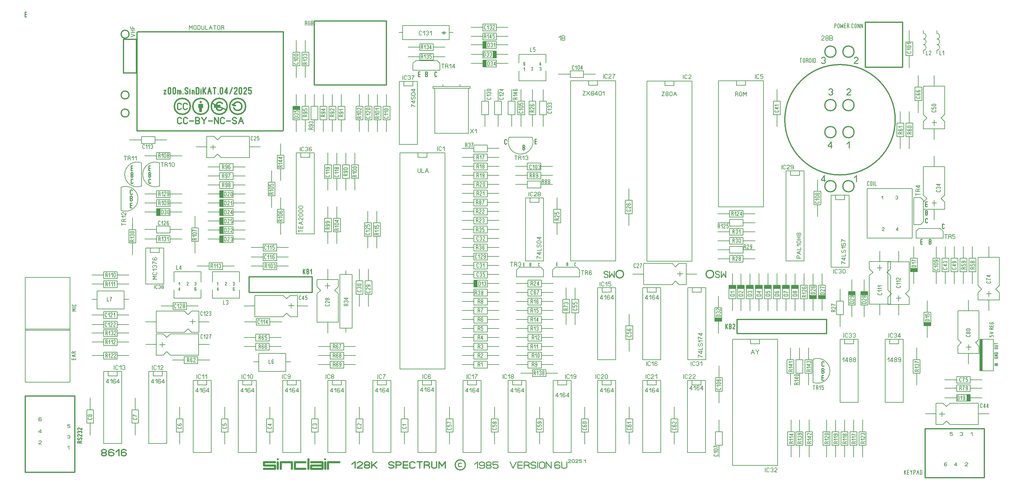
<source format=gbr>
%FSLAX34Y34*%
%MOMM*%
%LNSILK_TOP*%
G71*
G01*
%ADD10C,0.150*%
%ADD11C,0.206*%
%ADD12C,0.600*%
%ADD13C,0.300*%
%ADD14C,0.318*%
%ADD15C,0.222*%
%ADD16C,0.190*%
%ADD17C,0.159*%
%ADD18C,0.200*%
%ADD19C,0.238*%
%ADD20C,0.100*%
%ADD21C,0.167*%
%ADD22C,0.191*%
%ADD23C,0.400*%
%ADD24C,0.413*%
%LPD*%
G54D10*
X1879990Y1122225D02*
X1752990Y1122225D01*
X1752990Y614225D01*
X1879990Y614225D01*
X1879990Y1122225D01*
G54D10*
X1829190Y1122225D02*
X1803790Y1122225D01*
X1803790Y1109525D01*
X1829190Y1109525D01*
X1829190Y1122225D01*
G54D11*
X1855799Y1128281D02*
X1855799Y1139837D01*
G54D11*
X1866776Y1130448D02*
X1865909Y1129003D01*
X1864176Y1128281D01*
X1862443Y1128281D01*
X1860709Y1129004D01*
X1859843Y1130448D01*
X1859843Y1137670D01*
X1860709Y1139115D01*
X1862442Y1139837D01*
X1864176Y1139837D01*
X1865909Y1139115D01*
X1866776Y1137670D01*
G54D11*
X1877753Y1128281D02*
X1870820Y1128281D01*
X1870820Y1129004D01*
X1871686Y1130448D01*
X1876886Y1134781D01*
X1877753Y1136226D01*
X1877753Y1137670D01*
X1876886Y1139115D01*
X1875153Y1139837D01*
X1873420Y1139837D01*
X1871686Y1139115D01*
X1870820Y1137670D01*
G54D11*
X1795385Y1091592D02*
X1802319Y1091592D01*
X1795386Y1080036D01*
X1802319Y1080036D01*
G54D11*
X1810696Y1085814D02*
X1808962Y1085814D01*
X1807229Y1086536D01*
X1806362Y1087981D01*
X1806362Y1089425D01*
X1807229Y1090869D01*
X1808962Y1091592D01*
X1810696Y1091592D01*
X1812429Y1090870D01*
X1813296Y1089425D01*
X1813296Y1087981D01*
X1812429Y1086536D01*
X1810696Y1085814D01*
X1812429Y1085092D01*
X1813296Y1083647D01*
X1813296Y1082203D01*
X1812429Y1080758D01*
X1810696Y1080036D01*
X1808962Y1080036D01*
X1807229Y1080758D01*
X1806362Y1082203D01*
X1806362Y1083647D01*
X1807229Y1085092D01*
X1808962Y1085814D01*
G54D11*
X1824273Y1089425D02*
X1824273Y1082203D01*
X1823406Y1080758D01*
X1821673Y1080036D01*
X1819939Y1080036D01*
X1818206Y1080758D01*
X1817339Y1082203D01*
X1817340Y1089425D01*
X1818206Y1090870D01*
X1819939Y1091592D01*
X1821673Y1091592D01*
X1823406Y1090869D01*
X1824273Y1089425D01*
G54D11*
X1828316Y1080036D02*
X1832650Y1091592D01*
X1836983Y1080036D01*
G54D11*
X1830050Y1084370D02*
X1835250Y1084370D01*
G54D10*
X1664863Y1122924D02*
X1537863Y1122924D01*
X1537863Y614924D01*
X1664863Y614924D01*
X1664863Y1122924D01*
G54D10*
X1614063Y1122924D02*
X1588663Y1122924D01*
X1588663Y1110224D01*
X1614063Y1110224D01*
X1614063Y1122924D01*
G54D11*
X1630677Y1129868D02*
X1630677Y1141424D01*
G54D11*
X1641654Y1132035D02*
X1640788Y1130590D01*
X1639054Y1129868D01*
X1637321Y1129868D01*
X1635588Y1130590D01*
X1634721Y1132035D01*
X1634721Y1139257D01*
X1635588Y1140702D01*
X1637321Y1141424D01*
X1639054Y1141424D01*
X1640788Y1140701D01*
X1641654Y1139257D01*
G54D11*
X1652632Y1129868D02*
X1645698Y1129868D01*
X1645698Y1130590D01*
X1646565Y1132035D01*
X1651765Y1136368D01*
X1652632Y1137812D01*
X1652632Y1139257D01*
X1651765Y1140702D01*
X1650032Y1141424D01*
X1648298Y1141424D01*
X1646565Y1140701D01*
X1645698Y1139257D01*
G54D11*
X1656675Y1141424D02*
X1663608Y1141424D01*
X1662742Y1139979D01*
X1661008Y1137813D01*
X1659275Y1134924D01*
X1658408Y1132757D01*
X1658408Y1129868D01*
G54D11*
X1572213Y1093272D02*
X1579146Y1093272D01*
X1572213Y1081717D01*
X1579146Y1081717D01*
G54D11*
X1583190Y1093272D02*
X1591856Y1081717D01*
G54D11*
X1583190Y1081717D02*
X1591857Y1093272D01*
G54D11*
X1600234Y1087495D02*
X1598501Y1087494D01*
X1596768Y1088217D01*
X1595901Y1089661D01*
X1595901Y1091106D01*
X1596768Y1092550D01*
X1598501Y1093272D01*
X1600234Y1093272D01*
X1601968Y1092550D01*
X1602834Y1091106D01*
X1602834Y1089661D01*
X1601968Y1088217D01*
X1600234Y1087495D01*
X1601968Y1086772D01*
X1602834Y1085328D01*
X1602834Y1083883D01*
X1601968Y1082439D01*
X1600234Y1081717D01*
X1598501Y1081717D01*
X1596768Y1082439D01*
X1595901Y1083883D01*
X1595901Y1085328D01*
X1596768Y1086772D01*
X1598501Y1087494D01*
G54D11*
X1612078Y1081717D02*
X1612078Y1093272D01*
X1606878Y1086050D01*
X1606878Y1084606D01*
X1613811Y1084606D01*
G54D11*
X1624788Y1091106D02*
X1624788Y1083883D01*
X1623922Y1082439D01*
X1622188Y1081717D01*
X1620455Y1081717D01*
X1618722Y1082439D01*
X1617855Y1083883D01*
X1617855Y1091106D01*
X1618722Y1092550D01*
X1620455Y1093272D01*
X1622188Y1093272D01*
X1623922Y1092550D01*
X1624788Y1091106D01*
G54D11*
X1628832Y1088939D02*
X1633165Y1093272D01*
X1633165Y1081717D01*
G54D10*
X1183710Y919366D02*
X1056710Y919366D01*
X1056710Y309766D01*
X1183710Y309766D01*
X1183710Y919366D01*
G54D10*
X1132910Y919366D02*
X1107510Y919366D01*
X1107510Y906666D01*
X1132910Y906666D01*
X1132910Y919366D01*
G54D11*
X1163154Y925604D02*
X1163154Y937159D01*
G54D11*
X1174132Y927770D02*
X1173265Y926326D01*
X1171532Y925604D01*
X1169798Y925604D01*
X1168065Y926326D01*
X1167198Y927770D01*
X1167198Y934993D01*
X1168065Y936437D01*
X1169798Y937159D01*
X1171532Y937159D01*
X1173265Y936437D01*
X1174132Y934993D01*
G54D11*
X1178175Y932826D02*
X1182508Y937159D01*
X1182508Y925604D01*
G54D11*
X1107411Y875410D02*
X1107411Y866022D01*
X1108278Y864577D01*
X1110011Y863855D01*
X1111744Y863855D01*
X1113478Y864577D01*
X1114344Y866022D01*
X1114344Y875410D01*
G54D11*
X1118388Y875411D02*
X1118388Y863855D01*
X1124455Y863855D01*
G54D11*
X1128499Y863855D02*
X1132832Y875410D01*
X1137166Y863855D01*
G54D11*
X1130232Y868188D02*
X1135432Y868188D01*
G54D10*
X2081212Y1122362D02*
X1954212Y1122362D01*
X1954212Y766762D01*
X2081212Y766762D01*
X2081212Y1122362D01*
G54D10*
X2030412Y1122362D02*
X2005012Y1122362D01*
X2005012Y1109662D01*
X2030412Y1109662D01*
X2030412Y1122362D01*
G54D11*
X2058200Y1129162D02*
X2058200Y1140718D01*
G54D11*
X2069177Y1131329D02*
X2068310Y1129885D01*
X2066577Y1129162D01*
X2064844Y1129162D01*
X2063110Y1129885D01*
X2062244Y1131329D01*
X2062244Y1138551D01*
X2063110Y1139996D01*
X2064844Y1140718D01*
X2066577Y1140718D01*
X2068310Y1139996D01*
X2069177Y1138551D01*
G54D11*
X2080154Y1140718D02*
X2073220Y1140718D01*
X2073220Y1135662D01*
X2074087Y1135662D01*
X2075820Y1136385D01*
X2077554Y1136385D01*
X2079287Y1135662D01*
X2080154Y1134218D01*
X2080154Y1131329D01*
X2079287Y1129885D01*
X2077554Y1129162D01*
X2075820Y1129162D01*
X2074087Y1129885D01*
X2073220Y1131329D01*
G54D11*
X2006104Y1085278D02*
X2008704Y1083833D01*
X2009570Y1082389D01*
X2009570Y1079500D01*
G54D11*
X2002637Y1079500D02*
X2002637Y1091056D01*
X2006970Y1091056D01*
X2008704Y1090333D01*
X2009570Y1088889D01*
X2009570Y1087444D01*
X2008704Y1086000D01*
X2006970Y1085278D01*
X2002637Y1085278D01*
G54D11*
X2020547Y1088889D02*
X2020547Y1081667D01*
X2019681Y1080222D01*
X2017947Y1079500D01*
X2016214Y1079500D01*
X2014481Y1080222D01*
X2013614Y1081667D01*
X2013614Y1088889D01*
X2014481Y1090333D01*
X2016214Y1091056D01*
X2017947Y1091056D01*
X2019681Y1090333D01*
X2020547Y1088889D01*
G54D11*
X2024591Y1079500D02*
X2024591Y1091056D01*
X2028924Y1083833D01*
X2033258Y1091056D01*
X2033258Y1079500D01*
G54D10*
X2120900Y393700D02*
X1993900Y393700D01*
X1993900Y38100D01*
X2120900Y38100D01*
X2120900Y393700D01*
G54D10*
X2070100Y393700D02*
X2044700Y393700D01*
X2044700Y381000D01*
X2070100Y381000D01*
X2070100Y393700D01*
G54D11*
X2086775Y19500D02*
X2086775Y31056D01*
G54D11*
X2097752Y21667D02*
X2096886Y20222D01*
X2095152Y19500D01*
X2093419Y19500D01*
X2091686Y20222D01*
X2090819Y21667D01*
X2090819Y28889D01*
X2091686Y30333D01*
X2093419Y31056D01*
X2095152Y31056D01*
X2096886Y30333D01*
X2097752Y28889D01*
G54D11*
X2101796Y28889D02*
X2102663Y30333D01*
X2104396Y31056D01*
X2106129Y31056D01*
X2107863Y30333D01*
X2108729Y28889D01*
X2108729Y27444D01*
X2107863Y26000D01*
X2106129Y25278D01*
X2107863Y24556D01*
X2108729Y23111D01*
X2108729Y21667D01*
X2107863Y20222D01*
X2106129Y19500D01*
X2104396Y19500D01*
X2102663Y20222D01*
X2101796Y21667D01*
G54D11*
X2119706Y19500D02*
X2112773Y19500D01*
X2112773Y20222D01*
X2113640Y21667D01*
X2118840Y26000D01*
X2119706Y27444D01*
X2119706Y28889D01*
X2118840Y30333D01*
X2117106Y31056D01*
X2115373Y31056D01*
X2113640Y30333D01*
X2112773Y28889D01*
G54D11*
X2047088Y352425D02*
X2051421Y363981D01*
X2055754Y352425D01*
G54D11*
X2048821Y356758D02*
X2054021Y356758D01*
G54D11*
X2059798Y363981D02*
X2064132Y358203D01*
X2064132Y352425D01*
G54D11*
X2064132Y358203D02*
X2068465Y363981D01*
G54D10*
X273050Y303212D02*
X222250Y303212D01*
X222250Y100012D01*
X273050Y100012D01*
X273050Y303212D01*
G54D10*
X260350Y303212D02*
X234950Y303212D01*
X234950Y290512D01*
X260350Y290512D01*
X260350Y303212D01*
G54D11*
X251625Y308424D02*
X251625Y319980D01*
G54D11*
X262602Y310591D02*
X261736Y309147D01*
X260002Y308424D01*
X258269Y308424D01*
X256536Y309147D01*
X255669Y310591D01*
X255669Y317813D01*
X256536Y319258D01*
X258269Y319980D01*
X260002Y319980D01*
X261736Y319258D01*
X262602Y317813D01*
G54D11*
X266646Y315647D02*
X270979Y319980D01*
X270979Y308424D01*
G54D11*
X275023Y317813D02*
X275890Y319258D01*
X277623Y319980D01*
X279356Y319980D01*
X281090Y319258D01*
X281956Y317813D01*
X281956Y316369D01*
X281090Y314924D01*
X279356Y314202D01*
X281090Y313480D01*
X281956Y312036D01*
X281956Y310591D01*
X281090Y309147D01*
X279356Y308424D01*
X277623Y308424D01*
X275890Y309147D01*
X275023Y310591D01*
G54D11*
X234600Y269874D02*
X234600Y281430D01*
X229400Y274208D01*
X229400Y272763D01*
X236333Y272763D01*
G54D11*
X240377Y277097D02*
X244710Y281430D01*
X244710Y269874D01*
G54D11*
X255687Y279263D02*
X254821Y280708D01*
X253087Y281430D01*
X251354Y281430D01*
X249621Y280708D01*
X248754Y279263D01*
X248754Y275652D01*
X248754Y274930D01*
X251354Y276374D01*
X253087Y276374D01*
X254821Y275652D01*
X255687Y274208D01*
X255687Y272041D01*
X254821Y270597D01*
X253087Y269874D01*
X251354Y269874D01*
X249621Y270597D01*
X248754Y272041D01*
X248754Y275652D01*
G54D11*
X264931Y269874D02*
X264931Y281430D01*
X259731Y274208D01*
X259731Y272763D01*
X266664Y272763D01*
G54D10*
X400050Y303212D02*
X349250Y303212D01*
X349250Y100012D01*
X400050Y100012D01*
X400050Y303212D01*
G54D10*
X387350Y303212D02*
X361950Y303212D01*
X361950Y290512D01*
X387350Y290512D01*
X387350Y303212D01*
G54D11*
X359575Y308424D02*
X359575Y319980D01*
G54D11*
X370552Y310591D02*
X369686Y309147D01*
X367952Y308424D01*
X366219Y308424D01*
X364486Y309147D01*
X363619Y310591D01*
X363619Y317813D01*
X364486Y319258D01*
X366219Y319980D01*
X367952Y319980D01*
X369686Y319258D01*
X370552Y317813D01*
G54D11*
X374596Y315647D02*
X378929Y319980D01*
X378929Y308424D01*
G54D11*
X389906Y308424D02*
X382973Y308424D01*
X382973Y309147D01*
X383840Y310591D01*
X389040Y314924D01*
X389906Y316369D01*
X389906Y317813D01*
X389040Y319258D01*
X387306Y319980D01*
X385573Y319980D01*
X383840Y319258D01*
X382973Y317813D01*
G54D11*
X361600Y269874D02*
X361600Y281430D01*
X356400Y274208D01*
X356400Y272763D01*
X363333Y272763D01*
G54D11*
X367377Y277097D02*
X371710Y281430D01*
X371710Y269874D01*
G54D11*
X382687Y279263D02*
X381821Y280708D01*
X380087Y281430D01*
X378354Y281430D01*
X376621Y280708D01*
X375754Y279263D01*
X375754Y275652D01*
X375754Y274930D01*
X378354Y276374D01*
X380087Y276374D01*
X381821Y275652D01*
X382687Y274208D01*
X382687Y272041D01*
X381821Y270597D01*
X380087Y269874D01*
X378354Y269874D01*
X376621Y270597D01*
X375754Y272041D01*
X375754Y275652D01*
G54D11*
X391931Y269874D02*
X391931Y281430D01*
X386731Y274208D01*
X386731Y272763D01*
X393664Y272763D01*
G54D10*
X525462Y277812D02*
X474662Y277812D01*
X474662Y74612D01*
X525462Y74612D01*
X525462Y277812D01*
G54D10*
X512762Y277812D02*
X487362Y277812D01*
X487362Y265112D01*
X512762Y265112D01*
X512762Y277812D01*
G54D11*
X484988Y283024D02*
X484988Y294580D01*
G54D11*
X495965Y285191D02*
X495098Y283747D01*
X493365Y283024D01*
X491632Y283024D01*
X489898Y283747D01*
X489032Y285191D01*
X489032Y292413D01*
X489898Y293858D01*
X491632Y294580D01*
X493365Y294580D01*
X495098Y293858D01*
X495965Y292413D01*
G54D11*
X500008Y290247D02*
X504342Y294580D01*
X504342Y283024D01*
G54D11*
X508386Y290247D02*
X512719Y294580D01*
X512719Y283024D01*
G54D11*
X487012Y244474D02*
X487012Y256030D01*
X481812Y248808D01*
X481812Y247363D01*
X488746Y247363D01*
G54D11*
X492790Y251697D02*
X497123Y256030D01*
X497123Y244474D01*
G54D11*
X508100Y253863D02*
X507233Y255308D01*
X505500Y256030D01*
X503766Y256030D01*
X502033Y255308D01*
X501166Y253863D01*
X501166Y250252D01*
X501166Y249530D01*
X503766Y250974D01*
X505500Y250974D01*
X507233Y250252D01*
X508100Y248808D01*
X508100Y246641D01*
X507233Y245197D01*
X505500Y244474D01*
X503766Y244474D01*
X502033Y245197D01*
X501166Y246641D01*
X501166Y250252D01*
G54D11*
X517344Y244474D02*
X517344Y256030D01*
X512144Y248808D01*
X512144Y247363D01*
X519077Y247363D01*
G54D10*
X652462Y277812D02*
X601662Y277812D01*
X601662Y74612D01*
X652462Y74612D01*
X652462Y277812D01*
G54D10*
X639762Y277812D02*
X614362Y277812D01*
X614362Y265112D01*
X639762Y265112D01*
X639762Y277812D01*
G54D11*
X611988Y283024D02*
X611988Y294580D01*
G54D11*
X622965Y285191D02*
X622098Y283747D01*
X620365Y283024D01*
X618632Y283024D01*
X616898Y283747D01*
X616032Y285191D01*
X616032Y292413D01*
X616898Y293858D01*
X618632Y294580D01*
X620365Y294580D01*
X622098Y293858D01*
X622965Y292413D01*
G54D11*
X627008Y290247D02*
X631342Y294580D01*
X631342Y283024D01*
G54D11*
X642319Y292413D02*
X642319Y285191D01*
X641452Y283747D01*
X639719Y283024D01*
X637986Y283024D01*
X636252Y283747D01*
X635386Y285191D01*
X635386Y292413D01*
X636252Y293858D01*
X637986Y294580D01*
X639719Y294580D01*
X641452Y293858D01*
X642319Y292413D01*
G54D11*
X614012Y244474D02*
X614012Y256030D01*
X608812Y248808D01*
X608812Y247363D01*
X615746Y247363D01*
G54D11*
X619790Y251697D02*
X624123Y256030D01*
X624123Y244474D01*
G54D11*
X635100Y253863D02*
X634233Y255308D01*
X632500Y256030D01*
X630766Y256030D01*
X629033Y255308D01*
X628166Y253863D01*
X628166Y250252D01*
X628166Y249530D01*
X630766Y250974D01*
X632500Y250974D01*
X634233Y250252D01*
X635100Y248808D01*
X635100Y246641D01*
X634233Y245197D01*
X632500Y244474D01*
X630766Y244474D01*
X629033Y245197D01*
X628166Y246641D01*
X628166Y250252D01*
G54D11*
X644344Y244474D02*
X644344Y256030D01*
X639144Y248808D01*
X639144Y247363D01*
X646077Y247363D01*
G54D10*
X777875Y277812D02*
X727075Y277812D01*
X727075Y74612D01*
X777875Y74612D01*
X777875Y277812D01*
G54D10*
X765175Y277812D02*
X739775Y277812D01*
X739775Y265112D01*
X765175Y265112D01*
X765175Y277812D01*
G54D11*
X726288Y283024D02*
X726288Y294580D01*
G54D11*
X737265Y285191D02*
X736398Y283747D01*
X734665Y283024D01*
X732932Y283024D01*
X731198Y283747D01*
X730332Y285191D01*
X730332Y292413D01*
X731198Y293858D01*
X732932Y294580D01*
X734665Y294580D01*
X736398Y293858D01*
X737265Y292413D01*
G54D11*
X741308Y285191D02*
X742175Y283747D01*
X743908Y283024D01*
X745642Y283024D01*
X747375Y283747D01*
X748242Y285191D01*
X748242Y288802D01*
X748242Y289524D01*
X745642Y288080D01*
X743908Y288080D01*
X742175Y288802D01*
X741308Y290247D01*
X741308Y292413D01*
X742175Y293858D01*
X743908Y294580D01*
X745642Y294580D01*
X747375Y293858D01*
X748242Y292413D01*
X748242Y288802D01*
G54D11*
X739425Y244474D02*
X739425Y256030D01*
X734225Y248808D01*
X734225Y247363D01*
X741158Y247363D01*
G54D11*
X745202Y251697D02*
X749535Y256030D01*
X749535Y244474D01*
G54D11*
X760512Y253863D02*
X759646Y255308D01*
X757912Y256030D01*
X756179Y256030D01*
X754446Y255308D01*
X753579Y253863D01*
X753579Y250252D01*
X753579Y249530D01*
X756179Y250974D01*
X757912Y250974D01*
X759646Y250252D01*
X760512Y248808D01*
X760512Y246641D01*
X759646Y245197D01*
X757912Y244474D01*
X756179Y244474D01*
X754446Y245197D01*
X753579Y246641D01*
X753579Y250252D01*
G54D11*
X769756Y244474D02*
X769756Y256030D01*
X764556Y248808D01*
X764556Y247363D01*
X771489Y247363D01*
G54D10*
X904875Y277812D02*
X854075Y277812D01*
X854075Y74612D01*
X904875Y74612D01*
X904875Y277812D01*
G54D10*
X892175Y277812D02*
X866775Y277812D01*
X866775Y265112D01*
X892175Y265112D01*
X892175Y277812D01*
G54D11*
X848525Y283024D02*
X848525Y294580D01*
G54D11*
X859502Y285191D02*
X858636Y283747D01*
X856902Y283024D01*
X855169Y283024D01*
X853436Y283747D01*
X852569Y285191D01*
X852569Y292413D01*
X853436Y293858D01*
X855169Y294580D01*
X856902Y294580D01*
X858636Y293858D01*
X859502Y292413D01*
G54D11*
X867879Y288802D02*
X866146Y288802D01*
X864413Y289524D01*
X863546Y290969D01*
X863546Y292413D01*
X864413Y293858D01*
X866146Y294580D01*
X867879Y294580D01*
X869613Y293858D01*
X870479Y292413D01*
X870479Y290969D01*
X869613Y289524D01*
X867879Y288802D01*
X869613Y288080D01*
X870479Y286636D01*
X870479Y285191D01*
X869613Y283747D01*
X867879Y283024D01*
X866146Y283024D01*
X864413Y283747D01*
X863546Y285191D01*
X863546Y286636D01*
X864413Y288080D01*
X866146Y288802D01*
G54D11*
X866425Y244474D02*
X866425Y256030D01*
X861225Y248808D01*
X861225Y247363D01*
X868158Y247363D01*
G54D11*
X872202Y251697D02*
X876535Y256030D01*
X876535Y244474D01*
G54D11*
X887512Y253863D02*
X886646Y255308D01*
X884912Y256030D01*
X883179Y256030D01*
X881446Y255308D01*
X880579Y253863D01*
X880579Y250252D01*
X880579Y249530D01*
X883179Y250974D01*
X884912Y250974D01*
X886646Y250252D01*
X887512Y248808D01*
X887512Y246641D01*
X886646Y245197D01*
X884912Y244474D01*
X883179Y244474D01*
X881446Y245197D01*
X880579Y246641D01*
X880579Y250252D01*
G54D11*
X896756Y244474D02*
X896756Y256030D01*
X891556Y248808D01*
X891556Y247363D01*
X898489Y247363D01*
G54D10*
X1031875Y277812D02*
X981075Y277812D01*
X981075Y74612D01*
X1031875Y74612D01*
X1031875Y277812D01*
G54D10*
X1019175Y277812D02*
X993775Y277812D01*
X993775Y265112D01*
X1019175Y265112D01*
X1019175Y277812D01*
G54D11*
X994575Y283024D02*
X994575Y294580D01*
G54D11*
X1005552Y285191D02*
X1004686Y283747D01*
X1002952Y283024D01*
X1001219Y283024D01*
X999486Y283747D01*
X998619Y285191D01*
X998619Y292413D01*
X999486Y293858D01*
X1001219Y294580D01*
X1002952Y294580D01*
X1004686Y293858D01*
X1005552Y292413D01*
G54D11*
X1009596Y294580D02*
X1016529Y294580D01*
X1015663Y293136D01*
X1013929Y290969D01*
X1012196Y288080D01*
X1011329Y285913D01*
X1011329Y283024D01*
G54D11*
X993425Y244474D02*
X993425Y256030D01*
X988225Y248808D01*
X988225Y247363D01*
X995158Y247363D01*
G54D11*
X999202Y251697D02*
X1003535Y256030D01*
X1003535Y244474D01*
G54D11*
X1014512Y253863D02*
X1013646Y255308D01*
X1011912Y256030D01*
X1010179Y256030D01*
X1008446Y255308D01*
X1007579Y253863D01*
X1007579Y250252D01*
X1007579Y249530D01*
X1010179Y250974D01*
X1011912Y250974D01*
X1013646Y250252D01*
X1014512Y248808D01*
X1014512Y246641D01*
X1013646Y245197D01*
X1011912Y244474D01*
X1010179Y244474D01*
X1008446Y245197D01*
X1007579Y246641D01*
X1007579Y250252D01*
G54D11*
X1023756Y244474D02*
X1023756Y256030D01*
X1018556Y248808D01*
X1018556Y247363D01*
X1025489Y247363D01*
G54D10*
X1158875Y277812D02*
X1108075Y277812D01*
X1108075Y74612D01*
X1158875Y74612D01*
X1158875Y277812D01*
G54D10*
X1146175Y277812D02*
X1120775Y277812D01*
X1120775Y265112D01*
X1146175Y265112D01*
X1146175Y277812D01*
G54D11*
X1121575Y283024D02*
X1121575Y294580D01*
G54D11*
X1132552Y285191D02*
X1131686Y283747D01*
X1129952Y283024D01*
X1128219Y283024D01*
X1126486Y283747D01*
X1125619Y285191D01*
X1125619Y292413D01*
X1126486Y293858D01*
X1128219Y294580D01*
X1129952Y294580D01*
X1131686Y293858D01*
X1132552Y292413D01*
G54D11*
X1143529Y292413D02*
X1142663Y293858D01*
X1140929Y294580D01*
X1139196Y294580D01*
X1137463Y293858D01*
X1136596Y292413D01*
X1136596Y288802D01*
X1136596Y288080D01*
X1139196Y289524D01*
X1140929Y289524D01*
X1142663Y288802D01*
X1143529Y287358D01*
X1143529Y285191D01*
X1142663Y283747D01*
X1140929Y283024D01*
X1139196Y283024D01*
X1137463Y283747D01*
X1136596Y285191D01*
X1136596Y288802D01*
G54D11*
X1120425Y246062D02*
X1120425Y257618D01*
X1115225Y250395D01*
X1115225Y248951D01*
X1122158Y248951D01*
G54D11*
X1126202Y253284D02*
X1130535Y257618D01*
X1130535Y246062D01*
G54D11*
X1141512Y255451D02*
X1140646Y256895D01*
X1138912Y257618D01*
X1137179Y257618D01*
X1135446Y256895D01*
X1134579Y255451D01*
X1134579Y251840D01*
X1134579Y251118D01*
X1137179Y252562D01*
X1138912Y252562D01*
X1140646Y251840D01*
X1141512Y250395D01*
X1141512Y248229D01*
X1140646Y246784D01*
X1138912Y246062D01*
X1137179Y246062D01*
X1135446Y246784D01*
X1134579Y248229D01*
X1134579Y251840D01*
G54D11*
X1150756Y246062D02*
X1150756Y257618D01*
X1145556Y250395D01*
X1145556Y248951D01*
X1152489Y248951D01*
G54D10*
X1285875Y277812D02*
X1235075Y277812D01*
X1235075Y74612D01*
X1285875Y74612D01*
X1285875Y277812D01*
G54D10*
X1273175Y277812D02*
X1247775Y277812D01*
X1247775Y265112D01*
X1273175Y265112D01*
X1273175Y277812D01*
G54D11*
X1245400Y283024D02*
X1245400Y294580D01*
G54D11*
X1256377Y285191D02*
X1255511Y283747D01*
X1253777Y283024D01*
X1252044Y283024D01*
X1250311Y283747D01*
X1249444Y285191D01*
X1249444Y292413D01*
X1250311Y293858D01*
X1252044Y294580D01*
X1253777Y294580D01*
X1255511Y293858D01*
X1256377Y292413D01*
G54D11*
X1260421Y290247D02*
X1264754Y294580D01*
X1264754Y283024D01*
G54D11*
X1268798Y294580D02*
X1275731Y294580D01*
X1274865Y293136D01*
X1273131Y290969D01*
X1271398Y288080D01*
X1270531Y285913D01*
X1270531Y283024D01*
G54D11*
X1247425Y244474D02*
X1247425Y256030D01*
X1242225Y248808D01*
X1242225Y247363D01*
X1249158Y247363D01*
G54D11*
X1253202Y251697D02*
X1257535Y256030D01*
X1257535Y244474D01*
G54D11*
X1268512Y253863D02*
X1267646Y255308D01*
X1265912Y256030D01*
X1264179Y256030D01*
X1262446Y255308D01*
X1261579Y253863D01*
X1261579Y250252D01*
X1261579Y249530D01*
X1264179Y250974D01*
X1265912Y250974D01*
X1267646Y250252D01*
X1268512Y248808D01*
X1268512Y246641D01*
X1267646Y245197D01*
X1265912Y244474D01*
X1264179Y244474D01*
X1262446Y245197D01*
X1261579Y246641D01*
X1261579Y250252D01*
G54D11*
X1277756Y244474D02*
X1277756Y256030D01*
X1272556Y248808D01*
X1272556Y247363D01*
X1279489Y247363D01*
G54D10*
X1412875Y277812D02*
X1362075Y277812D01*
X1362075Y74612D01*
X1412875Y74612D01*
X1412875Y277812D01*
G54D10*
X1400175Y277812D02*
X1374775Y277812D01*
X1374775Y265112D01*
X1400175Y265112D01*
X1400175Y277812D01*
G54D11*
X1347000Y283024D02*
X1347000Y294580D01*
G54D11*
X1357977Y285191D02*
X1357111Y283747D01*
X1355377Y283024D01*
X1353644Y283024D01*
X1351911Y283747D01*
X1351044Y285191D01*
X1351044Y292413D01*
X1351911Y293858D01*
X1353644Y294580D01*
X1355377Y294580D01*
X1357111Y293858D01*
X1357977Y292413D01*
G54D11*
X1362021Y290247D02*
X1366354Y294580D01*
X1366354Y283024D01*
G54D11*
X1374731Y288802D02*
X1372998Y288802D01*
X1371265Y289524D01*
X1370398Y290969D01*
X1370398Y292413D01*
X1371265Y293858D01*
X1372998Y294580D01*
X1374731Y294580D01*
X1376465Y293858D01*
X1377331Y292413D01*
X1377331Y290969D01*
X1376465Y289524D01*
X1374731Y288802D01*
X1376465Y288080D01*
X1377331Y286636D01*
X1377331Y285191D01*
X1376465Y283747D01*
X1374731Y283024D01*
X1372998Y283024D01*
X1371265Y283747D01*
X1370398Y285191D01*
X1370398Y286636D01*
X1371265Y288080D01*
X1372998Y288802D01*
G54D11*
X1374425Y244474D02*
X1374425Y256030D01*
X1369225Y248808D01*
X1369225Y247363D01*
X1376158Y247363D01*
G54D11*
X1380202Y251697D02*
X1384535Y256030D01*
X1384535Y244474D01*
G54D11*
X1395512Y253863D02*
X1394646Y255308D01*
X1392912Y256030D01*
X1391179Y256030D01*
X1389446Y255308D01*
X1388579Y253863D01*
X1388579Y250252D01*
X1388579Y249530D01*
X1391179Y250974D01*
X1392912Y250974D01*
X1394646Y250252D01*
X1395512Y248808D01*
X1395512Y246641D01*
X1394646Y245197D01*
X1392912Y244474D01*
X1391179Y244474D01*
X1389446Y245197D01*
X1388579Y246641D01*
X1388579Y250252D01*
G54D11*
X1404756Y244474D02*
X1404756Y256030D01*
X1399556Y248808D01*
X1399556Y247363D01*
X1406489Y247363D01*
G54D10*
X1539875Y277812D02*
X1489075Y277812D01*
X1489075Y74612D01*
X1539875Y74612D01*
X1539875Y277812D01*
G54D10*
X1527175Y277812D02*
X1501775Y277812D01*
X1501775Y265112D01*
X1527175Y265112D01*
X1527175Y277812D01*
G54D11*
X1523212Y283024D02*
X1523212Y294580D01*
G54D11*
X1534190Y285191D02*
X1533323Y283747D01*
X1531590Y283024D01*
X1529856Y283024D01*
X1528123Y283747D01*
X1527256Y285191D01*
X1527256Y292413D01*
X1528123Y293858D01*
X1529856Y294580D01*
X1531590Y294580D01*
X1533323Y293858D01*
X1534190Y292413D01*
G54D11*
X1538234Y290247D02*
X1542567Y294580D01*
X1542567Y283024D01*
G54D11*
X1546610Y285191D02*
X1547477Y283747D01*
X1549210Y283024D01*
X1550944Y283024D01*
X1552677Y283747D01*
X1553544Y285191D01*
X1553544Y288802D01*
X1553544Y289524D01*
X1550944Y288080D01*
X1549210Y288080D01*
X1547477Y288802D01*
X1546610Y290247D01*
X1546610Y292413D01*
X1547477Y293858D01*
X1549210Y294580D01*
X1550944Y294580D01*
X1552677Y293858D01*
X1553544Y292413D01*
X1553544Y288802D01*
G54D11*
X1501425Y231062D02*
X1501425Y242618D01*
X1496225Y235395D01*
X1496225Y233951D01*
X1503158Y233951D01*
G54D11*
X1507202Y238284D02*
X1511535Y242618D01*
X1511535Y231062D01*
G54D11*
X1522512Y240451D02*
X1521646Y241895D01*
X1519912Y242618D01*
X1518179Y242618D01*
X1516446Y241895D01*
X1515579Y240451D01*
X1515579Y236840D01*
X1515579Y236118D01*
X1518179Y237562D01*
X1519912Y237562D01*
X1521646Y236840D01*
X1522512Y235395D01*
X1522512Y233229D01*
X1521646Y231784D01*
X1519912Y231062D01*
X1518179Y231062D01*
X1516446Y231784D01*
X1515579Y233229D01*
X1515579Y236840D01*
G54D11*
X1531756Y231062D02*
X1531756Y242618D01*
X1526556Y235395D01*
X1526556Y233951D01*
X1533489Y233951D01*
G54D10*
X1665288Y277812D02*
X1614488Y277812D01*
X1614488Y74612D01*
X1665288Y74612D01*
X1665288Y277812D01*
G54D10*
X1652588Y277812D02*
X1627188Y277812D01*
X1627188Y265112D01*
X1652588Y265112D01*
X1652588Y277812D01*
G54D11*
X1608938Y283024D02*
X1608938Y294580D01*
G54D11*
X1619915Y285191D02*
X1619048Y283747D01*
X1617315Y283024D01*
X1615582Y283024D01*
X1613848Y283747D01*
X1612982Y285191D01*
X1612982Y292413D01*
X1613848Y293858D01*
X1615582Y294580D01*
X1617315Y294580D01*
X1619048Y293858D01*
X1619915Y292413D01*
G54D11*
X1630892Y283024D02*
X1623958Y283024D01*
X1623958Y283747D01*
X1624825Y285191D01*
X1630025Y289524D01*
X1630892Y290969D01*
X1630892Y292413D01*
X1630025Y293858D01*
X1628292Y294580D01*
X1626558Y294580D01*
X1624825Y293858D01*
X1623958Y292413D01*
G54D11*
X1641869Y292413D02*
X1641869Y285191D01*
X1641002Y283747D01*
X1639269Y283024D01*
X1637536Y283024D01*
X1635802Y283747D01*
X1634936Y285191D01*
X1634936Y292413D01*
X1635802Y293858D01*
X1637536Y294580D01*
X1639269Y294580D01*
X1641002Y293858D01*
X1641869Y292413D01*
G54D11*
X1626838Y244474D02*
X1626838Y256030D01*
X1621638Y248808D01*
X1621638Y247363D01*
X1628571Y247363D01*
G54D11*
X1632614Y251697D02*
X1636948Y256030D01*
X1636948Y244474D01*
G54D11*
X1647925Y253863D02*
X1647058Y255308D01*
X1645325Y256030D01*
X1643592Y256030D01*
X1641858Y255308D01*
X1640992Y253863D01*
X1640992Y250252D01*
X1640992Y249530D01*
X1643592Y250974D01*
X1645325Y250974D01*
X1647058Y250252D01*
X1647925Y248808D01*
X1647925Y246641D01*
X1647058Y245197D01*
X1645325Y244474D01*
X1643592Y244474D01*
X1641858Y245197D01*
X1640992Y246641D01*
X1640992Y250252D01*
G54D11*
X1657168Y244474D02*
X1657168Y256030D01*
X1651968Y248808D01*
X1651968Y247363D01*
X1658902Y247363D01*
G54D10*
X1792288Y277812D02*
X1741488Y277812D01*
X1741488Y74612D01*
X1792288Y74612D01*
X1792288Y277812D01*
G54D10*
X1779588Y277812D02*
X1754188Y277812D01*
X1754188Y265112D01*
X1779588Y265112D01*
X1779588Y277812D01*
G54D11*
X1750225Y283024D02*
X1750225Y294580D01*
G54D11*
X1761202Y285191D02*
X1760336Y283747D01*
X1758602Y283024D01*
X1756869Y283024D01*
X1755136Y283747D01*
X1754269Y285191D01*
X1754269Y292413D01*
X1755136Y293858D01*
X1756869Y294580D01*
X1758602Y294580D01*
X1760336Y293858D01*
X1761202Y292413D01*
G54D11*
X1772179Y283024D02*
X1765246Y283024D01*
X1765246Y283747D01*
X1766113Y285191D01*
X1771313Y289524D01*
X1772179Y290969D01*
X1772179Y292413D01*
X1771313Y293858D01*
X1769579Y294580D01*
X1767846Y294580D01*
X1766113Y293858D01*
X1765246Y292413D01*
G54D11*
X1776223Y290247D02*
X1780556Y294580D01*
X1780556Y283024D01*
G54D11*
X1753838Y244474D02*
X1753838Y256030D01*
X1748638Y248808D01*
X1748638Y247363D01*
X1755571Y247363D01*
G54D11*
X1759614Y251697D02*
X1763948Y256030D01*
X1763948Y244474D01*
G54D11*
X1774925Y253863D02*
X1774058Y255308D01*
X1772325Y256030D01*
X1770592Y256030D01*
X1768858Y255308D01*
X1767992Y253863D01*
X1767992Y250252D01*
X1767992Y249530D01*
X1770592Y250974D01*
X1772325Y250974D01*
X1774058Y250252D01*
X1774925Y248808D01*
X1774925Y246641D01*
X1774058Y245197D01*
X1772325Y244474D01*
X1770592Y244474D01*
X1768858Y245197D01*
X1767992Y246641D01*
X1767992Y250252D01*
G54D11*
X1784168Y244474D02*
X1784168Y256030D01*
X1778968Y248808D01*
X1778968Y247363D01*
X1785902Y247363D01*
G54D10*
X1917700Y277812D02*
X1866900Y277812D01*
X1866900Y74612D01*
X1917700Y74612D01*
X1917700Y277812D01*
G54D10*
X1905000Y277812D02*
X1879600Y277812D01*
X1879600Y265112D01*
X1905000Y265112D01*
X1905000Y277812D01*
G54D11*
X1856588Y283024D02*
X1856588Y294580D01*
G54D11*
X1867565Y285191D02*
X1866698Y283747D01*
X1864965Y283024D01*
X1863232Y283024D01*
X1861498Y283747D01*
X1860632Y285191D01*
X1860632Y292413D01*
X1861498Y293858D01*
X1863232Y294580D01*
X1864965Y294580D01*
X1866698Y293858D01*
X1867565Y292413D01*
G54D11*
X1878542Y283024D02*
X1871608Y283024D01*
X1871608Y283747D01*
X1872475Y285191D01*
X1877675Y289524D01*
X1878542Y290969D01*
X1878542Y292413D01*
X1877675Y293858D01*
X1875942Y294580D01*
X1874208Y294580D01*
X1872475Y293858D01*
X1871608Y292413D01*
G54D11*
X1889519Y283024D02*
X1882586Y283024D01*
X1882586Y283747D01*
X1883452Y285191D01*
X1888652Y289524D01*
X1889519Y290969D01*
X1889519Y292413D01*
X1888652Y293858D01*
X1886919Y294580D01*
X1885186Y294580D01*
X1883452Y293858D01*
X1882586Y292413D01*
G54D11*
X1879250Y250824D02*
X1879250Y262380D01*
X1874050Y255158D01*
X1874050Y253713D01*
X1880983Y253713D01*
G54D11*
X1885027Y258047D02*
X1889360Y262380D01*
X1889360Y250824D01*
G54D11*
X1900337Y260213D02*
X1899471Y261658D01*
X1897737Y262380D01*
X1896004Y262380D01*
X1894271Y261658D01*
X1893404Y260213D01*
X1893404Y256602D01*
X1893404Y255880D01*
X1896004Y257324D01*
X1897737Y257324D01*
X1899471Y256602D01*
X1900337Y255158D01*
X1900337Y252991D01*
X1899471Y251547D01*
X1897737Y250824D01*
X1896004Y250824D01*
X1894271Y251547D01*
X1893404Y252991D01*
X1893404Y256602D01*
G54D11*
X1909581Y250824D02*
X1909581Y262380D01*
X1904381Y255158D01*
X1904381Y253713D01*
X1911314Y253713D01*
G54D10*
X2347912Y393700D02*
X2297112Y393700D01*
X2297112Y215900D01*
X2347912Y215900D01*
X2347912Y393700D01*
G54D10*
X2335212Y393700D02*
X2309812Y393700D01*
X2309812Y381000D01*
X2335212Y381000D01*
X2335212Y393700D01*
G54D11*
X2307437Y398912D02*
X2307437Y410468D01*
G54D11*
X2318414Y401079D02*
X2317548Y399635D01*
X2315814Y398912D01*
X2314081Y398912D01*
X2312348Y399635D01*
X2311481Y401079D01*
X2311481Y408301D01*
X2312348Y409746D01*
X2314081Y410468D01*
X2315814Y410468D01*
X2317548Y409746D01*
X2318414Y408301D01*
G54D11*
X2322458Y408301D02*
X2323325Y409746D01*
X2325058Y410468D01*
X2326791Y410468D01*
X2328525Y409746D01*
X2329391Y408301D01*
X2329391Y406857D01*
X2328525Y405412D01*
X2326791Y404690D01*
X2328525Y403968D01*
X2329391Y402524D01*
X2329391Y401079D01*
X2328525Y399635D01*
X2326791Y398912D01*
X2325058Y398912D01*
X2323325Y399635D01*
X2322458Y401079D01*
G54D11*
X2333435Y408301D02*
X2334302Y409746D01*
X2336035Y410468D01*
X2337768Y410468D01*
X2339502Y409746D01*
X2340368Y408301D01*
X2340368Y406857D01*
X2339502Y405412D01*
X2337768Y404690D01*
X2339502Y403968D01*
X2340368Y402524D01*
X2340368Y401079D01*
X2339502Y399635D01*
X2337768Y398912D01*
X2336035Y398912D01*
X2334302Y399635D01*
X2333435Y401079D01*
G54D11*
X2304262Y337422D02*
X2308595Y341756D01*
X2308595Y330200D01*
G54D11*
X2317839Y330200D02*
X2317839Y341756D01*
X2312639Y334533D01*
X2312639Y333089D01*
X2319572Y333089D01*
G54D11*
X2327949Y335978D02*
X2326216Y335978D01*
X2324483Y336700D01*
X2323616Y338144D01*
X2323616Y339589D01*
X2324483Y341033D01*
X2326216Y341756D01*
X2327949Y341756D01*
X2329683Y341033D01*
X2330549Y339589D01*
X2330549Y338144D01*
X2329683Y336700D01*
X2327949Y335978D01*
X2329683Y335256D01*
X2330549Y333811D01*
X2330549Y332367D01*
X2329683Y330922D01*
X2327949Y330200D01*
X2326216Y330200D01*
X2324483Y330922D01*
X2323616Y332367D01*
X2323616Y333811D01*
X2324483Y335256D01*
X2326216Y335978D01*
G54D11*
X2338926Y335978D02*
X2337193Y335978D01*
X2335460Y336700D01*
X2334593Y338144D01*
X2334593Y339589D01*
X2335460Y341033D01*
X2337193Y341756D01*
X2338926Y341756D01*
X2340660Y341033D01*
X2341526Y339589D01*
X2341526Y338144D01*
X2340660Y336700D01*
X2338926Y335978D01*
X2340660Y335256D01*
X2341526Y333811D01*
X2341526Y332367D01*
X2340660Y330922D01*
X2338926Y330200D01*
X2337193Y330200D01*
X2335460Y330922D01*
X2334593Y332367D01*
X2334593Y333811D01*
X2335460Y335256D01*
X2337193Y335978D01*
G54D10*
X2474912Y393700D02*
X2424112Y393700D01*
X2424112Y215900D01*
X2474912Y215900D01*
X2474912Y393700D01*
G54D10*
X2462212Y393700D02*
X2436812Y393700D01*
X2436812Y381000D01*
X2462212Y381000D01*
X2462212Y393700D01*
G54D11*
X2434437Y398912D02*
X2434437Y410468D01*
G54D11*
X2445414Y401079D02*
X2444548Y399635D01*
X2442814Y398912D01*
X2441081Y398912D01*
X2439348Y399635D01*
X2438481Y401079D01*
X2438481Y408301D01*
X2439348Y409746D01*
X2441081Y410468D01*
X2442814Y410468D01*
X2444548Y409746D01*
X2445414Y408301D01*
G54D11*
X2449458Y408301D02*
X2450325Y409746D01*
X2452058Y410468D01*
X2453791Y410468D01*
X2455525Y409746D01*
X2456391Y408301D01*
X2456391Y406857D01*
X2455525Y405412D01*
X2453791Y404690D01*
X2455525Y403968D01*
X2456391Y402524D01*
X2456391Y401079D01*
X2455525Y399635D01*
X2453791Y398912D01*
X2452058Y398912D01*
X2450325Y399635D01*
X2449458Y401079D01*
G54D11*
X2465635Y398912D02*
X2465635Y410468D01*
X2460435Y403246D01*
X2460435Y401801D01*
X2467368Y401801D01*
G54D11*
X2431262Y337422D02*
X2435595Y341756D01*
X2435595Y330200D01*
G54D11*
X2444839Y330200D02*
X2444839Y341756D01*
X2439639Y334533D01*
X2439639Y333089D01*
X2446572Y333089D01*
G54D11*
X2454949Y335978D02*
X2453216Y335978D01*
X2451483Y336700D01*
X2450616Y338144D01*
X2450616Y339589D01*
X2451483Y341033D01*
X2453216Y341756D01*
X2454949Y341756D01*
X2456683Y341033D01*
X2457549Y339589D01*
X2457549Y338144D01*
X2456683Y336700D01*
X2454949Y335978D01*
X2456683Y335256D01*
X2457549Y333811D01*
X2457549Y332367D01*
X2456683Y330922D01*
X2454949Y330200D01*
X2453216Y330200D01*
X2451483Y330922D01*
X2450616Y332367D01*
X2450616Y333811D01*
X2451483Y335256D01*
X2453216Y335978D01*
G54D11*
X2461593Y332367D02*
X2462460Y330922D01*
X2464193Y330200D01*
X2465926Y330200D01*
X2467660Y330922D01*
X2468526Y332367D01*
X2468526Y335978D01*
X2468526Y336700D01*
X2465926Y335256D01*
X2464193Y335256D01*
X2462460Y335978D01*
X2461593Y337422D01*
X2461593Y339589D01*
X2462460Y341033D01*
X2464193Y341756D01*
X2465926Y341756D01*
X2467660Y341033D01*
X2468526Y339589D01*
X2468526Y335978D01*
G54D10*
X1665288Y539750D02*
X1614488Y539750D01*
X1614488Y336550D01*
X1665288Y336550D01*
X1665288Y539750D01*
G54D10*
X1652588Y539750D02*
X1627188Y539750D01*
X1627188Y527050D01*
X1652588Y527050D01*
X1652588Y539750D01*
G54D11*
X1620812Y543962D02*
X1620812Y555518D01*
G54D11*
X1631790Y546129D02*
X1630923Y544684D01*
X1629190Y543962D01*
X1627456Y543962D01*
X1625723Y544684D01*
X1624856Y546129D01*
X1624856Y553351D01*
X1625723Y554795D01*
X1627456Y555518D01*
X1629190Y555518D01*
X1630923Y554795D01*
X1631790Y553351D01*
G54D11*
X1635834Y551184D02*
X1640167Y555518D01*
X1640167Y543962D01*
G54D11*
X1651144Y555518D02*
X1644210Y555518D01*
X1644210Y550462D01*
X1645077Y550462D01*
X1646810Y551184D01*
X1648544Y551184D01*
X1650277Y550462D01*
X1651144Y549018D01*
X1651144Y546129D01*
X1650277Y544684D01*
X1648544Y543962D01*
X1646810Y543962D01*
X1645077Y544684D01*
X1644210Y546129D01*
G54D11*
X1626838Y506412D02*
X1626838Y517968D01*
X1621638Y510745D01*
X1621638Y509301D01*
X1628571Y509301D01*
G54D11*
X1632614Y513634D02*
X1636948Y517968D01*
X1636948Y506412D01*
G54D11*
X1647925Y515801D02*
X1647058Y517245D01*
X1645325Y517968D01*
X1643592Y517968D01*
X1641858Y517245D01*
X1640992Y515801D01*
X1640992Y512190D01*
X1640992Y511468D01*
X1643592Y512912D01*
X1645325Y512912D01*
X1647058Y512190D01*
X1647925Y510745D01*
X1647925Y508579D01*
X1647058Y507134D01*
X1645325Y506412D01*
X1643592Y506412D01*
X1641858Y507134D01*
X1640992Y508579D01*
X1640992Y512190D01*
G54D11*
X1657168Y506412D02*
X1657168Y517968D01*
X1651968Y510745D01*
X1651968Y509301D01*
X1658902Y509301D01*
G54D10*
X1792288Y539750D02*
X1741488Y539750D01*
X1741488Y336550D01*
X1792288Y336550D01*
X1792288Y539750D01*
G54D10*
X1779588Y539750D02*
X1754188Y539750D01*
X1754188Y527050D01*
X1779588Y527050D01*
X1779588Y539750D01*
G54D11*
X1751812Y319537D02*
X1751812Y331093D01*
G54D11*
X1762790Y321704D02*
X1761923Y320259D01*
X1760190Y319537D01*
X1758456Y319537D01*
X1756723Y320259D01*
X1755856Y321704D01*
X1755856Y328926D01*
X1756723Y330370D01*
X1758456Y331093D01*
X1760190Y331093D01*
X1761923Y330370D01*
X1762790Y328926D01*
G54D11*
X1766834Y326759D02*
X1771167Y331093D01*
X1771167Y319537D01*
G54D11*
X1782144Y328926D02*
X1781277Y330370D01*
X1779544Y331093D01*
X1777810Y331093D01*
X1776077Y330370D01*
X1775210Y328926D01*
X1775210Y325315D01*
X1775210Y324593D01*
X1777810Y326037D01*
X1779544Y326037D01*
X1781277Y325315D01*
X1782144Y323870D01*
X1782144Y321704D01*
X1781277Y320259D01*
X1779544Y319537D01*
X1777810Y319537D01*
X1776077Y320259D01*
X1775210Y321704D01*
X1775210Y325315D01*
G54D11*
X1753838Y506412D02*
X1753838Y517968D01*
X1748638Y510745D01*
X1748638Y509301D01*
X1755571Y509301D01*
G54D11*
X1759614Y513634D02*
X1763948Y517968D01*
X1763948Y506412D01*
G54D11*
X1774925Y515801D02*
X1774058Y517245D01*
X1772325Y517968D01*
X1770592Y517968D01*
X1768858Y517245D01*
X1767992Y515801D01*
X1767992Y512190D01*
X1767992Y511468D01*
X1770592Y512912D01*
X1772325Y512912D01*
X1774058Y512190D01*
X1774925Y510745D01*
X1774925Y508579D01*
X1774058Y507134D01*
X1772325Y506412D01*
X1770592Y506412D01*
X1768858Y507134D01*
X1767992Y508579D01*
X1767992Y512190D01*
G54D11*
X1784168Y506412D02*
X1784168Y517968D01*
X1778968Y510745D01*
X1778968Y509301D01*
X1785902Y509301D01*
G54D10*
X1919288Y539750D02*
X1868488Y539750D01*
X1868488Y336550D01*
X1919288Y336550D01*
X1919288Y539750D01*
G54D10*
X1906588Y539750D02*
X1881188Y539750D01*
X1881188Y527050D01*
X1906588Y527050D01*
X1906588Y539750D01*
G54D11*
X1877226Y319538D02*
X1877226Y331093D01*
G54D11*
X1888203Y321704D02*
X1887337Y320260D01*
X1885603Y319538D01*
X1883870Y319538D01*
X1882137Y320260D01*
X1881270Y321704D01*
X1881270Y328926D01*
X1882137Y330371D01*
X1883870Y331093D01*
X1885603Y331093D01*
X1887337Y330371D01*
X1888203Y328926D01*
G54D11*
X1892247Y328926D02*
X1893114Y330371D01*
X1894847Y331093D01*
X1896580Y331093D01*
X1898314Y330371D01*
X1899180Y328926D01*
X1899180Y327482D01*
X1898314Y326038D01*
X1896580Y325315D01*
X1898314Y324593D01*
X1899180Y323149D01*
X1899180Y321704D01*
X1898314Y320260D01*
X1896580Y319538D01*
X1894847Y319538D01*
X1893114Y320260D01*
X1892247Y321704D01*
G54D11*
X1903224Y326760D02*
X1907557Y331093D01*
X1907557Y319538D01*
G54D11*
X1898176Y342588D02*
X1898176Y349521D01*
X1899620Y348655D01*
X1901786Y346921D01*
X1904676Y345188D01*
X1906842Y344321D01*
X1909731Y344321D01*
G54D11*
X1909731Y358765D02*
X1898176Y358765D01*
X1905398Y353565D01*
X1906842Y353565D01*
X1906842Y360498D01*
G54D11*
X1898176Y364542D02*
X1909731Y364542D01*
X1909731Y370609D01*
G54D11*
X1907564Y374653D02*
X1909009Y375520D01*
X1909731Y377253D01*
X1909731Y378986D01*
X1909009Y380720D01*
X1907564Y381586D01*
X1906120Y381586D01*
X1904676Y380720D01*
X1903953Y378986D01*
X1903953Y377253D01*
X1903231Y375520D01*
X1901786Y374653D01*
X1900342Y374653D01*
X1898898Y375520D01*
X1898176Y377253D01*
X1898176Y378986D01*
X1898898Y380720D01*
X1900342Y381586D01*
G54D11*
X1902509Y385630D02*
X1898176Y389963D01*
X1909731Y389963D01*
G54D11*
X1898176Y394007D02*
X1898176Y400940D01*
X1899620Y400074D01*
X1901786Y398340D01*
X1904676Y396607D01*
X1906842Y395740D01*
X1909731Y395740D01*
G54D11*
X1909731Y410184D02*
X1898176Y410184D01*
X1905398Y404984D01*
X1906842Y404984D01*
X1906842Y411917D01*
G54D10*
X2322512Y800100D02*
X2271712Y800100D01*
X2271712Y596900D01*
X2322512Y596900D01*
X2322512Y800100D01*
G54D10*
X2309812Y800100D02*
X2284412Y800100D01*
X2284412Y787400D01*
X2309812Y787400D01*
X2309812Y800100D01*
G54D11*
X2278862Y579888D02*
X2278862Y591443D01*
G54D11*
X2289840Y582054D02*
X2288973Y580610D01*
X2287240Y579888D01*
X2285506Y579888D01*
X2283773Y580610D01*
X2282906Y582054D01*
X2282906Y589276D01*
X2283773Y590721D01*
X2285506Y591443D01*
X2287240Y591443D01*
X2288973Y590721D01*
X2289840Y589276D01*
G54D11*
X2293884Y589276D02*
X2294750Y590721D01*
X2296484Y591443D01*
X2298217Y591443D01*
X2299950Y590721D01*
X2300817Y589276D01*
X2300817Y587832D01*
X2299950Y586388D01*
X2298217Y585665D01*
X2299950Y584943D01*
X2300817Y583499D01*
X2300817Y582054D01*
X2299950Y580610D01*
X2298217Y579888D01*
X2296484Y579888D01*
X2294750Y580610D01*
X2293884Y582054D01*
G54D11*
X2311794Y589276D02*
X2311794Y582054D01*
X2310927Y580610D01*
X2309194Y579888D01*
X2307460Y579888D01*
X2305727Y580610D01*
X2304860Y582054D01*
X2304860Y589276D01*
X2305727Y590721D01*
X2307460Y591443D01*
X2309194Y591443D01*
X2310927Y590721D01*
X2311794Y589276D01*
G54D11*
X2301404Y606110D02*
X2301404Y613043D01*
X2302848Y612176D01*
X2305015Y610443D01*
X2307904Y608710D01*
X2310070Y607843D01*
X2312960Y607843D01*
G54D11*
X2312960Y622286D02*
X2301404Y622286D01*
X2308626Y617086D01*
X2310070Y617086D01*
X2310070Y624020D01*
G54D11*
X2301404Y628064D02*
X2312960Y628064D01*
X2312960Y634130D01*
G54D11*
X2310793Y638174D02*
X2312237Y639041D01*
X2312960Y640774D01*
X2312960Y642508D01*
X2312237Y644241D01*
X2310793Y645108D01*
X2309348Y645108D01*
X2307904Y644241D01*
X2307182Y642508D01*
X2307182Y640774D01*
X2306460Y639041D01*
X2305015Y638174D01*
X2303570Y638174D01*
X2302126Y639041D01*
X2301404Y640774D01*
X2301404Y642508D01*
X2302126Y644241D01*
X2303570Y645108D01*
G54D11*
X2305737Y649152D02*
X2301404Y653485D01*
X2312960Y653485D01*
G54D11*
X2301404Y664462D02*
X2301404Y657528D01*
X2306460Y657528D01*
X2306460Y658395D01*
X2305737Y660128D01*
X2305737Y661862D01*
X2306460Y663595D01*
X2307904Y664462D01*
X2310793Y664462D01*
X2312237Y663595D01*
X2312960Y661862D01*
X2312960Y660128D01*
X2312237Y658395D01*
X2310793Y657528D01*
G54D11*
X2301404Y668506D02*
X2301404Y675439D01*
X2302848Y674572D01*
X2305015Y672839D01*
X2307904Y671106D01*
X2310070Y670239D01*
X2312960Y670239D01*
G54D10*
X2195512Y868362D02*
X2144712Y868362D01*
X2144712Y614362D01*
X2195512Y614362D01*
X2195512Y868362D01*
G54D10*
X2182812Y868362D02*
X2157412Y868362D01*
X2157412Y855662D01*
X2182812Y855662D01*
X2182812Y868362D01*
G54D11*
X2132812Y873574D02*
X2132812Y885130D01*
G54D11*
X2143789Y875741D02*
X2142923Y874297D01*
X2141189Y873574D01*
X2139456Y873574D01*
X2137723Y874297D01*
X2136856Y875741D01*
X2136856Y882963D01*
X2137723Y884408D01*
X2139456Y885130D01*
X2141189Y885130D01*
X2142923Y884408D01*
X2143789Y882963D01*
G54D11*
X2154766Y873574D02*
X2147833Y873574D01*
X2147833Y874297D01*
X2148700Y875741D01*
X2153900Y880074D01*
X2154766Y881519D01*
X2154766Y882963D01*
X2153900Y884408D01*
X2152166Y885130D01*
X2150433Y885130D01*
X2148700Y884408D01*
X2147833Y882963D01*
G54D11*
X2158810Y875741D02*
X2159677Y874297D01*
X2161410Y873574D01*
X2163143Y873574D01*
X2164877Y874297D01*
X2165743Y875741D01*
X2165743Y879352D01*
X2165743Y880074D01*
X2163143Y878630D01*
X2161410Y878630D01*
X2159677Y879352D01*
X2158810Y880797D01*
X2158810Y882963D01*
X2159677Y884408D01*
X2161410Y885130D01*
X2163143Y885130D01*
X2164877Y884408D01*
X2165743Y882963D01*
X2165743Y879352D01*
G54D11*
X2186822Y622708D02*
X2175266Y622708D01*
X2175266Y627042D01*
X2175988Y628775D01*
X2177432Y629642D01*
X2178877Y629642D01*
X2180322Y628775D01*
X2181044Y627042D01*
X2181044Y622708D01*
G54D11*
X2186822Y633686D02*
X2175266Y638019D01*
X2186822Y642352D01*
G54D11*
X2182488Y635419D02*
X2182488Y640619D01*
G54D11*
X2175266Y646396D02*
X2186822Y646396D01*
X2186822Y652463D01*
G54D11*
X2179599Y656508D02*
X2175266Y660841D01*
X2186822Y660841D01*
G54D11*
X2177432Y671818D02*
X2184655Y671818D01*
X2186099Y670951D01*
X2186822Y669218D01*
X2186822Y667484D01*
X2186099Y665751D01*
X2184655Y664884D01*
X2177432Y664884D01*
X2175988Y665751D01*
X2175266Y667484D01*
X2175266Y669218D01*
X2175988Y670951D01*
X2177432Y671818D01*
G54D11*
X2186822Y675862D02*
X2175266Y675862D01*
G54D11*
X2186822Y682795D02*
X2175266Y682795D01*
G54D11*
X2181044Y675862D02*
X2181044Y682795D01*
G54D11*
X2181044Y691172D02*
X2181044Y689438D01*
X2180322Y687705D01*
X2178877Y686838D01*
X2177432Y686838D01*
X2175988Y687705D01*
X2175266Y689438D01*
X2175266Y691172D01*
X2175988Y692905D01*
X2177432Y693772D01*
X2178877Y693772D01*
X2180322Y692905D01*
X2181044Y691172D01*
X2181766Y692905D01*
X2183210Y693772D01*
X2184655Y693772D01*
X2186099Y692905D01*
X2186822Y691172D01*
X2186822Y689438D01*
X2186099Y687705D01*
X2184655Y686838D01*
X2183210Y686838D01*
X2181766Y687705D01*
X2181044Y689438D01*
G54D10*
X1462088Y792162D02*
X1411288Y792162D01*
X1411288Y614362D01*
X1462088Y614362D01*
X1462088Y792162D01*
G54D10*
X1449388Y792162D02*
X1423988Y792162D01*
X1423988Y779462D01*
X1449388Y779462D01*
X1449388Y792162D01*
G54D11*
X1420026Y797375D02*
X1420026Y808931D01*
G54D11*
X1431003Y799542D02*
X1430136Y798097D01*
X1428403Y797375D01*
X1426670Y797375D01*
X1424936Y798097D01*
X1424070Y799542D01*
X1424070Y806764D01*
X1424936Y808208D01*
X1426670Y808931D01*
X1428403Y808931D01*
X1430136Y808208D01*
X1431003Y806764D01*
G54D11*
X1441980Y797375D02*
X1435046Y797375D01*
X1435046Y798097D01*
X1435913Y799542D01*
X1441113Y803875D01*
X1441980Y805319D01*
X1441980Y806764D01*
X1441113Y808208D01*
X1439380Y808931D01*
X1437646Y808931D01*
X1435913Y808208D01*
X1435046Y806764D01*
G54D11*
X1450357Y803153D02*
X1448624Y803153D01*
X1446890Y803875D01*
X1446024Y805319D01*
X1446024Y806764D01*
X1446890Y808208D01*
X1448624Y808931D01*
X1450357Y808931D01*
X1452090Y808208D01*
X1452957Y806764D01*
X1452957Y805319D01*
X1452090Y803875D01*
X1450357Y803153D01*
X1452090Y802431D01*
X1452957Y800986D01*
X1452957Y799542D01*
X1452090Y798097D01*
X1450357Y797375D01*
X1448624Y797375D01*
X1446890Y798097D01*
X1446024Y799542D01*
X1446024Y800986D01*
X1446890Y802431D01*
X1448624Y803153D01*
G54D11*
X1443136Y621414D02*
X1443136Y628347D01*
X1444581Y627481D01*
X1446748Y625747D01*
X1449636Y624014D01*
X1451803Y623147D01*
X1454692Y623147D01*
G54D11*
X1454692Y637591D02*
X1443136Y637591D01*
X1450359Y632391D01*
X1451803Y632391D01*
X1451803Y639324D01*
G54D11*
X1443136Y643368D02*
X1454692Y643368D01*
X1454692Y649435D01*
G54D11*
X1452525Y653479D02*
X1453970Y654346D01*
X1454692Y656079D01*
X1454692Y657812D01*
X1453970Y659546D01*
X1452525Y660412D01*
X1451081Y660412D01*
X1449636Y659546D01*
X1448914Y657812D01*
X1448914Y656079D01*
X1448192Y654346D01*
X1446748Y653479D01*
X1445303Y653479D01*
X1443859Y654346D01*
X1443136Y656079D01*
X1443136Y657812D01*
X1443859Y659546D01*
X1445303Y660412D01*
G54D11*
X1445303Y671389D02*
X1452525Y671389D01*
X1453970Y670523D01*
X1454692Y668789D01*
X1454692Y667056D01*
X1453970Y665323D01*
X1452525Y664456D01*
X1445303Y664456D01*
X1443859Y665323D01*
X1443136Y667056D01*
X1443136Y668789D01*
X1443859Y670523D01*
X1445303Y671389D01*
G54D11*
X1454692Y680633D02*
X1443136Y680633D01*
X1450359Y675433D01*
X1451803Y675433D01*
X1451803Y682366D01*
G54D10*
X1106488Y1120775D02*
X1055688Y1120775D01*
X1055688Y942975D01*
X1106488Y942975D01*
X1106488Y1120775D01*
G54D10*
X1093788Y1120775D02*
X1068388Y1120775D01*
X1068388Y1108075D01*
X1093788Y1108075D01*
X1093788Y1120775D01*
G54D11*
X1064426Y1125988D02*
X1064426Y1137543D01*
G54D11*
X1075403Y1128154D02*
X1074536Y1126710D01*
X1072803Y1125988D01*
X1071070Y1125988D01*
X1069336Y1126710D01*
X1068470Y1128154D01*
X1068470Y1135376D01*
X1069336Y1136821D01*
X1071070Y1137543D01*
X1072803Y1137543D01*
X1074536Y1136821D01*
X1075403Y1135376D01*
G54D11*
X1079446Y1135376D02*
X1080313Y1136821D01*
X1082046Y1137543D01*
X1083780Y1137543D01*
X1085513Y1136821D01*
X1086380Y1135376D01*
X1086380Y1133932D01*
X1085513Y1132488D01*
X1083780Y1131765D01*
X1085513Y1131043D01*
X1086380Y1129599D01*
X1086380Y1128154D01*
X1085513Y1126710D01*
X1083780Y1125988D01*
X1082046Y1125988D01*
X1080313Y1126710D01*
X1079446Y1128154D01*
G54D11*
X1090424Y1137543D02*
X1097357Y1137543D01*
X1096490Y1136099D01*
X1094757Y1133932D01*
X1093024Y1131043D01*
X1092157Y1128876D01*
X1092157Y1125988D01*
G54D11*
X1088831Y1048745D02*
X1088831Y1055678D01*
X1090275Y1054812D01*
X1092442Y1053078D01*
X1095331Y1051345D01*
X1097498Y1050478D01*
X1100386Y1050478D01*
G54D11*
X1100386Y1064922D02*
X1088831Y1064922D01*
X1096053Y1059722D01*
X1097498Y1059722D01*
X1097498Y1066655D01*
G54D11*
X1098220Y1070699D02*
X1099664Y1071566D01*
X1100386Y1073299D01*
X1100386Y1075032D01*
X1099664Y1076766D01*
X1098220Y1077632D01*
X1096775Y1077632D01*
X1095331Y1076766D01*
X1094609Y1075032D01*
X1094609Y1073299D01*
X1093886Y1071566D01*
X1092442Y1070699D01*
X1090998Y1070699D01*
X1089553Y1071566D01*
X1088831Y1073299D01*
X1088831Y1075032D01*
X1089553Y1076766D01*
X1090998Y1077632D01*
G54D11*
X1090998Y1088609D02*
X1098220Y1088609D01*
X1099664Y1087743D01*
X1100386Y1086009D01*
X1100386Y1084276D01*
X1099664Y1082543D01*
X1098220Y1081676D01*
X1090998Y1081676D01*
X1089553Y1082543D01*
X1088831Y1084276D01*
X1088831Y1086009D01*
X1089553Y1087743D01*
X1090998Y1088609D01*
G54D11*
X1100386Y1097853D02*
X1088831Y1097853D01*
X1096053Y1092653D01*
X1097498Y1092653D01*
X1097498Y1099586D01*
G54D10*
X815975Y919162D02*
X765175Y919162D01*
X765175Y690562D01*
X815975Y690562D01*
X815975Y919162D01*
G54D10*
X803275Y919162D02*
X777875Y919162D01*
X777875Y906462D01*
X803275Y906462D01*
X803275Y919162D01*
G54D11*
X775500Y924374D02*
X775500Y935930D01*
G54D11*
X786477Y926541D02*
X785611Y925097D01*
X783877Y924374D01*
X782144Y924374D01*
X780411Y925097D01*
X779544Y926541D01*
X779544Y933763D01*
X780411Y935208D01*
X782144Y935930D01*
X783877Y935930D01*
X785611Y935208D01*
X786477Y933763D01*
G54D11*
X790521Y933763D02*
X791388Y935208D01*
X793121Y935930D01*
X794854Y935930D01*
X796588Y935208D01*
X797454Y933763D01*
X797454Y932319D01*
X796588Y930874D01*
X794854Y930152D01*
X796588Y929430D01*
X797454Y927986D01*
X797454Y926541D01*
X796588Y925097D01*
X794854Y924374D01*
X793121Y924374D01*
X791388Y925097D01*
X790521Y926541D01*
G54D11*
X808431Y933763D02*
X807565Y935208D01*
X805831Y935930D01*
X804098Y935930D01*
X802365Y935208D01*
X801498Y933763D01*
X801498Y930152D01*
X801498Y929430D01*
X804098Y930874D01*
X805831Y930874D01*
X807565Y930152D01*
X808431Y928708D01*
X808431Y926541D01*
X807565Y925097D01*
X805831Y924374D01*
X804098Y924374D01*
X802365Y925097D01*
X801498Y926541D01*
X801498Y930152D01*
G54D11*
X783254Y699418D02*
X771698Y699418D01*
G54D11*
X771698Y695952D02*
X771698Y702885D01*
G54D11*
X783254Y712995D02*
X783254Y706928D01*
X771698Y706928D01*
X771698Y712995D01*
G54D11*
X777476Y706928D02*
X777476Y712995D01*
G54D11*
X783254Y717040D02*
X771698Y721373D01*
X783254Y725706D01*
G54D11*
X778921Y718773D02*
X778921Y723973D01*
G54D11*
X783254Y736684D02*
X783254Y729750D01*
X782532Y729750D01*
X781087Y730617D01*
X776754Y735817D01*
X775310Y736684D01*
X773865Y736684D01*
X772421Y735817D01*
X771698Y734084D01*
X771698Y732350D01*
X772421Y730617D01*
X773865Y729750D01*
G54D11*
X773865Y747661D02*
X781087Y747661D01*
X782532Y746794D01*
X783254Y745061D01*
X783254Y743328D01*
X782532Y741594D01*
X781087Y740728D01*
X773865Y740728D01*
X772421Y741594D01*
X771698Y743328D01*
X771698Y745061D01*
X772421Y746794D01*
X773865Y747661D01*
G54D11*
X773865Y758638D02*
X781087Y758638D01*
X782532Y757771D01*
X783254Y756038D01*
X783254Y754304D01*
X782532Y752571D01*
X781087Y751704D01*
X773865Y751704D01*
X772421Y752571D01*
X771698Y754304D01*
X771698Y756038D01*
X772421Y757771D01*
X773865Y758638D01*
G54D11*
X773865Y769615D02*
X781087Y769615D01*
X782532Y768748D01*
X783254Y767015D01*
X783254Y765282D01*
X782532Y763548D01*
X781087Y762682D01*
X773865Y762682D01*
X772421Y763548D01*
X771698Y765282D01*
X771698Y767015D01*
X772421Y768748D01*
X773865Y769615D01*
G54D10*
X984275Y1050875D02*
X1003275Y1050875D01*
X1003275Y1012875D01*
X984275Y1012875D01*
X984275Y1050875D01*
G54D10*
X993775Y1050975D02*
X993775Y1084275D01*
G54D10*
X993775Y979475D02*
X993775Y1012775D01*
G54D11*
X993221Y1019212D02*
X994665Y1020945D01*
X996110Y1021523D01*
X998998Y1021523D01*
G54D11*
X998998Y1016901D02*
X987443Y1016901D01*
X987443Y1019790D01*
X988165Y1020945D01*
X989610Y1021523D01*
X991054Y1021523D01*
X992498Y1020945D01*
X993221Y1019790D01*
X993221Y1016901D01*
G54D11*
X991776Y1025567D02*
X987443Y1028456D01*
X998998Y1028456D01*
G54D11*
X989610Y1037122D02*
X996832Y1037122D01*
X998276Y1036544D01*
X998998Y1035389D01*
X998998Y1034233D01*
X998276Y1033078D01*
X996832Y1032500D01*
X989610Y1032500D01*
X988165Y1033078D01*
X987443Y1034233D01*
X987443Y1035389D01*
X988165Y1036544D01*
X989610Y1037122D01*
G54D11*
X991776Y1041166D02*
X987443Y1044055D01*
X998998Y1044055D01*
G54D10*
X933475Y1050875D02*
X952475Y1050875D01*
X952475Y1012875D01*
X933475Y1012875D01*
X933475Y1050875D01*
G54D10*
X942975Y1050975D02*
X942975Y1084275D01*
G54D10*
X942975Y979475D02*
X942975Y1012775D01*
G54D11*
X942421Y1019212D02*
X943865Y1020945D01*
X945310Y1021523D01*
X948198Y1021523D01*
G54D11*
X948198Y1016901D02*
X936643Y1016901D01*
X936643Y1019790D01*
X937365Y1020945D01*
X938810Y1021523D01*
X940254Y1021523D01*
X941698Y1020945D01*
X942421Y1019790D01*
X942421Y1016901D01*
G54D11*
X940976Y1025567D02*
X936643Y1028456D01*
X948198Y1028456D01*
G54D11*
X938810Y1037122D02*
X946032Y1037122D01*
X947476Y1036544D01*
X948198Y1035389D01*
X948198Y1034233D01*
X947476Y1033078D01*
X946032Y1032500D01*
X938810Y1032500D01*
X937365Y1033078D01*
X936643Y1034233D01*
X936643Y1035389D01*
X937365Y1036544D01*
X938810Y1037122D01*
G54D11*
X948198Y1045788D02*
X948198Y1041166D01*
X947476Y1041166D01*
X946032Y1041744D01*
X941698Y1045210D01*
X940254Y1045788D01*
X938810Y1045788D01*
X937365Y1045210D01*
X936643Y1044055D01*
X936643Y1042899D01*
X937365Y1041744D01*
X938810Y1041166D01*
G54D10*
X1009675Y1050875D02*
X1028675Y1050875D01*
X1028675Y1012875D01*
X1009675Y1012875D01*
X1009675Y1050875D01*
G54D10*
X1019175Y1050975D02*
X1019175Y1084275D01*
G54D10*
X1019175Y979475D02*
X1019175Y1012775D01*
G54D11*
X1022232Y1021523D02*
X1023676Y1020945D01*
X1024398Y1019790D01*
X1024398Y1018634D01*
X1023676Y1017479D01*
X1022232Y1016901D01*
X1015010Y1016901D01*
X1013565Y1017479D01*
X1012843Y1018634D01*
X1012843Y1019790D01*
X1013565Y1020945D01*
X1015010Y1021523D01*
G54D11*
X1017176Y1025567D02*
X1012843Y1028456D01*
X1024398Y1028456D01*
G54D11*
X1017176Y1032500D02*
X1012843Y1035389D01*
X1024398Y1035389D01*
G54D11*
X1015010Y1044055D02*
X1022232Y1044055D01*
X1023676Y1043478D01*
X1024398Y1042322D01*
X1024398Y1041166D01*
X1023676Y1040011D01*
X1022232Y1039433D01*
X1015010Y1039433D01*
X1013565Y1040011D01*
X1012843Y1041166D01*
X1012843Y1042322D01*
X1013565Y1043478D01*
X1015010Y1044055D01*
G54D10*
X958875Y1050875D02*
X977875Y1050875D01*
X977875Y1012875D01*
X958875Y1012875D01*
X958875Y1050875D01*
G54D10*
X968375Y1050975D02*
X968375Y1084275D01*
G54D10*
X968375Y979475D02*
X968375Y1012775D01*
G54D11*
X971432Y1021523D02*
X972876Y1020945D01*
X973598Y1019790D01*
X973598Y1018634D01*
X972876Y1017479D01*
X971432Y1016901D01*
X964210Y1016901D01*
X962765Y1017479D01*
X962043Y1018634D01*
X962043Y1019790D01*
X962765Y1020945D01*
X964210Y1021523D01*
G54D11*
X966376Y1025567D02*
X962043Y1028456D01*
X973598Y1028456D01*
G54D11*
X973598Y1037122D02*
X973598Y1032500D01*
X972876Y1032500D01*
X971432Y1033078D01*
X967098Y1036544D01*
X965654Y1037122D01*
X964210Y1037122D01*
X962765Y1036544D01*
X962043Y1035389D01*
X962043Y1034233D01*
X962765Y1033078D01*
X964210Y1032500D01*
G54D11*
X964210Y1045788D02*
X971432Y1045788D01*
X972876Y1045210D01*
X973598Y1044055D01*
X973598Y1042899D01*
X972876Y1041744D01*
X971432Y1041166D01*
X964210Y1041166D01*
X962765Y1041744D01*
X962043Y1042899D01*
X962043Y1044055D01*
X962765Y1045210D01*
X964210Y1045788D01*
G54D10*
X1287488Y1065162D02*
X1306488Y1065162D01*
X1306488Y1027162D01*
X1287488Y1027162D01*
X1287488Y1065162D01*
G54D10*
X1296988Y1065262D02*
X1296988Y1098562D01*
G54D10*
X1296988Y993762D02*
X1296988Y1027062D01*
G54D11*
X1311044Y1074811D02*
X1312489Y1074233D01*
X1313211Y1073077D01*
X1313211Y1071922D01*
X1312489Y1070766D01*
X1311044Y1070188D01*
X1303822Y1070188D01*
X1302378Y1070766D01*
X1301656Y1071922D01*
X1301656Y1073077D01*
X1302378Y1074233D01*
X1303822Y1074811D01*
G54D11*
X1305989Y1078854D02*
X1301656Y1081743D01*
X1313211Y1081743D01*
G54D11*
X1303822Y1085788D02*
X1302378Y1086365D01*
X1301656Y1087521D01*
X1301656Y1088676D01*
X1302378Y1089832D01*
X1303822Y1090410D01*
X1305266Y1090410D01*
X1306711Y1089832D01*
X1307433Y1088676D01*
X1308156Y1089832D01*
X1309600Y1090410D01*
X1311044Y1090410D01*
X1312489Y1089832D01*
X1313211Y1088676D01*
X1313211Y1087521D01*
X1312489Y1086365D01*
X1311044Y1085788D01*
G54D11*
X1303822Y1099076D02*
X1311044Y1099076D01*
X1312489Y1098498D01*
X1313211Y1097342D01*
X1313211Y1096187D01*
X1312489Y1095031D01*
X1311044Y1094454D01*
X1303822Y1094454D01*
X1302378Y1095031D01*
X1301656Y1096187D01*
X1301656Y1097342D01*
X1302378Y1098498D01*
X1303822Y1099076D01*
G54D10*
X1324000Y1065162D02*
X1343000Y1065162D01*
X1343000Y1027162D01*
X1324000Y1027162D01*
X1324000Y1065162D01*
G54D10*
X1333500Y1065262D02*
X1333500Y1098562D01*
G54D10*
X1333500Y993762D02*
X1333500Y1027062D01*
G54D11*
X1346557Y1074811D02*
X1348001Y1074233D01*
X1348724Y1073077D01*
X1348724Y1071922D01*
X1348001Y1070766D01*
X1346557Y1070188D01*
X1339335Y1070188D01*
X1337890Y1070766D01*
X1337168Y1071922D01*
X1337168Y1073077D01*
X1337890Y1074233D01*
X1339335Y1074811D01*
G54D11*
X1341501Y1078854D02*
X1337168Y1081743D01*
X1348724Y1081743D01*
G54D11*
X1348724Y1090410D02*
X1348724Y1085788D01*
X1348001Y1085788D01*
X1346557Y1086365D01*
X1342224Y1089832D01*
X1340779Y1090410D01*
X1339335Y1090410D01*
X1337890Y1089832D01*
X1337168Y1088676D01*
X1337168Y1087521D01*
X1337890Y1086365D01*
X1339335Y1085788D01*
G54D11*
X1348724Y1097920D02*
X1337168Y1097920D01*
X1344390Y1094454D01*
X1345835Y1094454D01*
X1345835Y1099076D01*
G54D10*
X1154925Y1101525D02*
X1250125Y1101525D01*
X1250125Y974525D01*
X1154925Y974525D01*
X1154925Y1101525D01*
G54D10*
X1254925Y1101625D02*
X1254925Y1106425D01*
X1150125Y1106425D01*
X1150125Y1101625D01*
X1254925Y1101625D01*
G54D10*
X1226325Y1106425D02*
X1226325Y1112825D01*
G54D10*
X1177825Y1106425D02*
X1177825Y1112825D01*
G54D11*
X1255825Y986693D02*
X1264492Y975138D01*
G54D11*
X1255825Y975138D02*
X1264492Y986693D01*
G54D11*
X1268536Y982360D02*
X1272869Y986693D01*
X1272869Y975138D01*
G54D10*
X2186012Y546050D02*
X2205012Y546050D01*
X2205012Y508050D01*
X2186012Y508050D01*
X2186012Y546050D01*
G54D10*
X2195512Y546150D02*
X2195512Y579450D01*
G54D10*
X2195512Y474650D02*
X2195512Y507950D01*
G54D11*
X2196258Y515108D02*
X2197702Y516842D01*
X2199146Y517419D01*
X2202036Y517419D01*
G54D11*
X2202036Y512797D02*
X2190480Y512797D01*
X2190480Y515686D01*
X2191202Y516842D01*
X2192646Y517419D01*
X2194091Y517419D01*
X2195536Y516842D01*
X2196258Y515686D01*
X2196258Y512797D01*
G54D11*
X2194813Y521463D02*
X2190480Y524352D01*
X2202036Y524352D01*
G54D11*
X2202036Y533018D02*
X2202036Y528396D01*
X2201313Y528396D01*
X2199869Y528974D01*
X2195536Y532440D01*
X2194091Y533018D01*
X2192646Y533018D01*
X2191202Y532440D01*
X2190480Y531285D01*
X2190480Y530129D01*
X2191202Y528974D01*
X2192646Y528396D01*
G54D11*
X2192646Y541684D02*
X2191202Y541106D01*
X2190480Y539951D01*
X2190480Y538795D01*
X2191202Y537640D01*
X2192646Y537062D01*
X2196258Y537062D01*
X2196980Y537062D01*
X2195536Y538795D01*
X2195536Y539951D01*
X2196258Y541106D01*
X2197702Y541684D01*
X2199869Y541684D01*
X2201313Y541106D01*
X2202036Y539951D01*
X2202036Y538795D01*
X2201313Y537640D01*
X2199869Y537062D01*
X2196258Y537062D01*
G54D10*
X1303288Y738162D02*
X1303288Y719162D01*
X1265288Y719162D01*
X1265288Y738162D01*
X1303288Y738162D01*
G54D10*
X1303388Y728662D02*
X1336688Y728662D01*
G54D10*
X1231888Y728662D02*
X1265188Y728662D01*
G54D11*
X1274800Y729216D02*
X1276533Y727772D01*
X1277111Y726328D01*
X1277111Y723439D01*
G54D11*
X1272488Y723439D02*
X1272488Y734994D01*
X1275377Y734994D01*
X1276533Y734272D01*
X1277111Y732828D01*
X1277111Y731383D01*
X1276533Y729939D01*
X1275377Y729216D01*
X1272488Y729216D01*
G54D11*
X1285777Y723439D02*
X1281154Y723439D01*
X1281154Y724161D01*
X1281732Y725605D01*
X1285199Y729939D01*
X1285777Y731383D01*
X1285777Y732828D01*
X1285199Y734272D01*
X1284043Y734994D01*
X1282888Y734994D01*
X1281732Y734272D01*
X1281154Y732828D01*
G54D11*
X1289820Y732828D02*
X1290398Y734272D01*
X1291554Y734994D01*
X1292709Y734994D01*
X1293865Y734272D01*
X1294443Y732828D01*
X1294443Y731383D01*
X1293865Y729939D01*
X1292709Y729216D01*
X1293865Y728494D01*
X1294443Y727050D01*
X1294443Y725605D01*
X1293865Y724161D01*
X1292709Y723439D01*
X1291554Y723439D01*
X1290398Y724161D01*
X1289820Y725605D01*
G54D10*
X1303288Y763562D02*
X1303288Y744562D01*
X1265288Y744562D01*
X1265288Y763562D01*
X1303288Y763562D01*
G54D10*
X1303388Y754062D02*
X1336688Y754062D01*
G54D10*
X1231888Y754062D02*
X1265188Y754062D01*
G54D11*
X1274800Y754616D02*
X1276533Y753172D01*
X1277111Y751728D01*
X1277111Y748839D01*
G54D11*
X1272488Y748839D02*
X1272488Y760394D01*
X1275377Y760394D01*
X1276533Y759672D01*
X1277111Y758228D01*
X1277111Y756783D01*
X1276533Y755339D01*
X1275377Y754616D01*
X1272488Y754616D01*
G54D11*
X1285777Y748839D02*
X1281154Y748839D01*
X1281154Y749561D01*
X1281732Y751005D01*
X1285199Y755339D01*
X1285777Y756783D01*
X1285777Y758228D01*
X1285199Y759672D01*
X1284043Y760394D01*
X1282888Y760394D01*
X1281732Y759672D01*
X1281154Y758228D01*
G54D11*
X1294443Y748839D02*
X1289820Y748839D01*
X1289820Y749561D01*
X1290398Y751005D01*
X1293865Y755339D01*
X1294443Y756783D01*
X1294443Y758228D01*
X1293865Y759672D01*
X1292709Y760394D01*
X1291554Y760394D01*
X1290398Y759672D01*
X1289820Y758228D01*
G54D10*
X1303288Y814362D02*
X1303288Y795362D01*
X1265288Y795362D01*
X1265288Y814362D01*
X1303288Y814362D01*
G54D10*
X1303388Y804862D02*
X1336688Y804862D01*
G54D10*
X1231888Y804862D02*
X1265188Y804862D01*
G54D11*
X1276387Y805416D02*
X1278120Y803972D01*
X1278698Y802528D01*
X1278698Y799639D01*
G54D11*
X1274076Y799639D02*
X1274076Y811194D01*
X1276965Y811194D01*
X1278120Y810472D01*
X1278698Y809028D01*
X1278698Y807583D01*
X1278120Y806139D01*
X1276965Y805416D01*
X1274076Y805416D01*
G54D11*
X1287364Y799639D02*
X1282742Y799639D01*
X1282742Y800361D01*
X1283320Y801805D01*
X1286786Y806139D01*
X1287364Y807583D01*
X1287364Y809028D01*
X1286786Y810472D01*
X1285631Y811194D01*
X1284475Y811194D01*
X1283320Y810472D01*
X1282742Y809028D01*
G54D11*
X1291408Y806861D02*
X1294297Y811194D01*
X1294297Y799639D01*
G54D10*
X1303288Y839762D02*
X1303288Y820762D01*
X1265288Y820762D01*
X1265288Y839762D01*
X1303288Y839762D01*
G54D10*
X1303388Y830262D02*
X1336688Y830262D01*
G54D10*
X1231888Y830262D02*
X1265188Y830262D01*
G54D11*
X1276387Y830816D02*
X1278120Y829372D01*
X1278698Y827928D01*
X1278698Y825039D01*
G54D11*
X1274076Y825039D02*
X1274076Y836594D01*
X1276965Y836594D01*
X1278120Y835872D01*
X1278698Y834428D01*
X1278698Y832983D01*
X1278120Y831539D01*
X1276965Y830816D01*
X1274076Y830816D01*
G54D11*
X1287364Y825039D02*
X1282742Y825039D01*
X1282742Y825761D01*
X1283320Y827205D01*
X1286786Y831539D01*
X1287364Y832983D01*
X1287364Y834428D01*
X1286786Y835872D01*
X1285631Y836594D01*
X1284475Y836594D01*
X1283320Y835872D01*
X1282742Y834428D01*
G54D11*
X1296030Y834428D02*
X1296030Y827205D01*
X1295452Y825761D01*
X1294297Y825039D01*
X1293141Y825039D01*
X1291986Y825761D01*
X1291408Y827205D01*
X1291408Y834428D01*
X1291986Y835872D01*
X1293141Y836594D01*
X1294297Y836594D01*
X1295452Y835872D01*
X1296030Y834428D01*
G54D10*
X1303288Y865162D02*
X1303288Y846162D01*
X1265288Y846162D01*
X1265288Y865162D01*
X1303288Y865162D01*
G54D10*
X1303388Y855662D02*
X1336688Y855662D01*
G54D10*
X1231888Y855662D02*
X1265188Y855662D01*
G54D11*
X1276387Y856216D02*
X1278120Y854772D01*
X1278698Y853328D01*
X1278698Y850439D01*
G54D11*
X1274076Y850439D02*
X1274076Y861994D01*
X1276965Y861994D01*
X1278120Y861272D01*
X1278698Y859828D01*
X1278698Y858383D01*
X1278120Y856939D01*
X1276965Y856216D01*
X1274076Y856216D01*
G54D11*
X1282742Y857661D02*
X1285631Y861994D01*
X1285631Y850439D01*
G54D11*
X1289675Y852605D02*
X1290253Y851161D01*
X1291408Y850439D01*
X1292564Y850439D01*
X1293720Y851161D01*
X1294297Y852605D01*
X1294297Y856216D01*
X1294297Y856939D01*
X1292564Y855494D01*
X1291408Y855494D01*
X1290253Y856216D01*
X1289675Y857661D01*
X1289675Y859828D01*
X1290253Y861272D01*
X1291408Y861994D01*
X1292564Y861994D01*
X1293720Y861272D01*
X1294297Y859828D01*
X1294297Y856216D01*
G54D10*
X1303288Y890562D02*
X1303288Y871562D01*
X1265288Y871562D01*
X1265288Y890562D01*
X1303288Y890562D01*
G54D10*
X1303388Y881062D02*
X1336688Y881062D01*
G54D10*
X1231888Y881062D02*
X1265188Y881062D01*
G54D11*
X1276387Y881616D02*
X1278120Y880172D01*
X1278698Y878728D01*
X1278698Y875839D01*
G54D11*
X1274076Y875839D02*
X1274076Y887394D01*
X1276965Y887394D01*
X1278120Y886672D01*
X1278698Y885228D01*
X1278698Y883783D01*
X1278120Y882339D01*
X1276965Y881616D01*
X1274076Y881616D01*
G54D11*
X1282742Y883061D02*
X1285631Y887394D01*
X1285631Y875839D01*
G54D11*
X1292564Y881616D02*
X1291408Y881616D01*
X1290253Y882339D01*
X1289675Y883783D01*
X1289675Y885228D01*
X1290253Y886672D01*
X1291408Y887394D01*
X1292564Y887394D01*
X1293720Y886672D01*
X1294297Y885228D01*
X1294297Y883783D01*
X1293720Y882339D01*
X1292564Y881616D01*
X1293720Y880894D01*
X1294297Y879450D01*
X1294297Y878005D01*
X1293720Y876561D01*
X1292564Y875839D01*
X1291408Y875839D01*
X1290253Y876561D01*
X1289675Y878005D01*
X1289675Y879450D01*
X1290253Y880894D01*
X1291408Y881616D01*
G54D10*
X1303288Y915962D02*
X1303288Y896962D01*
X1265288Y896962D01*
X1265288Y915962D01*
X1303288Y915962D01*
G54D10*
X1303388Y906462D02*
X1336688Y906462D01*
G54D10*
X1231888Y906462D02*
X1265188Y906462D01*
G54D11*
X1276387Y907016D02*
X1278120Y905572D01*
X1278698Y904128D01*
X1278698Y901239D01*
G54D11*
X1274076Y901239D02*
X1274076Y912794D01*
X1276965Y912794D01*
X1278120Y912072D01*
X1278698Y910628D01*
X1278698Y909183D01*
X1278120Y907739D01*
X1276965Y907016D01*
X1274076Y907016D01*
G54D11*
X1282742Y908461D02*
X1285631Y912794D01*
X1285631Y901239D01*
G54D11*
X1289675Y912794D02*
X1294297Y912794D01*
X1293720Y911350D01*
X1292564Y909183D01*
X1291408Y906294D01*
X1290830Y904128D01*
X1290830Y901239D01*
G54D10*
X2024012Y757212D02*
X2024012Y738212D01*
X1986012Y738212D01*
X1986012Y757212D01*
X2024012Y757212D01*
G54D10*
X2024112Y747712D02*
X2057412Y747712D01*
G54D10*
X1952612Y747712D02*
X1985912Y747712D01*
G54D11*
X1993937Y748266D02*
X1995670Y746822D01*
X1996248Y745378D01*
X1996248Y742489D01*
G54D11*
X1991626Y742489D02*
X1991626Y754044D01*
X1994515Y754044D01*
X1995670Y753322D01*
X1996248Y751878D01*
X1996248Y750433D01*
X1995670Y748989D01*
X1994515Y748266D01*
X1991626Y748266D01*
G54D11*
X2000292Y749711D02*
X2003181Y754044D01*
X2003181Y742489D01*
G54D11*
X2011847Y742489D02*
X2007225Y742489D01*
X2007225Y743211D01*
X2007803Y744655D01*
X2011270Y748989D01*
X2011847Y750433D01*
X2011847Y751878D01*
X2011270Y753322D01*
X2010114Y754044D01*
X2008958Y754044D01*
X2007803Y753322D01*
X2007225Y751878D01*
G54D11*
X2019358Y742489D02*
X2019358Y754044D01*
X2015891Y746822D01*
X2015891Y745378D01*
X2020513Y745378D01*
G54D10*
X1420838Y1065162D02*
X1439838Y1065162D01*
X1439838Y1027162D01*
X1420838Y1027162D01*
X1420838Y1065162D01*
G54D10*
X1430338Y1065262D02*
X1430338Y1098562D01*
G54D10*
X1430338Y993762D02*
X1430338Y1027062D01*
G54D11*
X1429783Y1036675D02*
X1431228Y1038408D01*
X1432672Y1038986D01*
X1435561Y1038986D01*
G54D11*
X1435561Y1034364D02*
X1424006Y1034364D01*
X1424006Y1037252D01*
X1424728Y1038408D01*
X1426172Y1038986D01*
X1427616Y1038986D01*
X1429061Y1038408D01*
X1429783Y1037252D01*
X1429783Y1034364D01*
G54D11*
X1435561Y1047652D02*
X1435561Y1043030D01*
X1434839Y1043030D01*
X1433394Y1043607D01*
X1429061Y1047074D01*
X1427616Y1047652D01*
X1426172Y1047652D01*
X1424728Y1047074D01*
X1424006Y1045918D01*
X1424006Y1044763D01*
X1424728Y1043607D01*
X1426172Y1043030D01*
G54D11*
X1426172Y1056318D02*
X1424728Y1055740D01*
X1424006Y1054584D01*
X1424006Y1053429D01*
X1424728Y1052273D01*
X1426172Y1051696D01*
X1429783Y1051696D01*
X1430506Y1051696D01*
X1429061Y1053429D01*
X1429061Y1054584D01*
X1429783Y1055740D01*
X1431228Y1056318D01*
X1433394Y1056318D01*
X1434839Y1055740D01*
X1435561Y1054584D01*
X1435561Y1053429D01*
X1434839Y1052273D01*
X1433394Y1051696D01*
X1429783Y1051696D01*
G54D10*
X1303288Y509562D02*
X1303288Y490562D01*
X1265288Y490562D01*
X1265288Y509562D01*
X1303288Y509562D01*
G54D10*
X1303388Y500062D02*
X1336688Y500062D01*
G54D10*
X1231888Y500062D02*
X1265188Y500062D01*
G54D11*
X1279562Y500616D02*
X1281296Y499172D01*
X1281873Y497728D01*
X1281873Y494839D01*
G54D11*
X1277251Y494839D02*
X1277251Y506394D01*
X1280140Y506394D01*
X1281296Y505672D01*
X1281873Y504228D01*
X1281873Y502783D01*
X1281296Y501339D01*
X1280140Y500616D01*
X1277251Y500616D01*
G54D11*
X1288806Y500616D02*
X1287650Y500616D01*
X1286495Y501339D01*
X1285917Y502783D01*
X1285917Y504228D01*
X1286495Y505672D01*
X1287650Y506394D01*
X1288806Y506394D01*
X1289962Y505672D01*
X1290539Y504228D01*
X1290539Y502783D01*
X1289962Y501339D01*
X1288806Y500616D01*
X1289962Y499894D01*
X1290539Y498450D01*
X1290539Y497005D01*
X1289962Y495561D01*
X1288806Y494839D01*
X1287650Y494839D01*
X1286495Y495561D01*
X1285917Y497005D01*
X1285917Y498450D01*
X1286495Y499894D01*
X1287650Y500616D01*
G54D10*
X1303288Y484162D02*
X1303288Y465162D01*
X1265288Y465162D01*
X1265288Y484162D01*
X1303288Y484162D01*
G54D10*
X1303388Y474662D02*
X1336688Y474662D01*
G54D10*
X1231888Y474662D02*
X1265188Y474662D01*
G54D11*
X1279562Y475216D02*
X1281296Y473772D01*
X1281873Y472328D01*
X1281873Y469439D01*
G54D11*
X1277251Y469439D02*
X1277251Y480994D01*
X1280140Y480994D01*
X1281296Y480272D01*
X1281873Y478828D01*
X1281873Y477383D01*
X1281296Y475939D01*
X1280140Y475216D01*
X1277251Y475216D01*
G54D11*
X1285917Y480994D02*
X1290539Y480994D01*
X1289962Y479550D01*
X1288806Y477383D01*
X1287650Y474494D01*
X1287072Y472328D01*
X1287072Y469439D01*
G54D10*
X1303288Y458762D02*
X1303288Y439762D01*
X1265288Y439762D01*
X1265288Y458762D01*
X1303288Y458762D01*
G54D10*
X1303388Y449262D02*
X1336688Y449262D01*
G54D10*
X1231888Y449262D02*
X1265188Y449262D01*
G54D11*
X1279562Y449816D02*
X1281296Y448372D01*
X1281873Y446928D01*
X1281873Y444039D01*
G54D11*
X1277251Y444039D02*
X1277251Y455594D01*
X1280140Y455594D01*
X1281296Y454872D01*
X1281873Y453428D01*
X1281873Y451983D01*
X1281296Y450539D01*
X1280140Y449816D01*
X1277251Y449816D01*
G54D11*
X1290539Y453428D02*
X1289962Y454872D01*
X1288806Y455594D01*
X1287650Y455594D01*
X1286495Y454872D01*
X1285917Y453428D01*
X1285917Y449816D01*
X1285917Y449094D01*
X1287650Y450539D01*
X1288806Y450539D01*
X1289962Y449816D01*
X1290539Y448372D01*
X1290539Y446205D01*
X1289962Y444761D01*
X1288806Y444039D01*
X1287650Y444039D01*
X1286495Y444761D01*
X1285917Y446205D01*
X1285917Y449816D01*
G54D10*
X1303288Y433362D02*
X1303288Y414362D01*
X1265288Y414362D01*
X1265288Y433362D01*
X1303288Y433362D01*
G54D10*
X1303388Y423862D02*
X1336688Y423862D01*
G54D10*
X1231888Y423862D02*
X1265188Y423862D01*
G54D11*
X1279562Y424416D02*
X1281296Y422972D01*
X1281873Y421528D01*
X1281873Y418639D01*
G54D11*
X1277251Y418639D02*
X1277251Y430194D01*
X1280140Y430194D01*
X1281296Y429472D01*
X1281873Y428028D01*
X1281873Y426583D01*
X1281296Y425139D01*
X1280140Y424416D01*
X1277251Y424416D01*
G54D11*
X1290539Y430194D02*
X1285917Y430194D01*
X1285917Y425139D01*
X1286495Y425139D01*
X1287650Y425861D01*
X1288806Y425861D01*
X1289962Y425139D01*
X1290539Y423694D01*
X1290539Y420805D01*
X1289962Y419361D01*
X1288806Y418639D01*
X1287650Y418639D01*
X1286495Y419361D01*
X1285917Y420805D01*
G54D10*
X1303288Y407962D02*
X1303288Y388962D01*
X1265288Y388962D01*
X1265288Y407962D01*
X1303288Y407962D01*
G54D10*
X1303388Y398462D02*
X1336688Y398462D01*
G54D10*
X1231888Y398462D02*
X1265188Y398462D01*
G54D11*
X1279562Y399016D02*
X1281296Y397572D01*
X1281873Y396128D01*
X1281873Y393239D01*
G54D11*
X1277251Y393239D02*
X1277251Y404794D01*
X1280140Y404794D01*
X1281296Y404072D01*
X1281873Y402628D01*
X1281873Y401183D01*
X1281296Y399739D01*
X1280140Y399016D01*
X1277251Y399016D01*
G54D11*
X1289384Y393239D02*
X1289384Y404794D01*
X1285917Y397572D01*
X1285917Y396128D01*
X1290539Y396128D01*
G54D10*
X1303288Y382562D02*
X1303288Y363562D01*
X1265288Y363562D01*
X1265288Y382562D01*
X1303288Y382562D01*
G54D10*
X1303388Y373062D02*
X1336688Y373062D01*
G54D10*
X1231888Y373062D02*
X1265188Y373062D01*
G54D11*
X1279562Y373616D02*
X1281296Y372172D01*
X1281873Y370728D01*
X1281873Y367839D01*
G54D11*
X1277251Y367839D02*
X1277251Y379394D01*
X1280140Y379394D01*
X1281296Y378672D01*
X1281873Y377228D01*
X1281873Y375783D01*
X1281296Y374339D01*
X1280140Y373616D01*
X1277251Y373616D01*
G54D11*
X1285917Y377228D02*
X1286495Y378672D01*
X1287650Y379394D01*
X1288806Y379394D01*
X1289962Y378672D01*
X1290539Y377228D01*
X1290539Y375783D01*
X1289962Y374339D01*
X1288806Y373616D01*
X1289962Y372894D01*
X1290539Y371450D01*
X1290539Y370005D01*
X1289962Y368561D01*
X1288806Y367839D01*
X1287650Y367839D01*
X1286495Y368561D01*
X1285917Y370005D01*
G54D10*
X1303288Y357162D02*
X1303288Y338162D01*
X1265288Y338162D01*
X1265288Y357162D01*
X1303288Y357162D01*
G54D10*
X1303388Y347662D02*
X1336688Y347662D01*
G54D10*
X1231888Y347662D02*
X1265188Y347662D01*
G54D11*
X1279562Y348216D02*
X1281296Y346772D01*
X1281873Y345328D01*
X1281873Y342439D01*
G54D11*
X1277251Y342439D02*
X1277251Y353994D01*
X1280140Y353994D01*
X1281296Y353272D01*
X1281873Y351828D01*
X1281873Y350383D01*
X1281296Y348939D01*
X1280140Y348216D01*
X1277251Y348216D01*
G54D11*
X1290539Y342439D02*
X1285917Y342439D01*
X1285917Y343161D01*
X1286495Y344605D01*
X1289962Y348939D01*
X1290539Y350383D01*
X1290539Y351828D01*
X1289962Y353272D01*
X1288806Y353994D01*
X1287650Y353994D01*
X1286495Y353272D01*
X1285917Y351828D01*
G54D10*
X1303288Y331762D02*
X1303288Y312762D01*
X1265288Y312762D01*
X1265288Y331762D01*
X1303288Y331762D01*
G54D10*
X1303388Y322262D02*
X1336688Y322262D01*
G54D10*
X1231888Y322262D02*
X1265188Y322262D01*
G54D11*
X1279562Y322816D02*
X1281296Y321372D01*
X1281873Y319928D01*
X1281873Y317039D01*
G54D11*
X1277251Y317039D02*
X1277251Y328594D01*
X1280140Y328594D01*
X1281296Y327872D01*
X1281873Y326428D01*
X1281873Y324983D01*
X1281296Y323539D01*
X1280140Y322816D01*
X1277251Y322816D01*
G54D11*
X1285917Y324261D02*
X1288806Y328594D01*
X1288806Y317039D01*
G54D10*
X1454100Y839762D02*
X1454100Y820762D01*
X1416100Y820762D01*
X1416100Y839762D01*
X1454100Y839762D01*
G54D10*
X1454200Y830262D02*
X1487500Y830262D01*
G54D10*
X1382700Y830262D02*
X1416000Y830262D01*
G54D11*
X1459612Y838816D02*
X1461346Y837372D01*
X1461923Y835928D01*
X1461923Y833039D01*
G54D11*
X1457301Y833039D02*
X1457301Y844594D01*
X1460190Y844594D01*
X1461346Y843872D01*
X1461923Y842428D01*
X1461923Y840983D01*
X1461346Y839539D01*
X1460190Y838816D01*
X1457301Y838816D01*
G54D11*
X1468856Y838816D02*
X1467700Y838816D01*
X1466545Y839539D01*
X1465967Y840983D01*
X1465967Y842428D01*
X1466545Y843872D01*
X1467700Y844594D01*
X1468856Y844594D01*
X1470012Y843872D01*
X1470589Y842428D01*
X1470589Y840983D01*
X1470012Y839539D01*
X1468856Y838816D01*
X1470012Y838094D01*
X1470589Y836650D01*
X1470589Y835205D01*
X1470012Y833761D01*
X1468856Y833039D01*
X1467700Y833039D01*
X1466545Y833761D01*
X1465967Y835205D01*
X1465967Y836650D01*
X1466545Y838094D01*
X1467700Y838816D01*
G54D11*
X1477522Y838816D02*
X1476366Y838816D01*
X1475211Y839539D01*
X1474633Y840983D01*
X1474633Y842428D01*
X1475211Y843872D01*
X1476366Y844594D01*
X1477522Y844594D01*
X1478678Y843872D01*
X1479255Y842428D01*
X1479255Y840983D01*
X1478678Y839539D01*
X1477522Y838816D01*
X1478678Y838094D01*
X1479255Y836650D01*
X1479255Y835205D01*
X1478678Y833761D01*
X1477522Y833039D01*
X1476366Y833039D01*
X1475211Y833761D01*
X1474633Y835205D01*
X1474633Y836650D01*
X1475211Y838094D01*
X1476366Y838816D01*
G54D10*
X1455688Y382562D02*
X1455688Y363562D01*
X1417688Y363562D01*
X1417688Y382562D01*
X1455688Y382562D01*
G54D10*
X1455788Y373062D02*
X1489088Y373062D01*
G54D10*
X1384288Y373062D02*
X1417588Y373062D01*
G54D11*
X1428787Y373616D02*
X1430520Y372172D01*
X1431098Y370728D01*
X1431098Y367839D01*
G54D11*
X1426476Y367839D02*
X1426476Y379394D01*
X1429365Y379394D01*
X1430520Y378672D01*
X1431098Y377228D01*
X1431098Y375783D01*
X1430520Y374339D01*
X1429365Y373616D01*
X1426476Y373616D01*
G54D11*
X1435142Y375061D02*
X1438031Y379394D01*
X1438031Y367839D01*
G54D11*
X1442075Y375061D02*
X1444964Y379394D01*
X1444964Y367839D01*
G54D10*
X1455688Y357162D02*
X1455688Y338162D01*
X1417688Y338162D01*
X1417688Y357162D01*
X1455688Y357162D01*
G54D10*
X1455788Y347662D02*
X1489088Y347662D01*
G54D10*
X1384288Y347662D02*
X1417588Y347662D01*
G54D11*
X1431962Y348216D02*
X1433696Y346772D01*
X1434273Y345328D01*
X1434273Y342439D01*
G54D11*
X1429651Y342439D02*
X1429651Y353994D01*
X1432540Y353994D01*
X1433696Y353272D01*
X1434273Y351828D01*
X1434273Y350383D01*
X1433696Y348939D01*
X1432540Y348216D01*
X1429651Y348216D01*
G54D11*
X1438317Y349661D02*
X1441206Y353994D01*
X1441206Y342439D01*
G54D11*
X1449872Y351828D02*
X1449872Y344605D01*
X1449294Y343161D01*
X1448139Y342439D01*
X1446983Y342439D01*
X1445828Y343161D01*
X1445250Y344605D01*
X1445250Y351828D01*
X1445828Y353272D01*
X1446983Y353994D01*
X1448139Y353994D01*
X1449294Y353272D01*
X1449872Y351828D01*
G54D10*
X1455688Y331762D02*
X1455688Y312762D01*
X1417688Y312762D01*
X1417688Y331762D01*
X1455688Y331762D01*
G54D10*
X1455788Y322262D02*
X1489088Y322262D01*
G54D10*
X1384288Y322262D02*
X1417588Y322262D01*
G54D11*
X1431962Y322816D02*
X1433696Y321372D01*
X1434273Y319928D01*
X1434273Y317039D01*
G54D11*
X1429651Y317039D02*
X1429651Y328594D01*
X1432540Y328594D01*
X1433696Y327872D01*
X1434273Y326428D01*
X1434273Y324983D01*
X1433696Y323539D01*
X1432540Y322816D01*
X1429651Y322816D01*
G54D11*
X1438317Y319205D02*
X1438895Y317761D01*
X1440050Y317039D01*
X1441206Y317039D01*
X1442362Y317761D01*
X1442939Y319205D01*
X1442939Y322816D01*
X1442939Y323539D01*
X1441206Y322094D01*
X1440050Y322094D01*
X1438895Y322816D01*
X1438317Y324261D01*
X1438317Y326428D01*
X1438895Y327872D01*
X1440050Y328594D01*
X1441206Y328594D01*
X1442362Y327872D01*
X1442939Y326428D01*
X1442939Y322816D01*
G54D10*
X1455688Y407962D02*
X1455688Y388962D01*
X1417688Y388962D01*
X1417688Y407962D01*
X1455688Y407962D01*
G54D10*
X1455788Y398462D02*
X1489088Y398462D01*
G54D10*
X1384288Y398462D02*
X1417588Y398462D01*
G54D11*
X1431962Y399016D02*
X1433696Y397572D01*
X1434273Y396128D01*
X1434273Y393239D01*
G54D11*
X1429651Y393239D02*
X1429651Y404794D01*
X1432540Y404794D01*
X1433696Y404072D01*
X1434273Y402628D01*
X1434273Y401183D01*
X1433696Y399739D01*
X1432540Y399016D01*
X1429651Y399016D01*
G54D11*
X1438317Y400461D02*
X1441206Y404794D01*
X1441206Y393239D01*
G54D11*
X1449872Y393239D02*
X1445250Y393239D01*
X1445250Y393961D01*
X1445828Y395405D01*
X1449294Y399739D01*
X1449872Y401183D01*
X1449872Y402628D01*
X1449294Y404072D01*
X1448139Y404794D01*
X1446983Y404794D01*
X1445828Y404072D01*
X1445250Y402628D01*
G54D10*
X1455688Y433362D02*
X1455688Y414362D01*
X1417688Y414362D01*
X1417688Y433362D01*
X1455688Y433362D01*
G54D10*
X1455788Y423862D02*
X1489088Y423862D01*
G54D10*
X1384288Y423862D02*
X1417588Y423862D01*
G54D11*
X1428787Y424416D02*
X1430520Y422972D01*
X1431098Y421528D01*
X1431098Y418639D01*
G54D11*
X1426476Y418639D02*
X1426476Y430194D01*
X1429365Y430194D01*
X1430520Y429472D01*
X1431098Y428028D01*
X1431098Y426583D01*
X1430520Y425139D01*
X1429365Y424416D01*
X1426476Y424416D01*
G54D11*
X1435142Y425861D02*
X1438031Y430194D01*
X1438031Y418639D01*
G54D11*
X1442075Y428028D02*
X1442653Y429472D01*
X1443808Y430194D01*
X1444964Y430194D01*
X1446120Y429472D01*
X1446697Y428028D01*
X1446697Y426583D01*
X1446120Y425139D01*
X1444964Y424416D01*
X1446120Y423694D01*
X1446697Y422250D01*
X1446697Y420805D01*
X1446120Y419361D01*
X1444964Y418639D01*
X1443808Y418639D01*
X1442653Y419361D01*
X1442075Y420805D01*
G54D10*
X1455688Y458762D02*
X1455688Y439762D01*
X1417688Y439762D01*
X1417688Y458762D01*
X1455688Y458762D01*
G54D10*
X1455788Y449262D02*
X1489088Y449262D01*
G54D10*
X1384288Y449262D02*
X1417588Y449262D01*
G54D11*
X1428787Y449816D02*
X1430520Y448372D01*
X1431098Y446928D01*
X1431098Y444039D01*
G54D11*
X1426476Y444039D02*
X1426476Y455594D01*
X1429365Y455594D01*
X1430520Y454872D01*
X1431098Y453428D01*
X1431098Y451983D01*
X1430520Y450539D01*
X1429365Y449816D01*
X1426476Y449816D01*
G54D11*
X1435142Y451261D02*
X1438031Y455594D01*
X1438031Y444039D01*
G54D11*
X1445542Y444039D02*
X1445542Y455594D01*
X1442075Y448372D01*
X1442075Y446928D01*
X1446697Y446928D01*
G54D10*
X1455688Y484162D02*
X1455688Y465162D01*
X1417688Y465162D01*
X1417688Y484162D01*
X1455688Y484162D01*
G54D10*
X1455788Y474662D02*
X1489088Y474662D01*
G54D10*
X1384288Y474662D02*
X1417588Y474662D01*
G54D11*
X1428787Y475216D02*
X1430520Y473772D01*
X1431098Y472328D01*
X1431098Y469439D01*
G54D11*
X1426476Y469439D02*
X1426476Y480994D01*
X1429365Y480994D01*
X1430520Y480272D01*
X1431098Y478828D01*
X1431098Y477383D01*
X1430520Y475939D01*
X1429365Y475216D01*
X1426476Y475216D01*
G54D11*
X1435142Y476661D02*
X1438031Y480994D01*
X1438031Y469439D01*
G54D11*
X1446697Y480994D02*
X1442075Y480994D01*
X1442075Y475939D01*
X1442653Y475939D01*
X1443808Y476661D01*
X1444964Y476661D01*
X1446120Y475939D01*
X1446697Y474494D01*
X1446697Y471605D01*
X1446120Y470161D01*
X1444964Y469439D01*
X1443808Y469439D01*
X1442653Y470161D01*
X1442075Y471605D01*
G54D10*
X1455688Y509562D02*
X1455688Y490562D01*
X1417688Y490562D01*
X1417688Y509562D01*
X1455688Y509562D01*
G54D10*
X1455788Y500062D02*
X1489088Y500062D01*
G54D10*
X1384288Y500062D02*
X1417588Y500062D01*
G54D11*
X1428787Y500616D02*
X1430520Y499172D01*
X1431098Y497728D01*
X1431098Y494839D01*
G54D11*
X1426476Y494839D02*
X1426476Y506394D01*
X1429365Y506394D01*
X1430520Y505672D01*
X1431098Y504228D01*
X1431098Y502783D01*
X1430520Y501339D01*
X1429365Y500616D01*
X1426476Y500616D01*
G54D11*
X1435142Y502061D02*
X1438031Y506394D01*
X1438031Y494839D01*
G54D11*
X1446697Y504228D02*
X1446120Y505672D01*
X1444964Y506394D01*
X1443808Y506394D01*
X1442653Y505672D01*
X1442075Y504228D01*
X1442075Y500616D01*
X1442075Y499894D01*
X1443808Y501339D01*
X1444964Y501339D01*
X1446120Y500616D01*
X1446697Y499172D01*
X1446697Y497005D01*
X1446120Y495561D01*
X1444964Y494839D01*
X1443808Y494839D01*
X1442653Y495561D01*
X1442075Y497005D01*
X1442075Y500616D01*
G54D12*
X704850Y47625D02*
X673100Y47625D01*
X673100Y38100D01*
X704850Y38100D01*
X704850Y28575D01*
X673100Y28575D01*
G54D12*
X712788Y47625D02*
X712788Y28575D01*
G54D12*
X720725Y28575D02*
X720725Y47625D01*
X752475Y47625D01*
X752475Y28575D01*
G54D12*
X790575Y47625D02*
X760412Y47625D01*
X760412Y28575D01*
X790575Y28575D01*
G54D12*
X798512Y55562D02*
X798512Y28575D01*
G54D12*
X806450Y47625D02*
X838200Y47625D01*
X838200Y28575D01*
X806450Y28575D01*
X806450Y38100D01*
X838200Y38100D01*
G54D12*
X846138Y47625D02*
X846138Y28575D01*
G54D12*
X854075Y28575D02*
X854075Y47625D01*
X885825Y47625D01*
G54D13*
G75*
G01X714376Y55562D02*
G03X714376Y55562I-1588J0D01*
G01*
G54D13*
G75*
G01X847726Y55562D02*
G03X847726Y55562I-1588J0D01*
G01*
G54D14*
X921813Y41274D02*
X930702Y47940D01*
X930702Y30162D01*
G54D14*
X951146Y30162D02*
X936924Y30162D01*
X936924Y31274D01*
X938702Y33496D01*
X949368Y40162D01*
X951146Y42385D01*
X951146Y44607D01*
X949368Y46829D01*
X945813Y47940D01*
X942257Y47940D01*
X938702Y46829D01*
X936924Y44607D01*
G54D14*
X966257Y39051D02*
X962701Y39051D01*
X959146Y40162D01*
X957368Y42385D01*
X957368Y44607D01*
X959146Y46829D01*
X962701Y47940D01*
X966257Y47940D01*
X969812Y46829D01*
X971590Y44607D01*
X971590Y42385D01*
X969812Y40162D01*
X966257Y39051D01*
X969812Y37940D01*
X971590Y35718D01*
X971590Y33496D01*
X969812Y31274D01*
X966257Y30162D01*
X962701Y30162D01*
X959146Y31274D01*
X957368Y33496D01*
X957368Y35718D01*
X959146Y37940D01*
X962701Y39051D01*
G54D14*
X977812Y30162D02*
X977812Y47940D01*
G54D14*
X977812Y35718D02*
X992034Y47940D01*
G54D14*
X983145Y39051D02*
X992034Y30162D01*
G54D14*
X1025467Y33496D02*
X1027245Y31274D01*
X1030800Y30162D01*
X1034356Y30162D01*
X1037912Y31274D01*
X1039689Y33496D01*
X1039689Y35718D01*
X1037912Y37940D01*
X1034356Y39051D01*
X1030800Y39051D01*
X1027245Y40162D01*
X1025467Y42385D01*
X1025467Y44607D01*
X1027245Y46829D01*
X1030800Y47940D01*
X1034356Y47940D01*
X1037912Y46829D01*
X1039689Y44607D01*
G54D14*
X1045911Y30162D02*
X1045911Y47940D01*
X1054800Y47940D01*
X1058356Y46829D01*
X1060133Y44607D01*
X1060133Y42385D01*
X1058356Y40162D01*
X1054800Y39051D01*
X1045911Y39051D01*
G54D14*
X1078800Y30162D02*
X1066355Y30162D01*
X1066355Y47940D01*
X1078800Y47940D01*
G54D14*
X1066355Y39051D02*
X1078800Y39051D01*
G54D14*
X1099243Y33496D02*
X1097466Y31274D01*
X1093910Y30162D01*
X1090354Y30162D01*
X1086799Y31274D01*
X1085021Y33496D01*
X1085021Y44607D01*
X1086799Y46829D01*
X1090354Y47940D01*
X1093910Y47940D01*
X1097466Y46829D01*
X1099243Y44607D01*
G54D14*
X1112576Y30162D02*
X1112576Y47940D01*
G54D14*
X1105465Y47940D02*
X1119687Y47940D01*
G54D14*
X1133020Y39051D02*
X1138354Y36829D01*
X1140131Y34607D01*
X1140131Y30162D01*
G54D14*
X1125909Y30162D02*
X1125909Y47940D01*
X1134798Y47940D01*
X1138354Y46829D01*
X1140131Y44607D01*
X1140131Y42385D01*
X1138354Y40162D01*
X1134798Y39051D01*
X1125909Y39051D01*
G54D14*
X1146353Y47940D02*
X1146353Y33496D01*
X1148131Y31274D01*
X1151686Y30162D01*
X1155242Y30162D01*
X1158798Y31274D01*
X1160575Y33496D01*
X1160575Y47940D01*
G54D14*
X1166797Y30162D02*
X1166797Y47940D01*
X1175686Y36829D01*
X1184575Y47940D01*
X1184575Y30162D01*
G54D15*
X1230163Y44254D02*
X1226607Y44921D01*
X1223052Y44254D01*
X1221274Y42032D01*
X1221274Y37588D01*
X1223052Y35366D01*
X1226607Y34921D01*
X1230163Y35366D01*
G54D15*
X1266746Y41274D02*
X1275635Y47940D01*
X1275635Y30162D01*
G54D15*
X1280524Y33496D02*
X1282302Y31274D01*
X1285858Y30162D01*
X1289413Y30162D01*
X1292969Y31274D01*
X1294747Y33496D01*
X1294747Y39051D01*
X1294747Y40162D01*
X1289413Y37940D01*
X1285858Y37940D01*
X1282302Y39051D01*
X1280524Y41274D01*
X1280524Y44607D01*
X1282302Y46829D01*
X1285858Y47940D01*
X1289413Y47940D01*
X1292969Y46829D01*
X1294747Y44607D01*
X1294747Y39051D01*
G54D15*
X1308524Y39051D02*
X1304969Y39051D01*
X1301413Y40162D01*
X1299636Y42385D01*
X1299636Y44607D01*
X1301413Y46829D01*
X1304969Y47940D01*
X1308524Y47940D01*
X1312080Y46829D01*
X1313858Y44607D01*
X1313858Y42385D01*
X1312080Y40162D01*
X1308524Y39051D01*
X1312080Y37940D01*
X1313858Y35718D01*
X1313858Y33496D01*
X1312080Y31274D01*
X1308524Y30162D01*
X1304969Y30162D01*
X1301413Y31274D01*
X1299636Y33496D01*
X1299636Y35718D01*
X1301413Y37940D01*
X1304969Y39051D01*
G54D15*
X1332969Y47940D02*
X1318746Y47940D01*
X1318746Y40162D01*
X1320524Y40162D01*
X1324080Y41274D01*
X1327635Y41274D01*
X1331191Y40162D01*
X1332969Y37940D01*
X1332969Y33496D01*
X1331191Y31274D01*
X1327635Y30162D01*
X1324080Y30162D01*
X1320524Y31274D01*
X1318746Y33496D01*
G54D15*
X1366614Y47940D02*
X1375503Y30162D01*
X1384392Y47940D01*
G54D15*
X1401726Y30162D02*
X1389282Y30162D01*
X1389282Y47940D01*
X1401726Y47940D01*
G54D15*
X1389282Y39051D02*
X1401726Y39051D01*
G54D15*
X1413726Y39051D02*
X1419059Y36829D01*
X1420837Y34607D01*
X1420837Y30162D01*
G54D15*
X1406614Y30162D02*
X1406614Y47940D01*
X1415503Y47940D01*
X1419059Y46829D01*
X1420837Y44607D01*
X1420837Y42385D01*
X1419059Y40162D01*
X1415503Y39051D01*
X1406614Y39051D01*
G54D15*
X1425726Y33496D02*
X1427503Y31274D01*
X1431059Y30162D01*
X1434614Y30162D01*
X1438170Y31274D01*
X1439948Y33496D01*
X1439948Y35718D01*
X1438170Y37940D01*
X1434614Y39051D01*
X1431059Y39051D01*
X1427503Y40162D01*
X1425726Y42385D01*
X1425726Y44607D01*
X1427503Y46829D01*
X1431059Y47940D01*
X1434614Y47940D01*
X1438170Y46829D01*
X1439948Y44607D01*
G54D15*
X1444836Y30162D02*
X1444836Y47940D01*
G54D15*
X1463948Y44607D02*
X1463948Y33496D01*
X1462170Y31274D01*
X1458614Y30162D01*
X1455059Y30162D01*
X1451503Y31274D01*
X1449726Y33496D01*
X1449726Y44607D01*
X1451503Y46829D01*
X1455059Y47940D01*
X1458614Y47940D01*
X1462170Y46829D01*
X1463948Y44607D01*
G54D15*
X1468836Y30162D02*
X1468836Y47940D01*
X1483059Y30162D01*
X1483059Y47940D01*
G54D15*
X1507415Y44607D02*
X1505637Y46829D01*
X1502081Y47940D01*
X1498526Y47940D01*
X1494970Y46829D01*
X1493192Y44607D01*
X1493192Y39051D01*
X1493192Y37940D01*
X1498526Y40162D01*
X1502081Y40162D01*
X1505637Y39051D01*
X1507415Y36829D01*
X1507415Y33496D01*
X1505637Y31274D01*
X1502081Y30162D01*
X1498526Y30162D01*
X1494970Y31274D01*
X1493192Y33496D01*
X1493192Y39051D01*
G54D15*
X1512304Y47940D02*
X1512304Y33496D01*
X1514081Y31274D01*
X1517637Y30162D01*
X1521192Y30162D01*
X1524748Y31274D01*
X1526526Y33496D01*
X1526526Y47940D01*
G54D13*
G75*
G01X1241426Y39688D02*
G03X1241426Y39688I-14288J0D01*
G01*
G54D10*
X174650Y195212D02*
X193650Y195212D01*
X193650Y157212D01*
X174650Y157212D01*
X174650Y195212D01*
G54D10*
X184150Y195312D02*
X184150Y228612D01*
G54D10*
X184150Y123812D02*
X184150Y157112D01*
G54D11*
X187207Y172211D02*
X188651Y171633D01*
X189374Y170477D01*
X189374Y169322D01*
X188651Y168166D01*
X187207Y167588D01*
X179985Y167588D01*
X178540Y168166D01*
X177818Y169322D01*
X177818Y170477D01*
X178540Y171633D01*
X179985Y172211D01*
G54D11*
X183596Y179143D02*
X183596Y177988D01*
X182874Y176832D01*
X181429Y176254D01*
X179985Y176254D01*
X178540Y176832D01*
X177818Y177988D01*
X177818Y179143D01*
X178540Y180299D01*
X179985Y180877D01*
X181429Y180877D01*
X182874Y180299D01*
X183596Y179143D01*
X184318Y180299D01*
X185762Y180877D01*
X187207Y180877D01*
X188651Y180299D01*
X189374Y179143D01*
X189374Y177988D01*
X188651Y176832D01*
X187207Y176254D01*
X185762Y176254D01*
X184318Y176832D01*
X183596Y177988D01*
G54D10*
X301650Y195212D02*
X320650Y195212D01*
X320650Y157212D01*
X301650Y157212D01*
X301650Y195212D01*
G54D10*
X311150Y195312D02*
X311150Y228612D01*
G54D10*
X311150Y123812D02*
X311150Y157112D01*
G54D11*
X314207Y172211D02*
X315651Y171633D01*
X316374Y170477D01*
X316374Y169322D01*
X315651Y168166D01*
X314207Y167588D01*
X306985Y167588D01*
X305540Y168166D01*
X304818Y169322D01*
X304818Y170477D01*
X305540Y171633D01*
X306985Y172211D01*
G54D11*
X304818Y176254D02*
X304818Y180877D01*
X306262Y180299D01*
X308429Y179143D01*
X311318Y177988D01*
X313485Y177410D01*
X316374Y177410D01*
G54D10*
X427062Y169812D02*
X446062Y169812D01*
X446062Y131812D01*
X427062Y131812D01*
X427062Y169812D01*
G54D10*
X436562Y169912D02*
X436562Y203212D01*
G54D10*
X436562Y98412D02*
X436562Y131712D01*
G54D11*
X439620Y146811D02*
X441064Y146233D01*
X441786Y145077D01*
X441786Y143922D01*
X441064Y142766D01*
X439620Y142188D01*
X432397Y142188D01*
X430952Y142766D01*
X430230Y143922D01*
X430230Y145077D01*
X430952Y146233D01*
X432397Y146811D01*
G54D11*
X432397Y155477D02*
X430952Y154899D01*
X430230Y153743D01*
X430230Y152588D01*
X430952Y151432D01*
X432397Y150854D01*
X436008Y150854D01*
X436730Y150854D01*
X435286Y152588D01*
X435286Y153743D01*
X436008Y154899D01*
X437452Y155477D01*
X439620Y155477D01*
X441064Y154899D01*
X441786Y153743D01*
X441786Y152588D01*
X441064Y151432D01*
X439620Y150854D01*
X436008Y150854D01*
G54D10*
X554062Y169812D02*
X573062Y169812D01*
X573062Y131812D01*
X554062Y131812D01*
X554062Y169812D01*
G54D10*
X563562Y169912D02*
X563562Y203212D01*
G54D10*
X563562Y98412D02*
X563562Y131712D01*
G54D11*
X566620Y146811D02*
X568064Y146233D01*
X568786Y145077D01*
X568786Y143922D01*
X568064Y142766D01*
X566620Y142188D01*
X559397Y142188D01*
X557952Y142766D01*
X557230Y143922D01*
X557230Y145077D01*
X557952Y146233D01*
X559397Y146811D01*
G54D11*
X557230Y155477D02*
X557230Y150854D01*
X562286Y150854D01*
X562286Y151432D01*
X561564Y152588D01*
X561564Y153743D01*
X562286Y154899D01*
X563730Y155477D01*
X566620Y155477D01*
X568064Y154899D01*
X568786Y153743D01*
X568786Y152588D01*
X568064Y151432D01*
X566620Y150854D01*
G54D10*
X681062Y169812D02*
X700062Y169812D01*
X700062Y131812D01*
X681062Y131812D01*
X681062Y169812D01*
G54D10*
X690562Y169912D02*
X690562Y203212D01*
G54D10*
X690562Y98412D02*
X690562Y131712D01*
G54D11*
X693619Y146811D02*
X695064Y146233D01*
X695786Y145077D01*
X695786Y143922D01*
X695064Y142766D01*
X693619Y142188D01*
X686397Y142188D01*
X684953Y142766D01*
X684230Y143922D01*
X684230Y145077D01*
X684953Y146233D01*
X686397Y146811D01*
G54D11*
X695786Y154321D02*
X684230Y154321D01*
X691453Y150854D01*
X692897Y150854D01*
X692897Y155477D01*
G54D10*
X808062Y169812D02*
X827062Y169812D01*
X827062Y131812D01*
X808062Y131812D01*
X808062Y169812D01*
G54D10*
X817562Y169912D02*
X817562Y203212D01*
G54D10*
X817562Y98412D02*
X817562Y131712D01*
G54D11*
X820619Y146811D02*
X822064Y146233D01*
X822786Y145077D01*
X822786Y143922D01*
X822064Y142766D01*
X820619Y142188D01*
X813397Y142188D01*
X811953Y142766D01*
X811230Y143922D01*
X811230Y145077D01*
X811953Y146233D01*
X813397Y146811D01*
G54D11*
X813397Y150854D02*
X811953Y151432D01*
X811230Y152588D01*
X811230Y153743D01*
X811953Y154899D01*
X813397Y155477D01*
X814842Y155477D01*
X816286Y154899D01*
X817008Y153743D01*
X817730Y154899D01*
X819175Y155477D01*
X820619Y155477D01*
X822064Y154899D01*
X822786Y153743D01*
X822786Y152588D01*
X822064Y151432D01*
X820619Y150854D01*
G54D10*
X933475Y169812D02*
X952475Y169812D01*
X952475Y131812D01*
X933475Y131812D01*
X933475Y169812D01*
G54D10*
X942975Y169912D02*
X942975Y203212D01*
G54D10*
X942975Y98412D02*
X942975Y131712D01*
G54D11*
X946032Y146811D02*
X947476Y146233D01*
X948198Y145077D01*
X948198Y143922D01*
X947476Y142766D01*
X946032Y142188D01*
X938810Y142188D01*
X937365Y142766D01*
X936643Y143922D01*
X936643Y145077D01*
X937365Y146233D01*
X938810Y146811D01*
G54D11*
X948198Y155477D02*
X948198Y150854D01*
X947476Y150854D01*
X946032Y151432D01*
X941698Y154899D01*
X940254Y155477D01*
X938810Y155477D01*
X937365Y154899D01*
X936643Y153743D01*
X936643Y152588D01*
X937365Y151432D01*
X938810Y150854D01*
G54D10*
X1060475Y169812D02*
X1079475Y169812D01*
X1079475Y131812D01*
X1060475Y131812D01*
X1060475Y169812D01*
G54D10*
X1069975Y169912D02*
X1069975Y203212D01*
G54D10*
X1069975Y98412D02*
X1069975Y131712D01*
G54D11*
X1073032Y146811D02*
X1074476Y146233D01*
X1075198Y145077D01*
X1075198Y143922D01*
X1074476Y142766D01*
X1073032Y142188D01*
X1065810Y142188D01*
X1064365Y142766D01*
X1063643Y143922D01*
X1063643Y145077D01*
X1064365Y146233D01*
X1065810Y146811D01*
G54D11*
X1067976Y150854D02*
X1063643Y153743D01*
X1075198Y153743D01*
G54D10*
X1187475Y169812D02*
X1206475Y169812D01*
X1206475Y131812D01*
X1187475Y131812D01*
X1187475Y169812D01*
G54D10*
X1196975Y169912D02*
X1196975Y203212D01*
G54D10*
X1196975Y98412D02*
X1196975Y131712D01*
G54D11*
X1200032Y143636D02*
X1201476Y143058D01*
X1202198Y141902D01*
X1202198Y140747D01*
X1201476Y139591D01*
X1200032Y139014D01*
X1192810Y139014D01*
X1191365Y139591D01*
X1190643Y140747D01*
X1190643Y141902D01*
X1191365Y143058D01*
X1192810Y143636D01*
G54D11*
X1190643Y152302D02*
X1190643Y147680D01*
X1195698Y147680D01*
X1195698Y148257D01*
X1194976Y149413D01*
X1194976Y150568D01*
X1195698Y151724D01*
X1197143Y152302D01*
X1200032Y152302D01*
X1201476Y151724D01*
X1202198Y150568D01*
X1202198Y149413D01*
X1201476Y148257D01*
X1200032Y147680D01*
G54D11*
X1190643Y156346D02*
X1190643Y160968D01*
X1192087Y160390D01*
X1194254Y159234D01*
X1197143Y158079D01*
X1199310Y157501D01*
X1202198Y157501D01*
G54D10*
X1314475Y169812D02*
X1333475Y169812D01*
X1333475Y131812D01*
X1314475Y131812D01*
X1314475Y169812D01*
G54D10*
X1323975Y169912D02*
X1323975Y203212D01*
G54D10*
X1323975Y98412D02*
X1323975Y131712D01*
G54D11*
X1327032Y143636D02*
X1328476Y143058D01*
X1329198Y141902D01*
X1329198Y140747D01*
X1328476Y139591D01*
X1327032Y139014D01*
X1319810Y139014D01*
X1318365Y139591D01*
X1317643Y140747D01*
X1317643Y141902D01*
X1318365Y143058D01*
X1319810Y143636D01*
G54D11*
X1317643Y152302D02*
X1317643Y147680D01*
X1322698Y147680D01*
X1322698Y148257D01*
X1321976Y149413D01*
X1321976Y150568D01*
X1322698Y151724D01*
X1324143Y152302D01*
X1327032Y152302D01*
X1328476Y151724D01*
X1329198Y150568D01*
X1329198Y149413D01*
X1328476Y148257D01*
X1327032Y147680D01*
G54D11*
X1323421Y159234D02*
X1323421Y158079D01*
X1322698Y156923D01*
X1321254Y156346D01*
X1319810Y156346D01*
X1318365Y156923D01*
X1317643Y158079D01*
X1317643Y159234D01*
X1318365Y160390D01*
X1319810Y160968D01*
X1321254Y160968D01*
X1322698Y160390D01*
X1323421Y159234D01*
X1324143Y160390D01*
X1325587Y160968D01*
X1327032Y160968D01*
X1328476Y160390D01*
X1329198Y159234D01*
X1329198Y158079D01*
X1328476Y156923D01*
X1327032Y156346D01*
X1325587Y156346D01*
X1324143Y156923D01*
X1323421Y158079D01*
G54D10*
X1441475Y169812D02*
X1460475Y169812D01*
X1460475Y131812D01*
X1441475Y131812D01*
X1441475Y169812D01*
G54D10*
X1450975Y169912D02*
X1450975Y203212D01*
G54D10*
X1450975Y98412D02*
X1450975Y131712D01*
G54D11*
X1454032Y143636D02*
X1455476Y143058D01*
X1456198Y141902D01*
X1456198Y140747D01*
X1455476Y139591D01*
X1454032Y139014D01*
X1446810Y139014D01*
X1445365Y139591D01*
X1444643Y140747D01*
X1444643Y141902D01*
X1445365Y143058D01*
X1446810Y143636D01*
G54D11*
X1444643Y152302D02*
X1444643Y147680D01*
X1449698Y147680D01*
X1449698Y148257D01*
X1448976Y149413D01*
X1448976Y150568D01*
X1449698Y151724D01*
X1451143Y152302D01*
X1454032Y152302D01*
X1455476Y151724D01*
X1456198Y150568D01*
X1456198Y149413D01*
X1455476Y148257D01*
X1454032Y147680D01*
G54D11*
X1454032Y156346D02*
X1455476Y156923D01*
X1456198Y158079D01*
X1456198Y159234D01*
X1455476Y160390D01*
X1454032Y160968D01*
X1450421Y160968D01*
X1449698Y160968D01*
X1451143Y159234D01*
X1451143Y158079D01*
X1450421Y156923D01*
X1448976Y156346D01*
X1446810Y156346D01*
X1445365Y156923D01*
X1444643Y158079D01*
X1444643Y159234D01*
X1445365Y160390D01*
X1446810Y160968D01*
X1450421Y160968D01*
G54D10*
X1568475Y169812D02*
X1587475Y169812D01*
X1587475Y131812D01*
X1568475Y131812D01*
X1568475Y169812D01*
G54D10*
X1577975Y169912D02*
X1577975Y203212D01*
G54D10*
X1577975Y98412D02*
X1577975Y131712D01*
G54D11*
X1581032Y143636D02*
X1582476Y143058D01*
X1583198Y141902D01*
X1583198Y140747D01*
X1582476Y139591D01*
X1581032Y139014D01*
X1573810Y139014D01*
X1572365Y139591D01*
X1571643Y140747D01*
X1571643Y141902D01*
X1572365Y143058D01*
X1573810Y143636D01*
G54D11*
X1573810Y152302D02*
X1572365Y151724D01*
X1571643Y150568D01*
X1571643Y149413D01*
X1572365Y148257D01*
X1573810Y147680D01*
X1577421Y147680D01*
X1578143Y147680D01*
X1576698Y149413D01*
X1576698Y150568D01*
X1577421Y151724D01*
X1578865Y152302D01*
X1581032Y152302D01*
X1582476Y151724D01*
X1583198Y150568D01*
X1583198Y149413D01*
X1582476Y148257D01*
X1581032Y147680D01*
X1577421Y147680D01*
G54D11*
X1573810Y160968D02*
X1581032Y160968D01*
X1582476Y160390D01*
X1583198Y159234D01*
X1583198Y158079D01*
X1582476Y156923D01*
X1581032Y156346D01*
X1573810Y156346D01*
X1572365Y156923D01*
X1571643Y158079D01*
X1571643Y159234D01*
X1572365Y160390D01*
X1573810Y160968D01*
G54D10*
X1693888Y169812D02*
X1712888Y169812D01*
X1712888Y131812D01*
X1693888Y131812D01*
X1693888Y169812D01*
G54D10*
X1703388Y169912D02*
X1703388Y203212D01*
G54D10*
X1703388Y98412D02*
X1703388Y131712D01*
G54D11*
X1706444Y143636D02*
X1707889Y143058D01*
X1708611Y141902D01*
X1708611Y140747D01*
X1707889Y139591D01*
X1706444Y139014D01*
X1699222Y139014D01*
X1697778Y139591D01*
X1697056Y140747D01*
X1697056Y141902D01*
X1697778Y143058D01*
X1699222Y143636D01*
G54D11*
X1699222Y152302D02*
X1697778Y151724D01*
X1697056Y150568D01*
X1697056Y149413D01*
X1697778Y148257D01*
X1699222Y147680D01*
X1702833Y147680D01*
X1703556Y147680D01*
X1702111Y149413D01*
X1702111Y150568D01*
X1702833Y151724D01*
X1704278Y152302D01*
X1706444Y152302D01*
X1707889Y151724D01*
X1708611Y150568D01*
X1708611Y149413D01*
X1707889Y148257D01*
X1706444Y147680D01*
X1702833Y147680D01*
G54D11*
X1701389Y156346D02*
X1697056Y159234D01*
X1708611Y159234D01*
G54D10*
X1820888Y169812D02*
X1839888Y169812D01*
X1839888Y131812D01*
X1820888Y131812D01*
X1820888Y169812D01*
G54D10*
X1830388Y169912D02*
X1830388Y203212D01*
G54D10*
X1830388Y98412D02*
X1830388Y131712D01*
G54D11*
X1833444Y143636D02*
X1834889Y143058D01*
X1835611Y141902D01*
X1835611Y140747D01*
X1834889Y139591D01*
X1833444Y139014D01*
X1826222Y139014D01*
X1824778Y139591D01*
X1824056Y140747D01*
X1824056Y141902D01*
X1824778Y143058D01*
X1826222Y143636D01*
G54D11*
X1826222Y152302D02*
X1824778Y151724D01*
X1824056Y150568D01*
X1824056Y149413D01*
X1824778Y148257D01*
X1826222Y147680D01*
X1829833Y147680D01*
X1830556Y147680D01*
X1829111Y149413D01*
X1829111Y150568D01*
X1829833Y151724D01*
X1831278Y152302D01*
X1833444Y152302D01*
X1834889Y151724D01*
X1835611Y150568D01*
X1835611Y149413D01*
X1834889Y148257D01*
X1833444Y147680D01*
X1829833Y147680D01*
G54D11*
X1835611Y160968D02*
X1835611Y156346D01*
X1834889Y156346D01*
X1833444Y156923D01*
X1829111Y160390D01*
X1827666Y160968D01*
X1826222Y160968D01*
X1824778Y160390D01*
X1824056Y159234D01*
X1824056Y158079D01*
X1824778Y156923D01*
X1826222Y156346D01*
G54D10*
X1946300Y285700D02*
X1965300Y285700D01*
X1965300Y247700D01*
X1946300Y247700D01*
X1946300Y285700D01*
G54D10*
X1955800Y285800D02*
X1955800Y319100D01*
G54D10*
X1955800Y214300D02*
X1955800Y247600D01*
G54D11*
X1958857Y256348D02*
X1960301Y255770D01*
X1961024Y254615D01*
X1961024Y253459D01*
X1960301Y252304D01*
X1958857Y251726D01*
X1951635Y251726D01*
X1950190Y252304D01*
X1949468Y253459D01*
X1949468Y254615D01*
X1950190Y255770D01*
X1951635Y256348D01*
G54D11*
X1953801Y260392D02*
X1949468Y263281D01*
X1961024Y263281D01*
G54D11*
X1951635Y271947D02*
X1958857Y271947D01*
X1960301Y271370D01*
X1961024Y270214D01*
X1961024Y269058D01*
X1960301Y267903D01*
X1958857Y267325D01*
X1951635Y267325D01*
X1950190Y267903D01*
X1949468Y269058D01*
X1949468Y270214D01*
X1950190Y271370D01*
X1951635Y271947D01*
G54D11*
X1951635Y280613D02*
X1950190Y280036D01*
X1949468Y278880D01*
X1949468Y277724D01*
X1950190Y276569D01*
X1951635Y275991D01*
X1955246Y275991D01*
X1955968Y275991D01*
X1954524Y277724D01*
X1954524Y278880D01*
X1955246Y280036D01*
X1956690Y280613D01*
X1958857Y280613D01*
X1960301Y280036D01*
X1961024Y278880D01*
X1961024Y277724D01*
X1960301Y276569D01*
X1958857Y275991D01*
X1955246Y275991D01*
G54D10*
X1946300Y133300D02*
X1965300Y133300D01*
X1965300Y95300D01*
X1946300Y95300D01*
X1946300Y133300D01*
G54D10*
X1955800Y133400D02*
X1955800Y166700D01*
G54D10*
X1955800Y61900D02*
X1955800Y95200D01*
G54D11*
X1950857Y68948D02*
X1952301Y68370D01*
X1953024Y67215D01*
X1953024Y66059D01*
X1952301Y64904D01*
X1950857Y64326D01*
X1943635Y64326D01*
X1942190Y64904D01*
X1941468Y66059D01*
X1941468Y67215D01*
X1942190Y68370D01*
X1943635Y68948D01*
G54D11*
X1945801Y72992D02*
X1941468Y75881D01*
X1953024Y75881D01*
G54D11*
X1943635Y84547D02*
X1950857Y84547D01*
X1952301Y83970D01*
X1953024Y82814D01*
X1953024Y81658D01*
X1952301Y80503D01*
X1950857Y79925D01*
X1943635Y79925D01*
X1942190Y80503D01*
X1941468Y81658D01*
X1941468Y82814D01*
X1942190Y83970D01*
X1943635Y84547D01*
G54D11*
X1941468Y88591D02*
X1941468Y93213D01*
X1942912Y92636D01*
X1945079Y91480D01*
X1947968Y90324D01*
X1950135Y89746D01*
X1953024Y89746D01*
G54D10*
X1693888Y431750D02*
X1712888Y431750D01*
X1712888Y393750D01*
X1693888Y393750D01*
X1693888Y431750D01*
G54D10*
X1703388Y431850D02*
X1703388Y465150D01*
G54D10*
X1703388Y360350D02*
X1703388Y393650D01*
G54D11*
X1706444Y405573D02*
X1707889Y404996D01*
X1708611Y403840D01*
X1708611Y402684D01*
X1707889Y401529D01*
X1706444Y400951D01*
X1699222Y400951D01*
X1697778Y401529D01*
X1697056Y402684D01*
X1697056Y403840D01*
X1697778Y404996D01*
X1699222Y405573D01*
G54D11*
X1697056Y414239D02*
X1697056Y409617D01*
X1702111Y409617D01*
X1702111Y410195D01*
X1701389Y411350D01*
X1701389Y412506D01*
X1702111Y413662D01*
X1703556Y414239D01*
X1706444Y414239D01*
X1707889Y413662D01*
X1708611Y412506D01*
X1708611Y411350D01*
X1707889Y410195D01*
X1706444Y409617D01*
G54D11*
X1699222Y422905D02*
X1697778Y422328D01*
X1697056Y421172D01*
X1697056Y420016D01*
X1697778Y418861D01*
X1699222Y418283D01*
X1702833Y418283D01*
X1703556Y418283D01*
X1702111Y420016D01*
X1702111Y421172D01*
X1702833Y422328D01*
X1704278Y422905D01*
X1706444Y422905D01*
X1707889Y422328D01*
X1708611Y421172D01*
X1708611Y420016D01*
X1707889Y418861D01*
X1706444Y418283D01*
X1702833Y418283D01*
G54D10*
X1541488Y506362D02*
X1560488Y506362D01*
X1560488Y468362D01*
X1541488Y468362D01*
X1541488Y506362D01*
G54D10*
X1550988Y506462D02*
X1550988Y539762D01*
G54D10*
X1550988Y434962D02*
X1550988Y468262D01*
G54D11*
X1554044Y480186D02*
X1555489Y479608D01*
X1556211Y478452D01*
X1556211Y477297D01*
X1555489Y476141D01*
X1554044Y475564D01*
X1546822Y475564D01*
X1545378Y476141D01*
X1544656Y477297D01*
X1544656Y478452D01*
X1545378Y479608D01*
X1546822Y480186D01*
G54D11*
X1544656Y488852D02*
X1544656Y484230D01*
X1549711Y484230D01*
X1549711Y484807D01*
X1548989Y485963D01*
X1548989Y487118D01*
X1549711Y488274D01*
X1551156Y488852D01*
X1554044Y488852D01*
X1555489Y488274D01*
X1556211Y487118D01*
X1556211Y485963D01*
X1555489Y484807D01*
X1554044Y484230D01*
G54D11*
X1544656Y497518D02*
X1544656Y492896D01*
X1549711Y492896D01*
X1549711Y493473D01*
X1548989Y494629D01*
X1548989Y495784D01*
X1549711Y496940D01*
X1551156Y497518D01*
X1554044Y497518D01*
X1555489Y496940D01*
X1556211Y495784D01*
X1556211Y494629D01*
X1555489Y493473D01*
X1554044Y492896D01*
G54D10*
X2059012Y546050D02*
X2078012Y546050D01*
X2078012Y508050D01*
X2059012Y508050D01*
X2059012Y546050D01*
G54D10*
X2068512Y546150D02*
X2068512Y579450D01*
G54D10*
X2068512Y474650D02*
X2068512Y507950D01*
G36*
X2059012Y546050D02*
X2059012Y536600D01*
X2058988Y536575D01*
X2078038Y536575D01*
X2078038Y546025D01*
X2078012Y546050D01*
X2059012Y546050D01*
G37*
G54D10*
X2059012Y546050D02*
X2059012Y536600D01*
X2058988Y536575D01*
X2078038Y536575D01*
X2078038Y546025D01*
X2078012Y546050D01*
X2059012Y546050D01*
G54D11*
X2074140Y515991D02*
X2062584Y515991D01*
X2062584Y518880D01*
X2063306Y520036D01*
X2064751Y520613D01*
X2071973Y520613D01*
X2073417Y520036D01*
X2074140Y518880D01*
X2074140Y515991D01*
G54D11*
X2074140Y528124D02*
X2062584Y528124D01*
X2069806Y524657D01*
X2071251Y524657D01*
X2071251Y529279D01*
G54D10*
X1487488Y569912D02*
X1563688Y569912D01*
X1563688Y588962D01*
X1555750Y596900D01*
X1495425Y596900D01*
X1487488Y588962D01*
X1487488Y569912D01*
G54D11*
X1571868Y576025D02*
X1571868Y587581D01*
G54D11*
X1568401Y587581D02*
X1575334Y587581D01*
G54D11*
X1582845Y581803D02*
X1585445Y580358D01*
X1586311Y578914D01*
X1586311Y576025D01*
G54D11*
X1579378Y576025D02*
X1579378Y587581D01*
X1583711Y587581D01*
X1585445Y586858D01*
X1586311Y585414D01*
X1586311Y583969D01*
X1585445Y582525D01*
X1583711Y581803D01*
X1579378Y581803D01*
G54D11*
X1597288Y585414D02*
X1596422Y586858D01*
X1594688Y587581D01*
X1592955Y587581D01*
X1591222Y586858D01*
X1590355Y585414D01*
X1590355Y581803D01*
X1590355Y581081D01*
X1592955Y582525D01*
X1594688Y582525D01*
X1596422Y581803D01*
X1597288Y580358D01*
X1597288Y578192D01*
X1596422Y576747D01*
X1594688Y576025D01*
X1592955Y576025D01*
X1591222Y576747D01*
X1590355Y578192D01*
X1590355Y581803D01*
G54D10*
X2109812Y546050D02*
X2128812Y546050D01*
X2128812Y508050D01*
X2109812Y508050D01*
X2109812Y546050D01*
G54D10*
X2119312Y546150D02*
X2119312Y579450D01*
G54D10*
X2119312Y474650D02*
X2119312Y507950D01*
G36*
X2109812Y546050D02*
X2109812Y536600D01*
X2109788Y536575D01*
X2128838Y536575D01*
X2128838Y546025D01*
X2128812Y546050D01*
X2109812Y546050D01*
G37*
G54D10*
X2109812Y546050D02*
X2109812Y536600D01*
X2109788Y536575D01*
X2128838Y536575D01*
X2128838Y546025D01*
X2128812Y546050D01*
X2109812Y546050D01*
G54D11*
X2124940Y515991D02*
X2113384Y515991D01*
X2113384Y518880D01*
X2114106Y520036D01*
X2115550Y520613D01*
X2122773Y520613D01*
X2124217Y520036D01*
X2124940Y518880D01*
X2124940Y515991D01*
G54D11*
X2115550Y529279D02*
X2114106Y528702D01*
X2113384Y527546D01*
X2113384Y526390D01*
X2114106Y525235D01*
X2115550Y524657D01*
X2119162Y524657D01*
X2119884Y524657D01*
X2118440Y526390D01*
X2118440Y527546D01*
X2119162Y528702D01*
X2120606Y529279D01*
X2122773Y529279D01*
X2124217Y528702D01*
X2124940Y527546D01*
X2124940Y526390D01*
X2124217Y525235D01*
X2122773Y524657D01*
X2119162Y524657D01*
G54D10*
X2033612Y546050D02*
X2052612Y546050D01*
X2052612Y508050D01*
X2033612Y508050D01*
X2033612Y546050D01*
G54D10*
X2043112Y546150D02*
X2043112Y579450D01*
G54D10*
X2043112Y474650D02*
X2043112Y507950D01*
G36*
X2033612Y546050D02*
X2033612Y536600D01*
X2033588Y536575D01*
X2052638Y536575D01*
X2052638Y546025D01*
X2052612Y546050D01*
X2033612Y546050D01*
G37*
G54D10*
X2033612Y546050D02*
X2033612Y536600D01*
X2033588Y536575D01*
X2052638Y536575D01*
X2052638Y546025D01*
X2052612Y546050D01*
X2033612Y546050D01*
G54D11*
X2048740Y515991D02*
X2037184Y515991D01*
X2037184Y518880D01*
X2037906Y520036D01*
X2039351Y520613D01*
X2046573Y520613D01*
X2048017Y520036D01*
X2048740Y518880D01*
X2048740Y515991D01*
G54D11*
X2039351Y524657D02*
X2037906Y525235D01*
X2037184Y526390D01*
X2037184Y527546D01*
X2037906Y528702D01*
X2039351Y529279D01*
X2040795Y529279D01*
X2042240Y528702D01*
X2042962Y527546D01*
X2043684Y528702D01*
X2045128Y529279D01*
X2046573Y529279D01*
X2048017Y528702D01*
X2048740Y527546D01*
X2048740Y526390D01*
X2048017Y525235D01*
X2046573Y524657D01*
G54D10*
X2084412Y546050D02*
X2103412Y546050D01*
X2103412Y508050D01*
X2084412Y508050D01*
X2084412Y546050D01*
G54D10*
X2093912Y546150D02*
X2093912Y579450D01*
G54D10*
X2093912Y474650D02*
X2093912Y507950D01*
G36*
X2084412Y546050D02*
X2084412Y536600D01*
X2084388Y536575D01*
X2103438Y536575D01*
X2103438Y546025D01*
X2103412Y546050D01*
X2084412Y546050D01*
G37*
G54D10*
X2084412Y546050D02*
X2084412Y536600D01*
X2084388Y536575D01*
X2103438Y536575D01*
X2103438Y546025D01*
X2103412Y546050D01*
X2084412Y546050D01*
G54D11*
X2099540Y515991D02*
X2087984Y515991D01*
X2087984Y518880D01*
X2088706Y520036D01*
X2090151Y520613D01*
X2097373Y520613D01*
X2098817Y520036D01*
X2099540Y518880D01*
X2099540Y515991D01*
G54D11*
X2087984Y529279D02*
X2087984Y524657D01*
X2093040Y524657D01*
X2093040Y525235D01*
X2092317Y526390D01*
X2092317Y527546D01*
X2093040Y528702D01*
X2094484Y529279D01*
X2097373Y529279D01*
X2098817Y528702D01*
X2099540Y527546D01*
X2099540Y526390D01*
X2098817Y525235D01*
X2097373Y524657D01*
G54D10*
X2008212Y546050D02*
X2027212Y546050D01*
X2027212Y508050D01*
X2008212Y508050D01*
X2008212Y546050D01*
G54D10*
X2017712Y546150D02*
X2017712Y579450D01*
G54D10*
X2017712Y474650D02*
X2017712Y507950D01*
G36*
X2008212Y546050D02*
X2008212Y536600D01*
X2008188Y536575D01*
X2027238Y536575D01*
X2027238Y546025D01*
X2027212Y546050D01*
X2008212Y546050D01*
G37*
G54D10*
X2008212Y546050D02*
X2008212Y536600D01*
X2008188Y536575D01*
X2027238Y536575D01*
X2027238Y546025D01*
X2027212Y546050D01*
X2008212Y546050D01*
G54D11*
X2023340Y515991D02*
X2011784Y515991D01*
X2011784Y518880D01*
X2012506Y520036D01*
X2013951Y520613D01*
X2021173Y520613D01*
X2022617Y520036D01*
X2023340Y518880D01*
X2023340Y515991D01*
G54D11*
X2023340Y529279D02*
X2023340Y524657D01*
X2022617Y524657D01*
X2021173Y525235D01*
X2016840Y528702D01*
X2015395Y529279D01*
X2013951Y529279D01*
X2012506Y528702D01*
X2011784Y527546D01*
X2011784Y526390D01*
X2012506Y525235D01*
X2013951Y524657D01*
G54D10*
X1984400Y546050D02*
X2003400Y546050D01*
X2003400Y508050D01*
X1984400Y508050D01*
X1984400Y546050D01*
G54D10*
X1993900Y546150D02*
X1993900Y579450D01*
G54D10*
X1993900Y474650D02*
X1993900Y507950D01*
G36*
X1984400Y546050D02*
X1984400Y536600D01*
X1984375Y536575D01*
X2003425Y536575D01*
X2003425Y546025D01*
X2003400Y546050D01*
X1984400Y546050D01*
G37*
G54D10*
X1984400Y546050D02*
X1984400Y536600D01*
X1984375Y536575D01*
X2003425Y536575D01*
X2003425Y546025D01*
X2003400Y546050D01*
X1984400Y546050D01*
G54D11*
X1999527Y515991D02*
X1987972Y515991D01*
X1987972Y518880D01*
X1988694Y520036D01*
X1990138Y520613D01*
X1997360Y520613D01*
X1998805Y520036D01*
X1999527Y518880D01*
X1999527Y515991D01*
G54D11*
X1992305Y524657D02*
X1987972Y527546D01*
X1999527Y527546D01*
G54D10*
X2135212Y546050D02*
X2154212Y546050D01*
X2154212Y508050D01*
X2135212Y508050D01*
X2135212Y546050D01*
G54D10*
X2144712Y546150D02*
X2144712Y579450D01*
G54D10*
X2144712Y474650D02*
X2144712Y507950D01*
G36*
X2135212Y546050D02*
X2135212Y536600D01*
X2135188Y536575D01*
X2154238Y536575D01*
X2154238Y546025D01*
X2154212Y546050D01*
X2135212Y546050D01*
G37*
G54D10*
X2135212Y546050D02*
X2135212Y536600D01*
X2135188Y536575D01*
X2154238Y536575D01*
X2154238Y546025D01*
X2154212Y546050D01*
X2135212Y546050D01*
G54D11*
X2150340Y515991D02*
X2138784Y515991D01*
X2138784Y518880D01*
X2139506Y520036D01*
X2140950Y520613D01*
X2148173Y520613D01*
X2149617Y520036D01*
X2150340Y518880D01*
X2150340Y515991D01*
G54D11*
X2138784Y524657D02*
X2138784Y529279D01*
X2140228Y528702D01*
X2142395Y527546D01*
X2145284Y526390D01*
X2147450Y525812D01*
X2150340Y525812D01*
G54D10*
X2160612Y546050D02*
X2179612Y546050D01*
X2179612Y508050D01*
X2160612Y508050D01*
X2160612Y546050D01*
G54D10*
X2170112Y546150D02*
X2170112Y579450D01*
G54D10*
X2170112Y474650D02*
X2170112Y507950D01*
G36*
X2160612Y546050D02*
X2160612Y536600D01*
X2160588Y536575D01*
X2179638Y536575D01*
X2179638Y546025D01*
X2179612Y546050D01*
X2160612Y546050D01*
G37*
G54D10*
X2160612Y546050D02*
X2160612Y536600D01*
X2160588Y536575D01*
X2179638Y536575D01*
X2179638Y546025D01*
X2179612Y546050D01*
X2160612Y546050D01*
G54D11*
X2175740Y515991D02*
X2164184Y515991D01*
X2164184Y518880D01*
X2164906Y520036D01*
X2166350Y520613D01*
X2173573Y520613D01*
X2175017Y520036D01*
X2175740Y518880D01*
X2175740Y515991D01*
G54D11*
X2169962Y527546D02*
X2169962Y526390D01*
X2169240Y525235D01*
X2167795Y524657D01*
X2166350Y524657D01*
X2164906Y525235D01*
X2164184Y526390D01*
X2164184Y527546D01*
X2164906Y528702D01*
X2166350Y529279D01*
X2167795Y529279D01*
X2169240Y528702D01*
X2169962Y527546D01*
X2170684Y528702D01*
X2172128Y529279D01*
X2173573Y529279D01*
X2175017Y528702D01*
X2175740Y527546D01*
X2175740Y526390D01*
X2175017Y525235D01*
X2173573Y524657D01*
X2172128Y524657D01*
X2170684Y525235D01*
X2169962Y526390D01*
G54D10*
X2024012Y731812D02*
X2024012Y712812D01*
X1986012Y712812D01*
X1986012Y731812D01*
X2024012Y731812D01*
G54D10*
X2024112Y722312D02*
X2057412Y722312D01*
G54D10*
X1952612Y722312D02*
X1985912Y722312D01*
G54D11*
X1955937Y712866D02*
X1957670Y711422D01*
X1958248Y709978D01*
X1958248Y707089D01*
G54D11*
X1953626Y707089D02*
X1953626Y718644D01*
X1956515Y718644D01*
X1957670Y717922D01*
X1958248Y716478D01*
X1958248Y715033D01*
X1957670Y713589D01*
X1956515Y712866D01*
X1953626Y712866D01*
G54D11*
X1962292Y714311D02*
X1965181Y718644D01*
X1965181Y707089D01*
G54D11*
X1973847Y707089D02*
X1969225Y707089D01*
X1969225Y707811D01*
X1969803Y709255D01*
X1973270Y713589D01*
X1973847Y715033D01*
X1973847Y716478D01*
X1973270Y717922D01*
X1972114Y718644D01*
X1970958Y718644D01*
X1969803Y717922D01*
X1969225Y716478D01*
G54D11*
X1982513Y718644D02*
X1977891Y718644D01*
X1977891Y713589D01*
X1978469Y713589D01*
X1979624Y714311D01*
X1980780Y714311D01*
X1981936Y713589D01*
X1982513Y712144D01*
X1982513Y709255D01*
X1981936Y707811D01*
X1980780Y707089D01*
X1979624Y707089D01*
X1978469Y707811D01*
X1977891Y709255D01*
G54D10*
X2287612Y501600D02*
X2306612Y501600D01*
X2306612Y463600D01*
X2287612Y463600D01*
X2287612Y501600D01*
G54D10*
X2297112Y501700D02*
X2297112Y535000D01*
G54D10*
X2297112Y430200D02*
X2297112Y463500D01*
G54D11*
X2278858Y473833D02*
X2280302Y475566D01*
X2281746Y476144D01*
X2284636Y476144D01*
G54D11*
X2284636Y471522D02*
X2273080Y471522D01*
X2273080Y474411D01*
X2273802Y475566D01*
X2275246Y476144D01*
X2276691Y476144D01*
X2278136Y475566D01*
X2278858Y474411D01*
X2278858Y471522D01*
G54D11*
X2284636Y484810D02*
X2284636Y480188D01*
X2283913Y480188D01*
X2282469Y480766D01*
X2278136Y484232D01*
X2276691Y484810D01*
X2275246Y484810D01*
X2273802Y484232D01*
X2273080Y483077D01*
X2273080Y481921D01*
X2273802Y480766D01*
X2275246Y480188D01*
G54D11*
X2273080Y488854D02*
X2273080Y493476D01*
X2274524Y492898D01*
X2276691Y491743D01*
X2279580Y490587D01*
X2281746Y490010D01*
X2284636Y490010D01*
G54D10*
X1303288Y534962D02*
X1303288Y515962D01*
X1265288Y515962D01*
X1265288Y534962D01*
X1303288Y534962D01*
G54D10*
X1303388Y525462D02*
X1336688Y525462D01*
G54D10*
X1231888Y525462D02*
X1265188Y525462D01*
G54D11*
X1271387Y525016D02*
X1273120Y523572D01*
X1273698Y522128D01*
X1273698Y519239D01*
G54D11*
X1269076Y519239D02*
X1269076Y530794D01*
X1271965Y530794D01*
X1273120Y530072D01*
X1273698Y528628D01*
X1273698Y527183D01*
X1273120Y525739D01*
X1271965Y525016D01*
X1269076Y525016D01*
G54D11*
X1277742Y528628D02*
X1278320Y530072D01*
X1279475Y530794D01*
X1280631Y530794D01*
X1281786Y530072D01*
X1282364Y528628D01*
X1282364Y527183D01*
X1281786Y525739D01*
X1280631Y525016D01*
X1281786Y524294D01*
X1282364Y522850D01*
X1282364Y521405D01*
X1281786Y519961D01*
X1280631Y519239D01*
X1279475Y519239D01*
X1278320Y519961D01*
X1277742Y521405D01*
G54D11*
X1289297Y525016D02*
X1288141Y525016D01*
X1286986Y525739D01*
X1286408Y527183D01*
X1286408Y528628D01*
X1286986Y530072D01*
X1288141Y530794D01*
X1289297Y530794D01*
X1290452Y530072D01*
X1291030Y528628D01*
X1291030Y527183D01*
X1290452Y525739D01*
X1289297Y525016D01*
X1290452Y524294D01*
X1291030Y522850D01*
X1291030Y521405D01*
X1290452Y519961D01*
X1289297Y519239D01*
X1288141Y519239D01*
X1286986Y519961D01*
X1286408Y521405D01*
X1286408Y522850D01*
X1286986Y524294D01*
X1288141Y525016D01*
G54D10*
X1385888Y569913D02*
X1462088Y569913D01*
X1462088Y588963D01*
X1454150Y596900D01*
X1393826Y596900D01*
X1385888Y588963D01*
X1385888Y569913D01*
G54D11*
X1371843Y599838D02*
X1371843Y611393D01*
G54D11*
X1368376Y611393D02*
X1375309Y611393D01*
G54D11*
X1382820Y605615D02*
X1385420Y604171D01*
X1386286Y602726D01*
X1386286Y599838D01*
G54D11*
X1379353Y599838D02*
X1379353Y611393D01*
X1383686Y611393D01*
X1385420Y610671D01*
X1386286Y609226D01*
X1386286Y607782D01*
X1385420Y606338D01*
X1383686Y605615D01*
X1379353Y605615D01*
G54D11*
X1390330Y609226D02*
X1391197Y610671D01*
X1392930Y611393D01*
X1394663Y611393D01*
X1396397Y610671D01*
X1397263Y609226D01*
X1397263Y607782D01*
X1396397Y606338D01*
X1394663Y605615D01*
X1396397Y604893D01*
X1397263Y603449D01*
X1397263Y602004D01*
X1396397Y600560D01*
X1394663Y599838D01*
X1392930Y599838D01*
X1391197Y600560D01*
X1390330Y602004D01*
G54D10*
X1490688Y760362D02*
X1509688Y760362D01*
X1509688Y722362D01*
X1490688Y722362D01*
X1490688Y760362D01*
G54D10*
X1500188Y760462D02*
X1500188Y793762D01*
G54D10*
X1500188Y688962D02*
X1500188Y722262D01*
G54D11*
X1499633Y731875D02*
X1501078Y733608D01*
X1502522Y734186D01*
X1505411Y734186D01*
G54D11*
X1505411Y729564D02*
X1493856Y729564D01*
X1493856Y732452D01*
X1494578Y733608D01*
X1496022Y734186D01*
X1497466Y734186D01*
X1498911Y733608D01*
X1499633Y732452D01*
X1499633Y729564D01*
G54D11*
X1505411Y742852D02*
X1505411Y738230D01*
X1504689Y738230D01*
X1503244Y738807D01*
X1498911Y742274D01*
X1497466Y742852D01*
X1496022Y742852D01*
X1494578Y742274D01*
X1493856Y741118D01*
X1493856Y739963D01*
X1494578Y738807D01*
X1496022Y738230D01*
G54D11*
X1493856Y751518D02*
X1493856Y746896D01*
X1498911Y746896D01*
X1498911Y747473D01*
X1498189Y748629D01*
X1498189Y749784D01*
X1498911Y750940D01*
X1500356Y751518D01*
X1503244Y751518D01*
X1504689Y750940D01*
X1505411Y749784D01*
X1505411Y748629D01*
X1504689Y747473D01*
X1503244Y746896D01*
G54D10*
X1455688Y560362D02*
X1455688Y541362D01*
X1417688Y541362D01*
X1417688Y560362D01*
X1455688Y560362D01*
G54D10*
X1455788Y550862D02*
X1489088Y550862D01*
G54D10*
X1384288Y550862D02*
X1417588Y550862D01*
G54D11*
X1428787Y551416D02*
X1430520Y549972D01*
X1431098Y548528D01*
X1431098Y545639D01*
G54D11*
X1426476Y545639D02*
X1426476Y557194D01*
X1429365Y557194D01*
X1430520Y556472D01*
X1431098Y555028D01*
X1431098Y553583D01*
X1430520Y552139D01*
X1429365Y551416D01*
X1426476Y551416D01*
G54D11*
X1439764Y545639D02*
X1435142Y545639D01*
X1435142Y546361D01*
X1435720Y547805D01*
X1439186Y552139D01*
X1439764Y553583D01*
X1439764Y555028D01*
X1439186Y556472D01*
X1438031Y557194D01*
X1436875Y557194D01*
X1435720Y556472D01*
X1435142Y555028D01*
G54D11*
X1447275Y545639D02*
X1447275Y557194D01*
X1443808Y549972D01*
X1443808Y548528D01*
X1448430Y548528D01*
G54D10*
X1455688Y534962D02*
X1455688Y515962D01*
X1417688Y515962D01*
X1417688Y534962D01*
X1455688Y534962D01*
G54D10*
X1455788Y525462D02*
X1489088Y525462D01*
G54D10*
X1384288Y525462D02*
X1417588Y525462D01*
G54D11*
X1431098Y522405D02*
X1430520Y520961D01*
X1429365Y520239D01*
X1428209Y520239D01*
X1427054Y520961D01*
X1426476Y522405D01*
X1426476Y529628D01*
X1427054Y531072D01*
X1428209Y531794D01*
X1429365Y531794D01*
X1430520Y531072D01*
X1431098Y529628D01*
G54D11*
X1439764Y529628D02*
X1439186Y531072D01*
X1438031Y531794D01*
X1436875Y531794D01*
X1435720Y531072D01*
X1435142Y529628D01*
X1435142Y526016D01*
X1435142Y525294D01*
X1436875Y526739D01*
X1438031Y526739D01*
X1439186Y526016D01*
X1439764Y524572D01*
X1439764Y522405D01*
X1439186Y520961D01*
X1438031Y520239D01*
X1436875Y520239D01*
X1435720Y520961D01*
X1435142Y522405D01*
X1435142Y526016D01*
G54D11*
X1443808Y531794D02*
X1448430Y531794D01*
X1447852Y530350D01*
X1446697Y528183D01*
X1445541Y525294D01*
X1444964Y523128D01*
X1444964Y520239D01*
G54D10*
X1516088Y506362D02*
X1535088Y506362D01*
X1535088Y468362D01*
X1516088Y468362D01*
X1516088Y506362D01*
G54D10*
X1525588Y506462D02*
X1525588Y539762D01*
G54D10*
X1525588Y434962D02*
X1525588Y468262D01*
G54D11*
X1525033Y477875D02*
X1526478Y479608D01*
X1527922Y480186D01*
X1530811Y480186D01*
G54D11*
X1530811Y475564D02*
X1519256Y475564D01*
X1519255Y478452D01*
X1519978Y479608D01*
X1521422Y480186D01*
X1522866Y480186D01*
X1524311Y479608D01*
X1525033Y478452D01*
X1525033Y475564D01*
G54D11*
X1519255Y484230D02*
X1519255Y488852D01*
X1520700Y488274D01*
X1522866Y487118D01*
X1525755Y485963D01*
X1527922Y485385D01*
X1530811Y485385D01*
G54D11*
X1521422Y492896D02*
X1519978Y493473D01*
X1519255Y494629D01*
X1519255Y495784D01*
X1519978Y496940D01*
X1521422Y497518D01*
X1522866Y497518D01*
X1524311Y496940D01*
X1525033Y495784D01*
X1525755Y496940D01*
X1527200Y497518D01*
X1528644Y497518D01*
X1530089Y496940D01*
X1530811Y495784D01*
X1530811Y494629D01*
X1530089Y493473D01*
X1528644Y492896D01*
G54D10*
X1303288Y636562D02*
X1303288Y617563D01*
X1265288Y617562D01*
X1265288Y636563D01*
X1303288Y636562D01*
G54D10*
X1303388Y627062D02*
X1336688Y627063D01*
G54D10*
X1231888Y627062D02*
X1265188Y627063D01*
G54D11*
X1273936Y624006D02*
X1273358Y622561D01*
X1272202Y621839D01*
X1271047Y621839D01*
X1269891Y622561D01*
X1269314Y624006D01*
X1269314Y631228D01*
X1269891Y632672D01*
X1271047Y633395D01*
X1272202Y633395D01*
X1273358Y632672D01*
X1273936Y631228D01*
G54D11*
X1277980Y629061D02*
X1280868Y633395D01*
X1280868Y621839D01*
G54D11*
X1289535Y621839D02*
X1284912Y621839D01*
X1284912Y622561D01*
X1285490Y624006D01*
X1288957Y628339D01*
X1289535Y629783D01*
X1289535Y631228D01*
X1288957Y632672D01*
X1287801Y633395D01*
X1286646Y633395D01*
X1285490Y632672D01*
X1284912Y631228D01*
G54D11*
X1293578Y624006D02*
X1294156Y622561D01*
X1295312Y621839D01*
X1296467Y621839D01*
X1297623Y622561D01*
X1298201Y624006D01*
X1298201Y627617D01*
X1298201Y628339D01*
X1296467Y626895D01*
X1295312Y626895D01*
X1294156Y627617D01*
X1293578Y629061D01*
X1293578Y631228D01*
X1294156Y632672D01*
X1295312Y633395D01*
X1296467Y633395D01*
X1297623Y632672D01*
X1298201Y631228D01*
X1298201Y627617D01*
G54D10*
X1451000Y1065162D02*
X1470000Y1065162D01*
X1470000Y1027162D01*
X1451000Y1027162D01*
X1451000Y1065162D01*
G54D10*
X1460500Y1065262D02*
X1460500Y1098562D01*
G54D10*
X1460500Y993762D02*
X1460500Y1027062D01*
G54D11*
X1482557Y1035811D02*
X1484001Y1035233D01*
X1484724Y1034077D01*
X1484724Y1032922D01*
X1484001Y1031766D01*
X1482557Y1031188D01*
X1475335Y1031188D01*
X1473890Y1031766D01*
X1473168Y1032922D01*
X1473168Y1034077D01*
X1473890Y1035233D01*
X1475335Y1035811D01*
G54D11*
X1477501Y1039854D02*
X1473168Y1042743D01*
X1484724Y1042743D01*
G54D11*
X1475335Y1046788D02*
X1473890Y1047365D01*
X1473168Y1048521D01*
X1473168Y1049676D01*
X1473890Y1050832D01*
X1475335Y1051410D01*
X1476779Y1051410D01*
X1478224Y1050832D01*
X1478946Y1049676D01*
X1479668Y1050832D01*
X1481112Y1051410D01*
X1482557Y1051410D01*
X1484001Y1050832D01*
X1484724Y1049676D01*
X1484724Y1048521D01*
X1484001Y1047365D01*
X1482557Y1046788D01*
G54D11*
X1475335Y1055454D02*
X1473890Y1056031D01*
X1473168Y1057187D01*
X1473168Y1058342D01*
X1473890Y1059498D01*
X1475335Y1060076D01*
X1476779Y1060076D01*
X1478224Y1059498D01*
X1478946Y1058342D01*
X1479668Y1059498D01*
X1481112Y1060076D01*
X1482557Y1060076D01*
X1484001Y1059498D01*
X1484724Y1058342D01*
X1484724Y1057187D01*
X1484001Y1056031D01*
X1482557Y1055454D01*
G54D10*
X2024012Y630212D02*
X2024012Y611212D01*
X1986012Y611212D01*
X1986012Y630212D01*
X2024012Y630212D01*
G54D10*
X2024112Y620712D02*
X2057412Y620712D01*
G54D10*
X1952612Y620712D02*
X1985912Y620712D01*
G54D11*
X1997112Y621266D02*
X1998846Y619822D01*
X1999423Y618378D01*
X1999423Y615489D01*
G54D11*
X1994801Y615489D02*
X1994801Y627044D01*
X1997690Y627044D01*
X1998846Y626322D01*
X1999423Y624878D01*
X1999423Y623433D01*
X1998846Y621989D01*
X1997690Y621266D01*
X1994801Y621266D01*
G54D11*
X2008089Y615489D02*
X2003467Y615489D01*
X2003467Y616211D01*
X2004045Y617655D01*
X2007512Y621989D01*
X2008089Y623433D01*
X2008089Y624878D01*
X2007512Y626322D01*
X2006356Y627044D01*
X2005200Y627044D01*
X2004045Y626322D01*
X2003467Y624878D01*
G54D11*
X2015022Y621266D02*
X2013866Y621266D01*
X2012711Y621989D01*
X2012133Y623433D01*
X2012133Y624878D01*
X2012711Y626322D01*
X2013866Y627044D01*
X2015022Y627044D01*
X2016178Y626322D01*
X2016755Y624878D01*
X2016755Y623433D01*
X2016178Y621989D01*
X2015022Y621266D01*
X2016178Y620544D01*
X2016755Y619100D01*
X2016755Y617655D01*
X2016178Y616211D01*
X2015022Y615489D01*
X2013866Y615489D01*
X2012711Y616211D01*
X2012133Y617655D01*
X2012133Y619100D01*
X2012711Y620544D01*
X2013866Y621266D01*
G54D10*
X2024012Y655612D02*
X2024012Y636612D01*
X1986012Y636612D01*
X1986012Y655612D01*
X2024012Y655612D01*
G54D10*
X2024112Y646112D02*
X2057412Y646112D01*
G54D10*
X1952612Y646112D02*
X1985912Y646112D01*
G54D11*
X2029112Y654666D02*
X2030846Y653222D01*
X2031423Y651778D01*
X2031423Y648889D01*
G54D11*
X2026801Y648889D02*
X2026801Y660444D01*
X2029690Y660444D01*
X2030846Y659722D01*
X2031423Y658278D01*
X2031423Y656833D01*
X2030846Y655389D01*
X2029690Y654666D01*
X2026801Y654666D01*
G54D11*
X2040089Y648889D02*
X2035467Y648889D01*
X2035467Y649611D01*
X2036045Y651055D01*
X2039512Y655389D01*
X2040089Y656833D01*
X2040089Y658278D01*
X2039512Y659722D01*
X2038356Y660444D01*
X2037200Y660444D01*
X2036045Y659722D01*
X2035467Y658278D01*
G54D11*
X2044133Y651055D02*
X2044711Y649611D01*
X2045866Y648889D01*
X2047022Y648889D01*
X2048178Y649611D01*
X2048755Y651055D01*
X2048755Y654666D01*
X2048755Y655389D01*
X2047022Y653944D01*
X2045866Y653944D01*
X2044711Y654666D01*
X2044133Y656111D01*
X2044133Y658278D01*
X2044711Y659722D01*
X2045866Y660444D01*
X2047022Y660444D01*
X2048178Y659722D01*
X2048755Y658278D01*
X2048755Y654666D01*
G54D10*
X2024012Y681012D02*
X2024012Y662012D01*
X1986012Y662012D01*
X1986012Y681012D01*
X2024012Y681012D01*
G54D10*
X2024112Y671512D02*
X2057412Y671512D01*
G54D10*
X1952612Y671512D02*
X1985912Y671512D01*
G54D11*
X1997112Y672066D02*
X1998846Y670622D01*
X1999423Y669178D01*
X1999423Y666289D01*
G54D11*
X1994801Y666289D02*
X1994801Y677844D01*
X1997690Y677844D01*
X1998846Y677122D01*
X1999423Y675678D01*
X1999423Y674233D01*
X1998846Y672789D01*
X1997690Y672066D01*
X1994801Y672066D01*
G54D11*
X2003467Y675678D02*
X2004045Y677122D01*
X2005200Y677844D01*
X2006356Y677844D01*
X2007512Y677122D01*
X2008089Y675678D01*
X2008089Y674233D01*
X2007512Y672789D01*
X2006356Y672066D01*
X2007512Y671344D01*
X2008089Y669900D01*
X2008089Y668455D01*
X2007512Y667011D01*
X2006356Y666289D01*
X2005200Y666289D01*
X2004045Y667011D01*
X2003467Y668455D01*
G54D11*
X2016755Y675678D02*
X2016755Y668455D01*
X2016178Y667011D01*
X2015022Y666289D01*
X2013866Y666289D01*
X2012711Y667011D01*
X2012133Y668455D01*
X2012133Y675678D01*
X2012711Y677122D01*
X2013866Y677844D01*
X2015022Y677844D01*
X2016178Y677122D01*
X2016755Y675678D01*
G54D10*
X2024012Y706412D02*
X2024012Y687412D01*
X1986012Y687412D01*
X1986012Y706412D01*
X2024012Y706412D01*
G54D10*
X2024112Y696912D02*
X2057412Y696912D01*
G54D10*
X1952612Y696912D02*
X1985912Y696912D01*
G54D11*
X1997112Y697466D02*
X1998846Y696022D01*
X1999423Y694578D01*
X1999423Y691689D01*
G54D11*
X1994801Y691689D02*
X1994801Y703244D01*
X1997690Y703244D01*
X1998846Y702522D01*
X1999423Y701078D01*
X1999423Y699633D01*
X1998846Y698189D01*
X1997690Y697466D01*
X1994801Y697466D01*
G54D11*
X2003467Y701078D02*
X2004045Y702522D01*
X2005200Y703244D01*
X2006356Y703244D01*
X2007512Y702522D01*
X2008089Y701078D01*
X2008089Y699633D01*
X2007512Y698189D01*
X2006356Y697466D01*
X2007512Y696744D01*
X2008089Y695300D01*
X2008089Y693855D01*
X2007512Y692411D01*
X2006356Y691689D01*
X2005200Y691689D01*
X2004045Y692411D01*
X2003467Y693855D01*
G54D11*
X2012133Y698911D02*
X2015022Y703244D01*
X2015022Y691689D01*
G54D10*
X1863766Y607849D02*
X1863766Y547849D01*
X1843766Y547849D01*
X1833766Y557850D01*
X1823766Y547850D01*
X1743766Y547850D01*
X1743766Y607850D01*
X1823766Y607850D01*
X1833766Y597850D01*
X1843766Y607850D01*
X1863766Y607849D01*
G54D10*
X1863366Y577850D02*
X1893366Y577850D01*
G54D10*
X1743366Y577849D02*
X1713366Y577850D01*
G54D16*
X1854366Y578449D02*
X1838366Y578449D01*
G54D16*
X1846366Y571849D02*
X1846366Y585149D01*
G54D11*
X1721350Y597879D02*
X1720772Y596434D01*
X1719617Y595712D01*
X1718461Y595712D01*
X1717306Y596434D01*
X1716728Y597879D01*
X1716728Y605101D01*
X1717306Y606545D01*
X1718461Y607268D01*
X1719617Y607268D01*
X1720772Y606545D01*
X1721350Y605101D01*
G54D11*
X1730016Y595712D02*
X1725394Y595712D01*
X1725394Y596434D01*
X1725972Y597879D01*
X1729438Y602212D01*
X1730016Y603656D01*
X1730016Y605101D01*
X1729438Y606545D01*
X1728283Y607268D01*
X1727127Y607268D01*
X1725972Y606545D01*
X1725394Y605101D01*
G54D11*
X1734060Y607268D02*
X1738682Y607268D01*
X1738104Y605823D01*
X1736949Y603656D01*
X1735793Y600768D01*
X1735216Y598601D01*
X1735216Y595712D01*
G54D13*
G75*
G01X1941116Y577453D02*
G03X1941116Y577453I-10716J0D01*
G01*
G54D15*
X1946275Y571658D02*
X1947608Y569436D01*
X1950275Y568325D01*
X1952942Y568325D01*
X1955608Y569436D01*
X1956942Y571658D01*
X1956942Y573881D01*
X1955608Y576103D01*
X1952942Y577214D01*
X1950275Y577214D01*
X1947608Y578325D01*
X1946275Y580547D01*
X1946275Y582769D01*
X1947608Y584992D01*
X1950275Y586103D01*
X1952942Y586103D01*
X1955608Y584992D01*
X1956942Y582769D01*
G54D15*
X1961831Y586103D02*
X1961831Y568325D01*
X1968498Y579436D01*
X1975164Y568325D01*
X1975164Y586103D01*
G54D13*
G75*
G01X1687116Y577453D02*
G03X1687116Y577453I-10716J0D01*
G01*
G54D15*
X1631950Y571658D02*
X1633283Y569436D01*
X1635950Y568325D01*
X1638617Y568325D01*
X1641283Y569436D01*
X1642617Y571658D01*
X1642617Y573881D01*
X1641283Y576103D01*
X1638617Y577214D01*
X1635950Y577214D01*
X1633283Y578325D01*
X1631950Y580547D01*
X1631950Y582769D01*
X1633283Y584992D01*
X1635950Y586103D01*
X1638617Y586103D01*
X1641283Y584992D01*
X1642617Y582769D01*
G54D15*
X1647506Y586103D02*
X1647506Y568325D01*
X1654173Y579436D01*
X1660839Y568325D01*
X1660839Y586103D01*
G54D10*
X1303288Y788962D02*
X1303288Y769962D01*
X1265288Y769962D01*
X1265288Y788962D01*
X1303288Y788962D01*
G54D10*
X1303388Y779462D02*
X1336688Y779462D01*
G54D10*
X1231888Y779462D02*
X1265188Y779462D01*
G54D11*
X1274800Y780016D02*
X1276533Y778572D01*
X1277111Y777128D01*
X1277111Y774239D01*
G54D11*
X1272488Y774239D02*
X1272488Y785794D01*
X1275377Y785794D01*
X1276533Y785072D01*
X1277111Y783628D01*
X1277111Y782183D01*
X1276533Y780739D01*
X1275377Y780016D01*
X1272488Y780016D01*
G54D11*
X1284043Y780016D02*
X1282888Y780016D01*
X1281732Y780739D01*
X1281154Y782183D01*
X1281154Y783628D01*
X1281732Y785072D01*
X1282888Y785794D01*
X1284043Y785794D01*
X1285199Y785072D01*
X1285777Y783628D01*
X1285777Y782183D01*
X1285199Y780739D01*
X1284043Y780016D01*
X1285199Y779294D01*
X1285777Y777850D01*
X1285777Y776405D01*
X1285199Y774961D01*
X1284043Y774239D01*
X1282888Y774239D01*
X1281732Y774961D01*
X1281154Y776405D01*
X1281154Y777850D01*
X1281732Y779294D01*
X1282888Y780016D01*
G54D11*
X1289820Y785794D02*
X1294443Y785794D01*
X1293865Y784350D01*
X1292709Y782183D01*
X1291554Y779294D01*
X1290976Y777128D01*
X1290976Y774239D01*
G54D10*
X1389088Y1065162D02*
X1408088Y1065162D01*
X1408088Y1027162D01*
X1389088Y1027162D01*
X1389088Y1065162D01*
G54D10*
X1398588Y1065262D02*
X1398588Y1098562D01*
G54D10*
X1398588Y993762D02*
X1398588Y1027062D01*
G54D11*
X1401644Y1035811D02*
X1403089Y1035233D01*
X1403811Y1034077D01*
X1403811Y1032922D01*
X1403089Y1031766D01*
X1401644Y1031188D01*
X1394422Y1031188D01*
X1392978Y1031766D01*
X1392256Y1032922D01*
X1392256Y1034077D01*
X1392978Y1035233D01*
X1394422Y1035811D01*
G54D11*
X1396589Y1039854D02*
X1392256Y1042743D01*
X1403811Y1042743D01*
G54D11*
X1394422Y1051410D02*
X1401644Y1051410D01*
X1403089Y1050832D01*
X1403811Y1049676D01*
X1403811Y1048521D01*
X1403089Y1047365D01*
X1401644Y1046788D01*
X1394422Y1046788D01*
X1392978Y1047365D01*
X1392256Y1048521D01*
X1392256Y1049676D01*
X1392978Y1050832D01*
X1394422Y1051410D01*
G54D11*
X1392256Y1060076D02*
X1392256Y1055454D01*
X1397311Y1055454D01*
X1397311Y1056031D01*
X1396589Y1057187D01*
X1396589Y1058342D01*
X1397311Y1059498D01*
X1398756Y1060076D01*
X1401644Y1060076D01*
X1403089Y1059498D01*
X1403811Y1058342D01*
X1403811Y1057187D01*
X1403089Y1056031D01*
X1401644Y1055454D01*
G54D10*
X1454100Y865162D02*
X1454100Y846162D01*
X1416100Y846162D01*
X1416100Y865162D01*
X1454100Y865162D01*
G54D10*
X1454200Y855662D02*
X1487500Y855662D01*
G54D10*
X1382700Y855662D02*
X1416000Y855662D01*
G54D11*
X1425612Y856216D02*
X1427346Y854772D01*
X1427923Y853328D01*
X1427923Y850439D01*
G54D11*
X1423301Y850439D02*
X1423301Y861994D01*
X1426190Y861994D01*
X1427346Y861272D01*
X1427923Y859828D01*
X1427923Y858383D01*
X1427346Y856939D01*
X1426190Y856216D01*
X1423301Y856216D01*
G54D11*
X1434856Y856216D02*
X1433700Y856216D01*
X1432545Y856939D01*
X1431967Y858383D01*
X1431967Y859828D01*
X1432545Y861272D01*
X1433700Y861994D01*
X1434856Y861994D01*
X1436012Y861272D01*
X1436589Y859828D01*
X1436589Y858383D01*
X1436012Y856939D01*
X1434856Y856216D01*
X1436012Y855494D01*
X1436589Y854050D01*
X1436589Y852605D01*
X1436012Y851161D01*
X1434856Y850439D01*
X1433700Y850439D01*
X1432545Y851161D01*
X1431967Y852605D01*
X1431967Y854050D01*
X1432545Y855494D01*
X1433700Y856216D01*
G54D11*
X1440633Y852605D02*
X1441211Y851161D01*
X1442366Y850439D01*
X1443522Y850439D01*
X1444678Y851161D01*
X1445255Y852605D01*
X1445255Y856216D01*
X1445255Y856939D01*
X1443522Y855494D01*
X1442366Y855494D01*
X1441211Y856216D01*
X1440633Y857661D01*
X1440633Y859828D01*
X1441211Y861272D01*
X1442366Y861994D01*
X1443522Y861994D01*
X1444678Y861272D01*
X1445255Y859828D01*
X1445255Y856216D01*
G54D10*
X1454100Y890562D02*
X1454100Y871562D01*
X1416100Y871562D01*
X1416100Y890562D01*
X1454100Y890562D01*
G54D10*
X1454200Y881062D02*
X1487500Y881062D01*
G54D10*
X1382700Y881062D02*
X1416000Y881062D01*
G54D11*
X1427748Y876005D02*
X1427170Y874561D01*
X1426015Y873839D01*
X1424859Y873839D01*
X1423704Y874561D01*
X1423126Y876005D01*
X1423126Y883228D01*
X1423704Y884672D01*
X1424859Y885394D01*
X1426015Y885394D01*
X1427170Y884672D01*
X1427748Y883228D01*
G54D11*
X1431792Y881061D02*
X1434681Y885394D01*
X1434681Y873839D01*
G54D11*
X1443347Y883228D02*
X1443347Y876005D01*
X1442770Y874561D01*
X1441614Y873839D01*
X1440458Y873839D01*
X1439303Y874561D01*
X1438725Y876005D01*
X1438725Y883228D01*
X1439303Y884672D01*
X1440458Y885394D01*
X1441614Y885394D01*
X1442770Y884672D01*
X1443347Y883228D01*
G54D11*
X1447391Y883228D02*
X1447969Y884672D01*
X1449124Y885394D01*
X1450280Y885394D01*
X1451436Y884672D01*
X1452013Y883228D01*
X1452013Y881783D01*
X1451436Y880339D01*
X1450280Y879616D01*
X1451436Y878894D01*
X1452013Y877450D01*
X1452013Y876005D01*
X1451436Y874561D01*
X1450280Y873839D01*
X1449124Y873839D01*
X1447969Y874561D01*
X1447391Y876005D01*
G54D10*
X2230425Y508055D02*
X2211425Y508055D01*
X2211425Y546055D01*
X2230425Y546055D01*
X2230425Y508055D01*
G54D10*
X2220925Y507955D02*
X2220924Y474655D01*
G54D10*
X2220924Y579455D02*
X2220925Y546155D01*
G36*
X2230425Y508055D02*
X2230424Y517505D01*
X2230450Y517530D01*
X2211400Y517530D01*
X2211400Y508080D01*
X2211425Y508055D01*
X2230425Y508055D01*
G37*
G54D10*
X2230425Y508055D02*
X2230424Y517505D01*
X2230450Y517530D01*
X2211400Y517530D01*
X2211400Y508080D01*
X2211425Y508055D01*
X2230425Y508055D01*
G54D11*
X2226853Y521651D02*
X2215298Y521651D01*
X2215298Y524540D01*
X2216020Y525695D01*
X2217464Y526273D01*
X2224686Y526273D01*
X2226131Y525695D01*
X2226853Y524540D01*
X2226853Y521651D01*
G54D11*
X2226853Y534939D02*
X2226853Y530317D01*
X2226131Y530317D01*
X2224686Y530894D01*
X2220353Y534361D01*
X2218909Y534939D01*
X2217464Y534939D01*
X2216020Y534361D01*
X2215298Y533206D01*
X2215298Y532050D01*
X2216020Y530894D01*
X2217464Y530317D01*
G54D11*
X2217464Y543605D02*
X2216020Y543027D01*
X2215298Y541872D01*
X2215298Y540716D01*
X2216020Y539560D01*
X2217464Y538983D01*
X2221076Y538983D01*
X2221798Y538983D01*
X2220353Y540716D01*
X2220353Y541872D01*
X2221076Y543027D01*
X2222520Y543605D01*
X2224686Y543605D01*
X2226131Y543027D01*
X2226853Y541872D01*
X2226853Y540716D01*
X2226131Y539560D01*
X2224686Y538983D01*
X2221076Y538983D01*
G54D10*
X2255825Y508055D02*
X2236825Y508055D01*
X2236825Y546055D01*
X2255825Y546055D01*
X2255825Y508055D01*
G54D10*
X2246325Y507955D02*
X2246324Y474655D01*
G54D10*
X2246324Y579455D02*
X2246325Y546155D01*
G36*
X2255825Y508055D02*
X2255824Y517505D01*
X2255850Y517530D01*
X2236800Y517530D01*
X2236800Y508080D01*
X2236825Y508055D01*
X2255825Y508055D01*
G37*
G54D10*
X2255825Y508055D02*
X2255824Y517505D01*
X2255850Y517530D01*
X2236800Y517530D01*
X2236800Y508080D01*
X2236825Y508055D01*
X2255825Y508055D01*
G54D11*
X2253253Y520651D02*
X2241698Y520651D01*
X2241698Y523540D01*
X2242420Y524695D01*
X2243864Y525273D01*
X2251086Y525273D01*
X2252531Y524695D01*
X2253253Y523540D01*
X2253253Y520651D01*
G54D11*
X2253253Y533939D02*
X2253253Y529317D01*
X2252531Y529317D01*
X2251086Y529894D01*
X2246753Y533361D01*
X2245309Y533939D01*
X2243864Y533939D01*
X2242420Y533361D01*
X2241698Y532206D01*
X2241698Y531050D01*
X2242420Y529894D01*
X2243864Y529317D01*
G54D11*
X2241698Y537983D02*
X2241698Y542605D01*
X2243142Y542027D01*
X2245309Y540872D01*
X2248198Y539716D01*
X2250364Y539138D01*
X2253253Y539138D01*
G54D10*
X1468388Y307950D02*
X1468388Y288950D01*
X1430388Y288950D01*
X1430388Y307950D01*
X1468388Y307950D01*
G54D10*
X1468488Y298450D02*
X1501788Y298450D01*
G54D10*
X1396988Y298450D02*
X1430288Y298450D01*
G54D11*
X1436725Y299004D02*
X1438458Y297560D01*
X1439036Y296115D01*
X1439036Y293226D01*
G54D11*
X1434414Y293226D02*
X1434414Y304782D01*
X1437302Y304782D01*
X1438458Y304060D01*
X1439036Y302615D01*
X1439036Y301171D01*
X1438458Y299726D01*
X1437302Y299004D01*
X1434414Y299004D01*
G54D11*
X1443080Y300449D02*
X1445968Y304782D01*
X1445968Y293226D01*
G54D11*
X1450012Y302615D02*
X1450590Y304060D01*
X1451746Y304782D01*
X1452901Y304782D01*
X1454057Y304060D01*
X1454635Y302615D01*
X1454635Y301171D01*
X1454057Y299726D01*
X1452901Y299004D01*
X1454057Y298282D01*
X1454635Y296838D01*
X1454635Y295393D01*
X1454057Y293949D01*
X1452901Y293226D01*
X1451746Y293226D01*
X1450590Y293949D01*
X1450012Y295393D01*
G54D11*
X1461567Y299004D02*
X1460412Y299004D01*
X1459256Y299726D01*
X1458678Y301171D01*
X1458678Y302615D01*
X1459256Y304060D01*
X1460412Y304782D01*
X1461567Y304782D01*
X1462723Y304060D01*
X1463301Y302615D01*
X1463301Y301171D01*
X1462723Y299726D01*
X1461567Y299004D01*
X1462723Y298282D01*
X1463301Y296838D01*
X1463301Y295393D01*
X1462723Y293949D01*
X1461567Y293226D01*
X1460412Y293226D01*
X1459256Y293949D01*
X1458678Y295393D01*
X1458678Y296838D01*
X1459256Y298282D01*
X1460412Y299004D01*
G54D10*
X1963712Y444550D02*
X1944712Y444550D01*
X1944712Y482550D01*
X1963712Y482550D01*
X1963712Y444550D01*
G54D10*
X1954212Y444450D02*
X1954212Y411150D01*
G54D10*
X1954212Y515950D02*
X1954212Y482650D01*
G36*
X1963712Y444550D02*
X1963712Y454000D01*
X1963738Y454025D01*
X1944688Y454025D01*
X1944688Y444575D01*
X1944712Y444550D01*
X1963712Y444550D01*
G37*
G54D10*
X1963712Y444550D02*
X1963712Y454000D01*
X1963738Y454025D01*
X1944688Y454025D01*
X1944688Y444575D01*
X1944712Y444550D01*
X1963712Y444550D01*
G54D11*
X1960141Y458145D02*
X1948586Y458145D01*
X1948586Y461034D01*
X1949308Y462190D01*
X1950752Y462768D01*
X1957974Y462768D01*
X1959419Y462190D01*
X1960141Y461034D01*
X1960141Y458145D01*
G54D11*
X1950752Y466811D02*
X1949308Y467389D01*
X1948586Y468545D01*
X1948586Y469700D01*
X1949308Y470856D01*
X1950752Y471434D01*
X1952196Y471434D01*
X1953641Y470856D01*
X1954363Y469700D01*
X1955086Y470856D01*
X1956530Y471434D01*
X1957974Y471434D01*
X1959419Y470856D01*
X1960141Y469700D01*
X1960141Y468545D01*
X1959419Y467389D01*
X1957974Y466811D01*
G54D11*
X1960141Y480100D02*
X1960141Y475477D01*
X1959419Y475477D01*
X1957974Y476055D01*
X1953641Y479522D01*
X1952196Y480100D01*
X1950752Y480100D01*
X1949308Y479522D01*
X1948586Y478366D01*
X1948586Y477211D01*
X1949308Y476055D01*
X1950752Y475477D01*
G54D17*
X1538637Y45719D02*
X1531526Y45719D01*
X1531526Y46274D01*
X1532414Y47386D01*
X1537748Y50719D01*
X1538637Y51830D01*
X1538637Y52941D01*
X1537748Y54052D01*
X1535970Y54608D01*
X1534192Y54608D01*
X1532414Y54052D01*
X1531526Y52941D01*
G54D17*
X1548859Y52941D02*
X1548859Y47386D01*
X1547970Y46274D01*
X1546192Y45719D01*
X1544414Y45719D01*
X1542636Y46274D01*
X1541748Y47386D01*
X1541748Y52941D01*
X1542636Y54052D01*
X1544414Y54608D01*
X1546192Y54608D01*
X1547970Y54052D01*
X1548859Y52941D01*
G54D17*
X1559081Y45719D02*
X1551970Y45719D01*
X1551970Y46274D01*
X1552858Y47386D01*
X1558192Y50719D01*
X1559081Y51830D01*
X1559081Y52941D01*
X1558192Y54052D01*
X1556414Y54608D01*
X1554636Y54608D01*
X1552858Y54052D01*
X1551970Y52941D01*
G54D17*
X1569303Y54608D02*
X1562192Y54608D01*
X1562192Y50719D01*
X1563080Y50719D01*
X1564858Y51274D01*
X1566636Y51274D01*
X1568414Y50719D01*
X1569303Y49608D01*
X1569303Y47386D01*
X1568414Y46274D01*
X1566636Y45719D01*
X1564858Y45719D01*
X1563080Y46274D01*
X1562192Y47386D01*
G54D17*
X1572414Y45719D02*
X1572414Y45719D01*
G54D17*
X1575524Y51274D02*
X1579969Y54608D01*
X1579969Y45719D01*
G54D10*
X2173312Y133300D02*
X2192312Y133300D01*
X2192312Y95300D01*
X2173312Y95300D01*
X2173312Y133300D01*
G54D10*
X2182812Y133400D02*
X2182812Y166700D01*
G54D10*
X2182812Y61900D02*
X2182812Y95200D01*
G54D11*
X2183558Y102358D02*
X2185002Y104092D01*
X2186446Y104669D01*
X2189336Y104669D01*
G54D11*
X2189336Y100047D02*
X2177780Y100047D01*
X2177780Y102936D01*
X2178502Y104092D01*
X2179946Y104669D01*
X2181391Y104669D01*
X2182836Y104092D01*
X2183558Y102936D01*
X2183558Y100047D01*
G54D11*
X2182113Y108713D02*
X2177780Y111602D01*
X2189336Y111602D01*
G54D11*
X2179946Y115646D02*
X2178502Y116224D01*
X2177780Y117379D01*
X2177780Y118535D01*
X2178502Y119690D01*
X2179946Y120268D01*
X2181391Y120268D01*
X2182836Y119690D01*
X2183558Y118535D01*
X2184280Y119690D01*
X2185724Y120268D01*
X2187169Y120268D01*
X2188613Y119690D01*
X2189336Y118535D01*
X2189336Y117379D01*
X2188613Y116224D01*
X2187169Y115646D01*
G54D11*
X2187169Y124312D02*
X2188613Y124890D01*
X2189336Y126045D01*
X2189336Y127201D01*
X2188613Y128356D01*
X2187169Y128934D01*
X2183558Y128934D01*
X2182836Y128934D01*
X2184280Y127201D01*
X2184280Y126045D01*
X2183558Y124890D01*
X2182113Y124312D01*
X2179946Y124312D01*
X2178502Y124890D01*
X2177780Y126045D01*
X2177780Y127201D01*
X2178502Y128356D01*
X2179946Y128934D01*
X2183558Y128934D01*
G54D10*
X2173312Y336500D02*
X2192312Y336500D01*
X2192312Y298500D01*
X2173312Y298500D01*
X2173312Y336500D01*
G54D10*
X2182812Y336600D02*
X2182812Y369900D01*
G54D10*
X2182812Y265100D02*
X2182812Y298400D01*
G54D11*
X2174558Y268558D02*
X2176002Y270292D01*
X2177446Y270869D01*
X2180336Y270869D01*
G54D11*
X2180336Y266247D02*
X2168780Y266247D01*
X2168780Y269136D01*
X2169502Y270292D01*
X2170946Y270869D01*
X2172391Y270869D01*
X2173836Y270292D01*
X2174558Y269136D01*
X2174558Y266247D01*
G54D11*
X2173113Y274913D02*
X2168780Y277802D01*
X2180336Y277802D01*
G54D11*
X2180336Y285313D02*
X2168780Y285313D01*
X2176002Y281846D01*
X2177446Y281846D01*
X2177446Y286468D01*
G54D11*
X2170946Y295134D02*
X2178169Y295134D01*
X2179613Y294556D01*
X2180336Y293401D01*
X2180336Y292245D01*
X2179613Y291090D01*
X2178169Y290512D01*
X2170946Y290512D01*
X2169502Y291090D01*
X2168780Y292245D01*
X2168780Y293401D01*
X2169502Y294556D01*
X2170946Y295134D01*
G54D10*
X2147912Y336500D02*
X2166912Y336500D01*
X2166912Y298500D01*
X2147912Y298500D01*
X2147912Y336500D01*
G54D10*
X2157412Y336600D02*
X2157412Y369900D01*
G54D10*
X2157412Y265100D02*
X2157412Y298400D01*
G54D11*
X2158158Y305558D02*
X2159602Y307292D01*
X2161046Y307869D01*
X2163936Y307869D01*
G54D11*
X2163936Y303247D02*
X2152380Y303247D01*
X2152380Y306136D01*
X2153102Y307292D01*
X2154546Y307869D01*
X2155991Y307869D01*
X2157436Y307292D01*
X2158158Y306136D01*
X2158158Y303247D01*
G54D11*
X2156713Y311913D02*
X2152380Y314802D01*
X2163936Y314802D01*
G54D11*
X2163936Y322313D02*
X2152380Y322313D01*
X2159602Y318846D01*
X2161046Y318846D01*
X2161046Y323468D01*
G54D11*
X2156713Y327512D02*
X2152380Y330401D01*
X2163936Y330401D01*
G54D10*
X2249512Y133300D02*
X2268512Y133300D01*
X2268512Y95300D01*
X2249512Y95300D01*
X2249512Y133300D01*
G54D10*
X2259012Y133400D02*
X2259012Y166700D01*
G54D10*
X2259012Y61900D02*
X2259012Y95200D01*
G54D11*
X2259758Y102358D02*
X2261202Y104092D01*
X2262646Y104669D01*
X2265536Y104669D01*
G54D11*
X2265536Y100047D02*
X2253980Y100047D01*
X2253980Y102936D01*
X2254702Y104092D01*
X2256146Y104669D01*
X2257591Y104669D01*
X2259036Y104092D01*
X2259758Y102936D01*
X2259758Y100047D01*
G54D11*
X2258313Y108713D02*
X2253980Y111602D01*
X2265536Y111602D01*
G54D11*
X2265536Y120268D02*
X2265536Y115646D01*
X2264813Y115646D01*
X2263369Y116224D01*
X2259036Y119690D01*
X2257591Y120268D01*
X2256146Y120268D01*
X2254702Y119690D01*
X2253980Y118535D01*
X2253980Y117379D01*
X2254702Y116224D01*
X2256146Y115646D01*
G54D11*
X2256146Y128934D02*
X2263369Y128934D01*
X2264813Y128356D01*
X2265536Y127201D01*
X2265536Y126045D01*
X2264813Y124890D01*
X2263369Y124312D01*
X2256146Y124312D01*
X2254702Y124890D01*
X2253980Y126045D01*
X2253980Y127201D01*
X2254702Y128356D01*
X2256146Y128934D01*
G54D10*
X2274912Y133300D02*
X2293912Y133300D01*
X2293912Y95300D01*
X2274912Y95300D01*
X2274912Y133300D01*
G54D10*
X2284412Y133400D02*
X2284412Y166700D01*
G54D10*
X2284412Y61900D02*
X2284412Y95200D01*
G54D11*
X2285158Y102358D02*
X2286602Y104092D01*
X2288046Y104669D01*
X2290936Y104669D01*
G54D11*
X2290936Y100047D02*
X2279380Y100047D01*
X2279380Y102936D01*
X2280102Y104092D01*
X2281546Y104669D01*
X2282991Y104669D01*
X2284436Y104092D01*
X2285158Y102936D01*
X2285158Y100047D01*
G54D11*
X2283713Y108713D02*
X2279380Y111602D01*
X2290936Y111602D01*
G54D11*
X2283713Y115646D02*
X2279380Y118535D01*
X2290936Y118535D01*
G54D11*
X2288769Y122579D02*
X2290213Y123157D01*
X2290936Y124312D01*
X2290936Y125468D01*
X2290213Y126624D01*
X2288769Y127201D01*
X2285158Y127201D01*
X2284436Y127201D01*
X2285880Y125468D01*
X2285880Y124312D01*
X2285158Y123157D01*
X2283713Y122579D01*
X2281546Y122579D01*
X2280102Y123157D01*
X2279380Y124312D01*
X2279380Y125468D01*
X2280102Y126624D01*
X2281546Y127201D01*
X2285158Y127201D01*
G54D10*
X2300312Y133300D02*
X2319312Y133300D01*
X2319312Y95300D01*
X2300312Y95300D01*
X2300312Y133300D01*
G54D10*
X2309812Y133400D02*
X2309812Y166700D01*
G54D10*
X2309812Y61900D02*
X2309812Y95200D01*
G54D11*
X2310558Y102358D02*
X2312002Y104092D01*
X2313446Y104669D01*
X2316336Y104669D01*
G54D11*
X2316336Y100047D02*
X2304780Y100047D01*
X2304780Y102936D01*
X2305502Y104092D01*
X2306946Y104669D01*
X2308391Y104669D01*
X2309836Y104092D01*
X2310558Y102936D01*
X2310558Y100047D01*
G54D11*
X2309113Y108713D02*
X2304780Y111602D01*
X2316336Y111602D01*
G54D11*
X2309113Y115646D02*
X2304780Y118535D01*
X2316336Y118535D01*
G54D11*
X2310558Y125468D02*
X2310558Y124312D01*
X2309836Y123157D01*
X2308391Y122579D01*
X2306946Y122579D01*
X2305502Y123157D01*
X2304780Y124312D01*
X2304780Y125468D01*
X2305502Y126624D01*
X2306946Y127201D01*
X2308391Y127201D01*
X2309836Y126624D01*
X2310558Y125468D01*
X2311280Y126624D01*
X2312724Y127201D01*
X2314169Y127201D01*
X2315613Y126624D01*
X2316336Y125468D01*
X2316336Y124312D01*
X2315613Y123157D01*
X2314169Y122579D01*
X2312724Y122579D01*
X2311280Y123157D01*
X2310558Y124312D01*
G54D10*
X2325712Y133300D02*
X2344712Y133300D01*
X2344712Y95300D01*
X2325712Y95300D01*
X2325712Y133300D01*
G54D10*
X2335212Y133400D02*
X2335212Y166700D01*
G54D10*
X2335212Y61900D02*
X2335212Y95200D01*
G54D11*
X2335958Y102358D02*
X2337402Y104092D01*
X2338846Y104669D01*
X2341736Y104669D01*
G54D11*
X2341736Y100047D02*
X2330180Y100047D01*
X2330180Y102936D01*
X2330902Y104092D01*
X2332346Y104669D01*
X2333791Y104669D01*
X2335236Y104092D01*
X2335958Y102936D01*
X2335958Y100047D01*
G54D11*
X2334513Y108713D02*
X2330180Y111602D01*
X2341736Y111602D01*
G54D11*
X2334513Y115646D02*
X2330180Y118535D01*
X2341736Y118535D01*
G54D11*
X2330180Y122579D02*
X2330180Y127201D01*
X2331624Y126624D01*
X2333791Y125468D01*
X2336680Y124312D01*
X2338846Y123734D01*
X2341736Y123734D01*
G54D10*
X2198712Y336500D02*
X2217712Y336500D01*
X2217712Y298500D01*
X2198712Y298500D01*
X2198712Y336500D01*
G54D10*
X2208212Y336600D02*
X2208212Y369900D01*
G54D10*
X2208212Y265100D02*
X2208212Y298400D01*
G54D11*
X2208958Y305558D02*
X2210402Y307291D01*
X2211846Y307869D01*
X2214736Y307869D01*
G54D11*
X2214736Y303247D02*
X2203180Y303247D01*
X2203180Y306136D01*
X2203902Y307291D01*
X2205346Y307869D01*
X2206791Y307869D01*
X2208236Y307291D01*
X2208958Y306136D01*
X2208958Y303247D01*
G54D11*
X2207513Y311913D02*
X2203180Y314802D01*
X2214736Y314802D01*
G54D11*
X2214736Y322313D02*
X2203180Y322313D01*
X2210402Y318846D01*
X2211846Y318846D01*
X2211846Y323468D01*
G54D11*
X2205346Y327512D02*
X2203902Y328090D01*
X2203180Y329245D01*
X2203180Y330401D01*
X2203902Y331556D01*
X2205346Y332134D01*
X2206791Y332134D01*
X2208236Y331556D01*
X2208958Y330401D01*
X2209680Y331556D01*
X2211124Y332134D01*
X2212569Y332134D01*
X2214013Y331556D01*
X2214736Y330401D01*
X2214736Y329245D01*
X2214013Y328090D01*
X2212569Y327512D01*
G54D10*
X2200300Y133300D02*
X2219300Y133300D01*
X2219300Y95300D01*
X2200300Y95300D01*
X2200300Y133300D01*
G54D10*
X2209800Y133400D02*
X2209800Y166700D01*
G54D10*
X2209800Y61900D02*
X2209800Y95200D01*
G54D11*
X2210545Y102358D02*
X2211990Y104091D01*
X2213434Y104669D01*
X2216323Y104669D01*
G54D11*
X2216323Y100047D02*
X2204768Y100047D01*
X2204768Y102936D01*
X2205490Y104091D01*
X2206934Y104669D01*
X2208378Y104669D01*
X2209823Y104091D01*
X2210545Y102936D01*
X2210545Y100047D01*
G54D11*
X2209101Y108713D02*
X2204768Y111602D01*
X2216323Y111602D01*
G54D11*
X2216323Y119113D02*
X2204768Y119113D01*
X2211990Y115646D01*
X2213434Y115646D01*
X2213434Y120268D01*
G54D11*
X2216323Y128934D02*
X2216323Y124312D01*
X2215601Y124312D01*
X2214156Y124890D01*
X2209823Y128356D01*
X2208378Y128934D01*
X2206934Y128934D01*
X2205490Y128356D01*
X2204768Y127201D01*
X2204768Y126045D01*
X2205490Y124890D01*
X2206934Y124312D01*
G54D18*
G75*
G01X2221070Y272125D02*
G03X2221642Y337689I12543J32675D01*
G01*
G54D18*
X2221070Y272125D02*
X2221070Y337117D01*
X2221642Y337689D01*
G54D11*
X2223988Y251542D02*
X2223988Y263098D01*
G54D11*
X2221676Y263098D02*
X2226299Y263098D01*
G54D11*
X2232654Y257320D02*
X2234387Y255875D01*
X2234965Y254431D01*
X2234965Y251542D01*
G54D11*
X2230342Y251542D02*
X2230342Y263098D01*
X2233232Y263098D01*
X2234387Y262375D01*
X2234965Y260931D01*
X2234965Y259486D01*
X2234387Y258042D01*
X2233232Y257320D01*
X2230342Y257320D01*
G54D11*
X2239008Y258764D02*
X2241898Y263098D01*
X2241898Y251542D01*
G54D11*
X2250564Y263098D02*
X2245942Y263098D01*
X2245942Y258042D01*
X2246519Y258042D01*
X2247675Y258764D01*
X2248830Y258764D01*
X2249986Y258042D01*
X2250564Y256598D01*
X2250564Y253709D01*
X2249986Y252264D01*
X2248830Y251542D01*
X2247675Y251542D01*
X2246519Y252264D01*
X2245942Y253709D01*
G54D10*
X2149500Y133300D02*
X2168500Y133300D01*
X2168500Y95300D01*
X2149500Y95300D01*
X2149500Y133300D01*
G54D10*
X2159000Y133400D02*
X2159000Y166700D01*
G54D10*
X2159000Y61900D02*
X2159000Y95200D01*
G54D11*
X2159745Y102358D02*
X2161190Y104092D01*
X2162634Y104669D01*
X2165523Y104669D01*
G54D11*
X2165523Y100047D02*
X2153968Y100047D01*
X2153968Y102936D01*
X2154690Y104092D01*
X2156134Y104669D01*
X2157578Y104669D01*
X2159023Y104092D01*
X2159745Y102936D01*
X2159745Y100047D01*
G54D11*
X2158301Y108713D02*
X2153968Y111602D01*
X2165523Y111602D01*
G54D11*
X2158301Y115646D02*
X2153968Y118535D01*
X2165523Y118535D01*
G54D11*
X2165523Y126046D02*
X2153968Y126046D01*
X2161190Y122579D01*
X2162634Y122579D01*
X2162634Y127201D01*
G54D10*
X370012Y349012D02*
X370012Y409012D01*
X390012Y409012D01*
X400012Y399012D01*
X410012Y409012D01*
X490012Y409012D01*
X490012Y349012D01*
X410012Y349012D01*
X400012Y359012D01*
X390012Y349012D01*
X370012Y349012D01*
G54D10*
X370412Y379012D02*
X340412Y379012D01*
G54D10*
X490412Y379012D02*
X520412Y379012D01*
G54D16*
X379412Y378412D02*
X395412Y378412D01*
G54D16*
X387412Y385012D02*
X387412Y371712D01*
G54D11*
X500740Y398241D02*
X500162Y396797D01*
X499007Y396074D01*
X497851Y396074D01*
X496696Y396797D01*
X496118Y398241D01*
X496118Y405463D01*
X496696Y406908D01*
X497851Y407630D01*
X499007Y407630D01*
X500162Y406908D01*
X500740Y405463D01*
G54D11*
X504784Y403297D02*
X507673Y407630D01*
X507673Y396074D01*
G54D11*
X516339Y396074D02*
X511717Y396074D01*
X511717Y396797D01*
X512295Y398241D01*
X515762Y402574D01*
X516339Y404019D01*
X516339Y405463D01*
X515762Y406908D01*
X514606Y407630D01*
X513450Y407630D01*
X512295Y406908D01*
X511717Y405463D01*
G54D11*
X520383Y407630D02*
X525005Y407630D01*
X524428Y406186D01*
X523272Y404019D01*
X522116Y401130D01*
X521538Y398963D01*
X521538Y396074D01*
G54D10*
X957288Y722262D02*
X976288Y722262D01*
X976288Y684262D01*
X957288Y684262D01*
X957288Y722262D01*
G54D10*
X966788Y722362D02*
X966788Y755662D01*
G54D10*
X966788Y650862D02*
X966788Y684162D01*
G54D11*
X969844Y692911D02*
X971289Y692333D01*
X972011Y691177D01*
X972011Y690022D01*
X971289Y688866D01*
X969844Y688288D01*
X962622Y688288D01*
X961178Y688866D01*
X960456Y690022D01*
X960456Y691177D01*
X961178Y692333D01*
X962622Y692911D01*
G54D11*
X964789Y696954D02*
X960456Y699843D01*
X972011Y699843D01*
G54D11*
X972011Y708510D02*
X972011Y703888D01*
X971289Y703888D01*
X969844Y704465D01*
X965511Y707932D01*
X964066Y708510D01*
X962622Y708510D01*
X961178Y707932D01*
X960456Y706776D01*
X960456Y705621D01*
X961178Y704465D01*
X962622Y703888D01*
G54D11*
X960456Y717176D02*
X960456Y712554D01*
X965511Y712554D01*
X965511Y713131D01*
X964789Y714287D01*
X964789Y715442D01*
X965511Y716598D01*
X966956Y717176D01*
X969844Y717176D01*
X971289Y716598D01*
X972011Y715442D01*
X972011Y714287D01*
X971289Y713131D01*
X969844Y712554D01*
G54D10*
X1692300Y785762D02*
X1711300Y785762D01*
X1711300Y747762D01*
X1692300Y747762D01*
X1692300Y785762D01*
G54D10*
X1701800Y785862D02*
X1701800Y819162D01*
G54D10*
X1701800Y714362D02*
X1701800Y747662D01*
G54D11*
X1704857Y759586D02*
X1706301Y759008D01*
X1707024Y757852D01*
X1707024Y756697D01*
X1706301Y755541D01*
X1704857Y754964D01*
X1697635Y754964D01*
X1696190Y755541D01*
X1695468Y756697D01*
X1695468Y757852D01*
X1696190Y759008D01*
X1697635Y759586D01*
G54D11*
X1707024Y768252D02*
X1707024Y763630D01*
X1706301Y763630D01*
X1704857Y764207D01*
X1700524Y767674D01*
X1699079Y768252D01*
X1697635Y768252D01*
X1696190Y767674D01*
X1695468Y766518D01*
X1695468Y765363D01*
X1696190Y764207D01*
X1697635Y763630D01*
G54D11*
X1697635Y776918D02*
X1696190Y776340D01*
X1695468Y775184D01*
X1695468Y774029D01*
X1696190Y772873D01*
X1697635Y772296D01*
X1701246Y772296D01*
X1701968Y772296D01*
X1700524Y774029D01*
X1700524Y775184D01*
X1701246Y776340D01*
X1702690Y776918D01*
X1704857Y776918D01*
X1706301Y776340D01*
X1707024Y775184D01*
X1707024Y774029D01*
X1706301Y772873D01*
X1704857Y772296D01*
X1701246Y772296D01*
G54D10*
X1574750Y1150912D02*
X1574750Y1131912D01*
X1536750Y1131912D01*
X1536750Y1150912D01*
X1574750Y1150912D01*
G54D10*
X1574850Y1141412D02*
X1608150Y1141412D01*
G54D10*
X1503350Y1141412D02*
X1536650Y1141412D01*
G54D11*
X1547398Y1156355D02*
X1546820Y1154911D01*
X1545665Y1154189D01*
X1544509Y1154189D01*
X1543354Y1154911D01*
X1542776Y1156355D01*
X1542776Y1163578D01*
X1543354Y1165022D01*
X1544509Y1165744D01*
X1545665Y1165744D01*
X1546820Y1165022D01*
X1547398Y1163578D01*
G54D11*
X1551442Y1161411D02*
X1554331Y1165744D01*
X1554331Y1154189D01*
G54D11*
X1562997Y1163578D02*
X1562997Y1156355D01*
X1562420Y1154911D01*
X1561264Y1154189D01*
X1560108Y1154189D01*
X1558953Y1154911D01*
X1558375Y1156355D01*
X1558375Y1163578D01*
X1558953Y1165022D01*
X1560108Y1165744D01*
X1561264Y1165744D01*
X1562420Y1165022D01*
X1562997Y1163578D01*
G54D11*
X1570508Y1154189D02*
X1570508Y1165744D01*
X1567041Y1158522D01*
X1567041Y1157078D01*
X1571663Y1157078D01*
G54D10*
X2109812Y1065162D02*
X2128812Y1065162D01*
X2128812Y1027162D01*
X2109812Y1027162D01*
X2109812Y1065162D01*
G54D10*
X2119312Y1065262D02*
X2119312Y1098562D01*
G54D10*
X2119312Y993762D02*
X2119312Y1027062D01*
G54D11*
X2122369Y1038986D02*
X2123814Y1038408D01*
X2124536Y1037252D01*
X2124536Y1036097D01*
X2123814Y1034941D01*
X2122369Y1034364D01*
X2115147Y1034364D01*
X2113703Y1034941D01*
X2112980Y1036097D01*
X2112980Y1037252D01*
X2113703Y1038408D01*
X2115147Y1038986D01*
G54D11*
X2124536Y1046496D02*
X2112980Y1046496D01*
X2120203Y1043030D01*
X2121647Y1043030D01*
X2121647Y1047652D01*
G54D11*
X2117314Y1051696D02*
X2112980Y1054584D01*
X2124536Y1054584D01*
G54D18*
X1392238Y1173162D02*
X1392238Y1196975D01*
X1468438Y1196975D01*
X1468438Y1173162D01*
G54D18*
X1392238Y1150938D02*
X1392238Y1122362D01*
X1468438Y1122362D01*
X1468438Y1150938D01*
G54D11*
X1424926Y1216481D02*
X1424926Y1204925D01*
X1428970Y1204925D01*
G54D11*
X1437636Y1216481D02*
X1433014Y1216481D01*
X1433014Y1211425D01*
X1433591Y1211425D01*
X1434747Y1212147D01*
X1435902Y1212147D01*
X1437058Y1211425D01*
X1437636Y1209981D01*
X1437636Y1207092D01*
X1437058Y1205647D01*
X1435902Y1204925D01*
X1434747Y1204925D01*
X1433591Y1205647D01*
X1433014Y1207092D01*
G54D18*
X604838Y533400D02*
X604838Y509588D01*
X528638Y509588D01*
X528638Y533400D01*
G54D18*
X604838Y555625D02*
X604838Y584200D01*
X528638Y584200D01*
X528638Y555625D01*
G54D11*
X559738Y503693D02*
X559738Y492138D01*
X563782Y492138D01*
G54D11*
X567826Y501526D02*
X568404Y502971D01*
X569559Y503693D01*
X570715Y503693D01*
X571870Y502971D01*
X572448Y501526D01*
X572448Y500082D01*
X571870Y498638D01*
X570715Y497915D01*
X571870Y497193D01*
X572448Y495749D01*
X572448Y494304D01*
X571870Y492860D01*
X570715Y492138D01*
X569559Y492138D01*
X568404Y492860D01*
X567826Y494304D01*
G54D18*
X496888Y533400D02*
X496888Y509588D01*
X420688Y509588D01*
X420688Y533400D01*
G54D18*
X496888Y555625D02*
X496888Y584200D01*
X420688Y584200D01*
X420688Y555625D01*
G54D11*
X427976Y602118D02*
X427976Y590562D01*
X432020Y590562D01*
G54D11*
X439530Y590562D02*
X439530Y602118D01*
X436064Y594896D01*
X436064Y593451D01*
X440686Y593451D01*
G54D10*
X1303288Y687362D02*
X1303288Y668362D01*
X1265288Y668362D01*
X1265288Y687362D01*
X1303288Y687362D01*
G54D10*
X1303388Y677862D02*
X1336688Y677862D01*
G54D10*
X1231888Y677862D02*
X1265188Y677862D01*
G54D11*
X1278698Y674805D02*
X1278120Y673361D01*
X1276965Y672639D01*
X1275809Y672639D01*
X1274654Y673361D01*
X1274076Y674805D01*
X1274076Y682028D01*
X1274654Y683472D01*
X1275809Y684194D01*
X1276965Y684194D01*
X1278120Y683472D01*
X1278698Y682028D01*
G54D11*
X1282742Y682028D02*
X1283320Y683472D01*
X1284475Y684194D01*
X1285631Y684194D01*
X1286786Y683472D01*
X1287364Y682028D01*
X1287364Y680583D01*
X1286786Y679139D01*
X1285631Y678416D01*
X1286786Y677694D01*
X1287364Y676250D01*
X1287364Y674805D01*
X1286786Y673361D01*
X1285631Y672639D01*
X1284475Y672639D01*
X1283320Y673361D01*
X1282742Y674805D01*
G54D11*
X1296030Y672639D02*
X1291408Y672639D01*
X1291408Y673361D01*
X1291986Y674805D01*
X1295452Y679139D01*
X1296030Y680583D01*
X1296030Y682028D01*
X1295452Y683472D01*
X1294297Y684194D01*
X1293141Y684194D01*
X1291986Y683472D01*
X1291408Y682028D01*
G54D10*
X1303288Y585762D02*
X1303288Y566762D01*
X1265288Y566762D01*
X1265288Y585762D01*
X1303288Y585762D01*
G54D10*
X1303388Y576262D02*
X1336688Y576262D01*
G54D10*
X1231888Y576262D02*
X1265188Y576262D01*
G54D11*
X1278698Y573205D02*
X1278120Y571761D01*
X1276965Y571039D01*
X1275809Y571039D01*
X1274654Y571761D01*
X1274076Y573205D01*
X1274076Y580428D01*
X1274654Y581872D01*
X1275809Y582594D01*
X1276965Y582594D01*
X1278120Y581872D01*
X1278698Y580428D01*
G54D11*
X1282742Y580428D02*
X1283320Y581872D01*
X1284475Y582594D01*
X1285631Y582594D01*
X1286786Y581872D01*
X1287364Y580428D01*
X1287364Y578983D01*
X1286786Y577539D01*
X1285631Y576816D01*
X1286786Y576094D01*
X1287364Y574650D01*
X1287364Y573205D01*
X1286786Y571761D01*
X1285631Y571039D01*
X1284475Y571039D01*
X1283320Y571761D01*
X1282742Y573205D01*
G54D11*
X1296030Y582594D02*
X1291408Y582594D01*
X1291408Y577539D01*
X1291986Y577539D01*
X1293141Y578261D01*
X1294297Y578261D01*
X1295452Y577539D01*
X1296030Y576094D01*
X1296030Y573205D01*
X1295452Y571761D01*
X1294297Y571039D01*
X1293141Y571039D01*
X1291986Y571761D01*
X1291408Y573205D01*
G54D10*
X1265297Y541360D02*
X1265297Y560360D01*
X1303296Y560360D01*
X1303297Y541360D01*
X1265297Y541360D01*
G54D10*
X1265196Y550860D02*
X1231897Y550860D01*
G54D10*
X1336697Y550860D02*
X1303397Y550860D01*
G36*
X1265297Y541360D02*
X1274747Y541360D01*
X1274772Y541335D01*
X1274772Y560385D01*
X1265322Y560385D01*
X1265297Y560360D01*
X1265297Y541360D01*
G37*
G54D10*
X1265297Y541360D02*
X1274747Y541360D01*
X1274772Y541335D01*
X1274772Y560385D01*
X1265322Y560385D01*
X1265297Y560360D01*
X1265297Y541360D01*
G54D11*
X1278892Y544931D02*
X1278892Y556487D01*
X1281781Y556487D01*
X1282936Y555765D01*
X1283514Y554320D01*
X1283514Y547098D01*
X1282936Y545654D01*
X1281781Y544931D01*
X1278892Y544931D01*
G54D11*
X1287558Y552154D02*
X1290447Y556487D01*
X1290447Y544931D01*
G54D11*
X1294491Y554320D02*
X1295069Y555765D01*
X1296224Y556487D01*
X1297380Y556487D01*
X1298536Y555765D01*
X1299113Y554320D01*
X1299113Y552876D01*
X1298536Y551431D01*
X1297380Y550709D01*
X1298536Y549987D01*
X1299113Y548542D01*
X1299113Y547098D01*
X1298536Y545654D01*
X1297380Y544931D01*
X1296224Y544931D01*
X1295069Y545654D01*
X1294491Y547098D01*
G54D10*
X1303288Y712762D02*
X1303288Y693762D01*
X1265288Y693762D01*
X1265288Y712762D01*
X1303288Y712762D01*
G54D10*
X1303388Y703262D02*
X1336688Y703262D01*
G54D10*
X1231888Y703262D02*
X1265188Y703262D01*
G54D11*
X1274800Y702816D02*
X1276533Y701372D01*
X1277111Y699928D01*
X1277111Y697039D01*
G54D11*
X1272488Y697039D02*
X1272488Y708594D01*
X1275377Y708594D01*
X1276533Y707872D01*
X1277111Y706428D01*
X1277111Y704983D01*
X1276533Y703539D01*
X1275377Y702816D01*
X1272488Y702816D01*
G54D11*
X1281154Y706428D02*
X1281732Y707872D01*
X1282888Y708594D01*
X1284043Y708594D01*
X1285199Y707872D01*
X1285777Y706428D01*
X1285777Y704983D01*
X1285199Y703539D01*
X1284043Y702816D01*
X1285199Y702094D01*
X1285777Y700650D01*
X1285777Y699205D01*
X1285199Y697761D01*
X1284043Y697039D01*
X1282888Y697039D01*
X1281732Y697761D01*
X1281154Y699205D01*
G54D11*
X1294443Y708594D02*
X1289820Y708594D01*
X1289820Y703539D01*
X1290398Y703539D01*
X1291554Y704261D01*
X1292709Y704261D01*
X1293865Y703539D01*
X1294443Y702094D01*
X1294443Y699205D01*
X1293865Y697761D01*
X1292709Y697039D01*
X1291554Y697039D01*
X1290398Y697761D01*
X1289820Y699205D01*
G54D10*
X1303288Y661962D02*
X1303288Y642962D01*
X1265288Y642962D01*
X1265288Y661962D01*
X1303288Y661962D01*
G54D10*
X1303388Y652462D02*
X1336688Y652462D01*
G54D10*
X1231888Y652462D02*
X1265188Y652462D01*
G54D11*
X1274800Y653016D02*
X1276533Y651572D01*
X1277111Y650128D01*
X1277111Y647239D01*
G54D11*
X1272488Y647239D02*
X1272488Y658794D01*
X1275377Y658794D01*
X1276533Y658072D01*
X1277111Y656628D01*
X1277111Y655183D01*
X1276533Y653739D01*
X1275377Y653016D01*
X1272488Y653016D01*
G54D11*
X1281154Y656628D02*
X1281732Y658072D01*
X1282888Y658794D01*
X1284043Y658794D01*
X1285199Y658072D01*
X1285777Y656628D01*
X1285777Y655183D01*
X1285199Y653739D01*
X1284043Y653016D01*
X1285199Y652294D01*
X1285777Y650850D01*
X1285777Y649405D01*
X1285199Y647961D01*
X1284043Y647239D01*
X1282888Y647239D01*
X1281732Y647961D01*
X1281154Y649405D01*
G54D11*
X1294443Y656628D02*
X1293865Y658072D01*
X1292709Y658794D01*
X1291554Y658794D01*
X1290398Y658072D01*
X1289820Y656628D01*
X1289820Y653016D01*
X1289820Y652294D01*
X1291554Y653739D01*
X1292709Y653739D01*
X1293865Y653016D01*
X1294443Y651572D01*
X1294443Y649405D01*
X1293865Y647961D01*
X1292709Y647239D01*
X1291554Y647239D01*
X1290398Y647961D01*
X1289820Y649405D01*
X1289820Y653016D01*
G54D10*
X1303288Y611162D02*
X1303288Y592162D01*
X1265288Y592162D01*
X1265288Y611162D01*
X1303288Y611162D01*
G54D10*
X1303388Y601662D02*
X1336688Y601662D01*
G54D10*
X1231888Y601662D02*
X1265188Y601662D01*
G54D11*
X1278698Y598605D02*
X1278120Y597161D01*
X1276965Y596439D01*
X1275809Y596439D01*
X1274654Y597161D01*
X1274076Y598605D01*
X1274076Y605828D01*
X1274654Y607272D01*
X1275809Y607994D01*
X1276965Y607994D01*
X1278120Y607272D01*
X1278698Y605828D01*
G54D11*
X1282742Y605828D02*
X1283320Y607272D01*
X1284475Y607994D01*
X1285631Y607994D01*
X1286786Y607272D01*
X1287364Y605828D01*
X1287364Y604383D01*
X1286786Y602939D01*
X1285631Y602216D01*
X1286786Y601494D01*
X1287364Y600050D01*
X1287364Y598605D01*
X1286786Y597161D01*
X1285631Y596439D01*
X1284475Y596439D01*
X1283320Y597161D01*
X1282742Y598605D01*
G54D11*
X1291408Y603661D02*
X1294297Y607994D01*
X1294297Y596439D01*
G54D10*
X1303288Y941362D02*
X1303288Y922362D01*
X1265288Y922362D01*
X1265288Y941362D01*
X1303288Y941362D01*
G54D10*
X1303388Y931862D02*
X1336688Y931862D01*
G54D10*
X1231888Y931862D02*
X1265188Y931862D01*
G54D11*
X1243800Y941416D02*
X1245533Y939972D01*
X1246111Y938528D01*
X1246111Y935639D01*
G54D11*
X1241488Y935639D02*
X1241488Y947194D01*
X1244377Y947194D01*
X1245533Y946472D01*
X1246111Y945028D01*
X1246111Y943583D01*
X1245533Y942139D01*
X1244377Y941416D01*
X1241488Y941416D01*
G54D11*
X1250154Y945028D02*
X1250732Y946472D01*
X1251888Y947194D01*
X1253043Y947194D01*
X1254199Y946472D01*
X1254777Y945028D01*
X1254777Y943583D01*
X1254199Y942139D01*
X1253043Y941416D01*
X1254199Y940694D01*
X1254777Y939250D01*
X1254777Y937805D01*
X1254199Y936361D01*
X1253043Y935639D01*
X1251888Y935639D01*
X1250732Y936361D01*
X1250154Y937805D01*
G54D11*
X1258820Y947194D02*
X1263443Y947194D01*
X1262865Y945750D01*
X1261709Y943583D01*
X1260554Y940694D01*
X1259976Y938528D01*
X1259976Y935639D01*
G54D18*
G75*
G01X1364325Y963455D02*
G03X1429889Y962883I32675J-12543D01*
G01*
G54D18*
X1364325Y963455D02*
X1429317Y963455D01*
X1429889Y962883D01*
G54D11*
X1383812Y899968D02*
X1383812Y911523D01*
G54D11*
X1380346Y911523D02*
X1387279Y911523D01*
G54D11*
X1394789Y905745D02*
X1397389Y904301D01*
X1398256Y902856D01*
X1398256Y899968D01*
G54D11*
X1391322Y899968D02*
X1391322Y911523D01*
X1395656Y911523D01*
X1397389Y910801D01*
X1398256Y909356D01*
X1398256Y907912D01*
X1397389Y906468D01*
X1395656Y905745D01*
X1391322Y905745D01*
G54D11*
X1402300Y907190D02*
X1406633Y911523D01*
X1406633Y899968D01*
G54D11*
X1410676Y909356D02*
X1411543Y910801D01*
X1413276Y911523D01*
X1415010Y911523D01*
X1416743Y910801D01*
X1417610Y909356D01*
X1417610Y907912D01*
X1416743Y906468D01*
X1415010Y905745D01*
X1416743Y905023D01*
X1417610Y903579D01*
X1417610Y902134D01*
X1416743Y900690D01*
X1415010Y899968D01*
X1413276Y899968D01*
X1411543Y900690D01*
X1410676Y902134D01*
G54D10*
X1362100Y1065162D02*
X1381100Y1065162D01*
X1381100Y1027162D01*
X1362100Y1027162D01*
X1362100Y1065162D01*
G54D10*
X1371600Y1065262D02*
X1371600Y1098562D01*
G54D10*
X1371600Y993762D02*
X1371600Y1027062D01*
G54D11*
X1382046Y1072500D02*
X1383490Y1074233D01*
X1384935Y1074811D01*
X1387824Y1074811D01*
G54D11*
X1387824Y1070188D02*
X1376268Y1070188D01*
X1376268Y1073077D01*
X1376990Y1074233D01*
X1378435Y1074811D01*
X1379879Y1074811D01*
X1381324Y1074233D01*
X1382046Y1073077D01*
X1382046Y1070188D01*
G54D11*
X1380601Y1078854D02*
X1376268Y1081743D01*
X1387824Y1081743D01*
G54D11*
X1387824Y1089254D02*
X1376268Y1089254D01*
X1383490Y1085788D01*
X1384935Y1085788D01*
X1384935Y1090410D01*
G54D11*
X1378435Y1099076D02*
X1376990Y1098498D01*
X1376268Y1097342D01*
X1376268Y1096187D01*
X1376990Y1095031D01*
X1378435Y1094454D01*
X1382046Y1094454D01*
X1382768Y1094454D01*
X1381324Y1096187D01*
X1381324Y1097342D01*
X1382046Y1098498D01*
X1383490Y1099076D01*
X1385657Y1099076D01*
X1387101Y1098498D01*
X1387824Y1097342D01*
X1387824Y1096187D01*
X1387101Y1095031D01*
X1385657Y1094454D01*
X1382046Y1094454D01*
G54D10*
X490194Y473264D02*
X490194Y413264D01*
X470194Y413264D01*
X460194Y423264D01*
X450194Y413264D01*
X370194Y413264D01*
X370194Y473264D01*
X450194Y473264D01*
X460194Y463264D01*
X470194Y473264D01*
X490194Y473264D01*
G54D10*
X489794Y443264D02*
X519794Y443264D01*
G54D10*
X369794Y443264D02*
X339794Y443264D01*
G54D16*
X480794Y443864D02*
X464794Y443864D01*
G54D16*
X472794Y437264D02*
X472794Y450564D01*
G54D11*
X500235Y462851D02*
X499657Y461406D01*
X498502Y460684D01*
X497346Y460684D01*
X496190Y461406D01*
X495613Y462851D01*
X495613Y470073D01*
X496190Y471517D01*
X497346Y472240D01*
X498502Y472240D01*
X499657Y471517D01*
X500235Y470073D01*
G54D11*
X504279Y467906D02*
X507168Y472240D01*
X507168Y460684D01*
G54D11*
X515834Y460684D02*
X511212Y460684D01*
X511212Y461406D01*
X511790Y462851D01*
X515256Y467184D01*
X515834Y468628D01*
X515834Y470073D01*
X515256Y471517D01*
X514100Y472240D01*
X512945Y472240D01*
X511790Y471517D01*
X511212Y470073D01*
G54D11*
X519878Y470073D02*
X520456Y471517D01*
X521611Y472240D01*
X522766Y472240D01*
X523922Y471517D01*
X524500Y470073D01*
X524500Y468628D01*
X523922Y467184D01*
X522766Y466462D01*
X523922Y465740D01*
X524500Y464295D01*
X524500Y462851D01*
X523922Y461406D01*
X522766Y460684D01*
X521611Y460684D01*
X520456Y461406D01*
X519878Y462851D01*
G54D10*
X982688Y722262D02*
X1001688Y722262D01*
X1001688Y684262D01*
X982688Y684262D01*
X982688Y722262D01*
G54D10*
X992188Y722362D02*
X992188Y755662D01*
G54D10*
X992188Y650862D02*
X992188Y684162D01*
G54D11*
X991633Y690600D02*
X993078Y692333D01*
X994522Y692911D01*
X997411Y692911D01*
G54D11*
X997411Y688288D02*
X985856Y688288D01*
X985856Y691177D01*
X986578Y692333D01*
X988022Y692911D01*
X989466Y692911D01*
X990911Y692333D01*
X991633Y691177D01*
X991633Y688288D01*
G54D11*
X990189Y696954D02*
X985856Y699843D01*
X997411Y699843D01*
G54D11*
X990189Y703888D02*
X985856Y706776D01*
X997411Y706776D01*
G54D11*
X985856Y715443D02*
X985856Y710820D01*
X990911Y710820D01*
X990911Y711398D01*
X990189Y712554D01*
X990189Y713709D01*
X990911Y714865D01*
X992356Y715443D01*
X995244Y715443D01*
X996689Y714865D01*
X997411Y713709D01*
X997411Y712554D01*
X996689Y711398D01*
X995244Y710820D01*
G54D18*
X1588Y568325D02*
X127000Y568325D01*
X127000Y420688D01*
X125412Y419100D01*
X1588Y419100D01*
X1588Y568325D01*
G54D11*
X144722Y473521D02*
X133167Y473521D01*
X140389Y476410D01*
X133167Y479299D01*
X144722Y479299D01*
G54D11*
X144722Y483343D02*
X133167Y483343D01*
G54D11*
X142556Y492009D02*
X144000Y491431D01*
X144722Y490276D01*
X144722Y489120D01*
X144000Y487965D01*
X142556Y487387D01*
X135334Y487387D01*
X133889Y487965D01*
X133167Y489120D01*
X133167Y490276D01*
X133889Y491431D01*
X135334Y492009D01*
G54D18*
X1588Y422274D02*
X127000Y422274D01*
X127000Y274637D01*
X125412Y273050D01*
X1588Y273050D01*
X1588Y422274D01*
G54D11*
X143606Y340568D02*
X143606Y336524D01*
X132051Y336524D01*
X132051Y340568D01*
G54D11*
X137829Y336524D02*
X137829Y340568D01*
G54D11*
X143606Y344612D02*
X132051Y347500D01*
X143606Y350389D01*
G54D11*
X139273Y345767D02*
X139273Y349234D01*
G54D11*
X137829Y356745D02*
X139273Y358478D01*
X140718Y359056D01*
X143606Y359056D01*
G54D11*
X143606Y354434D02*
X132051Y354434D01*
X132051Y357322D01*
X132773Y358478D01*
X134218Y359056D01*
X135662Y359056D01*
X137106Y358478D01*
X137829Y357322D01*
X137829Y354434D01*
G54D10*
X2511426Y679450D02*
X2587626Y679450D01*
X2587626Y698500D01*
X2579688Y706438D01*
X2519363Y706438D01*
X2511426Y698500D01*
X2511426Y679450D01*
G54D11*
X2595805Y677625D02*
X2595805Y689181D01*
G54D11*
X2592338Y689181D02*
X2599272Y689181D01*
G54D11*
X2606782Y683403D02*
X2609382Y681958D01*
X2610249Y680514D01*
X2610249Y677625D01*
G54D11*
X2603316Y677625D02*
X2603316Y689181D01*
X2607649Y689181D01*
X2609382Y688458D01*
X2610249Y687014D01*
X2610249Y685569D01*
X2609382Y684125D01*
X2607649Y683403D01*
X2603316Y683403D01*
G54D11*
X2621226Y689181D02*
X2614292Y689181D01*
X2614292Y684125D01*
X2615159Y684125D01*
X2616892Y684847D01*
X2618626Y684847D01*
X2620359Y684125D01*
X2621226Y682681D01*
X2621226Y679792D01*
X2620359Y678347D01*
X2618626Y677625D01*
X2616892Y677625D01*
X2615159Y678347D01*
X2614292Y679792D01*
G54D10*
X2505020Y793432D02*
X2505020Y717232D01*
X2524070Y717232D01*
X2532007Y725169D01*
X2532007Y785494D01*
X2524070Y793432D01*
X2505020Y793432D01*
G54D11*
X2522687Y802847D02*
X2511132Y802847D01*
G54D11*
X2511132Y799380D02*
X2511132Y806313D01*
G54D11*
X2516909Y813824D02*
X2518354Y816424D01*
X2519798Y817290D01*
X2522687Y817290D01*
G54D11*
X2522687Y810357D02*
X2511132Y810357D01*
X2511132Y814690D01*
X2511854Y816424D01*
X2513298Y817290D01*
X2514742Y817290D01*
X2516187Y816424D01*
X2516909Y814690D01*
X2516909Y810357D01*
G54D11*
X2522687Y826534D02*
X2511132Y826534D01*
X2518354Y821334D01*
X2519798Y821334D01*
X2519798Y828267D01*
G54D10*
X2224112Y811162D02*
X2243112Y811162D01*
X2243112Y773162D01*
X2224112Y773162D01*
X2224112Y811162D01*
G54D10*
X2233612Y811262D02*
X2233612Y844562D01*
G54D10*
X2233612Y739762D02*
X2233612Y773062D01*
G54D11*
X2236669Y781811D02*
X2238114Y781233D01*
X2238836Y780078D01*
X2238836Y778922D01*
X2238114Y777766D01*
X2236669Y777188D01*
X2229447Y777188D01*
X2228003Y777766D01*
X2227280Y778922D01*
X2227280Y780078D01*
X2228003Y781233D01*
X2229447Y781811D01*
G54D11*
X2231614Y785854D02*
X2227280Y788744D01*
X2238836Y788744D01*
G54D11*
X2229447Y797410D02*
X2236669Y797410D01*
X2238114Y796832D01*
X2238836Y795676D01*
X2238836Y794521D01*
X2238114Y793365D01*
X2236669Y792788D01*
X2229447Y792788D01*
X2228003Y793365D01*
X2227280Y794521D01*
X2227280Y795676D01*
X2228003Y796832D01*
X2229447Y797410D01*
G54D11*
X2233058Y804342D02*
X2233058Y803187D01*
X2232336Y802031D01*
X2230892Y801454D01*
X2229447Y801454D01*
X2228003Y802031D01*
X2227280Y803187D01*
X2227280Y804342D01*
X2228003Y805498D01*
X2229447Y806076D01*
X2230892Y806076D01*
X2232336Y805498D01*
X2233058Y804342D01*
X2233780Y805498D01*
X2235225Y806076D01*
X2236669Y806076D01*
X2238114Y805498D01*
X2238836Y804342D01*
X2238836Y803187D01*
X2238114Y802031D01*
X2236669Y801454D01*
X2235225Y801454D01*
X2233780Y802031D01*
X2233058Y803187D01*
G54D10*
X920775Y885775D02*
X939775Y885775D01*
X939775Y847775D01*
X920775Y847775D01*
X920775Y885775D01*
G54D10*
X930275Y885875D02*
X930275Y919175D01*
G54D10*
X930275Y814375D02*
X930275Y847675D01*
G54D11*
X929721Y854112D02*
X931165Y855845D01*
X932610Y856423D01*
X935498Y856423D01*
G54D11*
X935498Y851801D02*
X923943Y851801D01*
X923943Y854690D01*
X924665Y855845D01*
X926110Y856423D01*
X927554Y856423D01*
X928998Y855845D01*
X929721Y854690D01*
X929721Y851801D01*
G54D11*
X928276Y860467D02*
X923943Y863356D01*
X935498Y863356D01*
G54D11*
X926110Y872022D02*
X933332Y872022D01*
X934776Y871444D01*
X935498Y870289D01*
X935498Y869133D01*
X934776Y867978D01*
X933332Y867400D01*
X926110Y867400D01*
X924665Y867978D01*
X923943Y869133D01*
X923943Y870289D01*
X924665Y871444D01*
X926110Y872022D01*
G54D11*
X926110Y880688D02*
X933332Y880688D01*
X934776Y880110D01*
X935498Y878955D01*
X935498Y877799D01*
X934776Y876644D01*
X933332Y876066D01*
X926110Y876066D01*
X924665Y876644D01*
X923943Y877799D01*
X923943Y878955D01*
X924665Y880110D01*
X926110Y880688D01*
G54D10*
X895375Y885775D02*
X914375Y885775D01*
X914375Y847775D01*
X895375Y847775D01*
X895375Y885775D01*
G54D10*
X904875Y885875D02*
X904875Y919175D01*
G54D10*
X904875Y814375D02*
X904875Y847675D01*
G54D11*
X904321Y857287D02*
X905765Y859020D01*
X907210Y859598D01*
X910098Y859598D01*
G54D11*
X910098Y854976D02*
X898543Y854976D01*
X898543Y857865D01*
X899265Y859020D01*
X900710Y859598D01*
X902154Y859598D01*
X903598Y859020D01*
X904321Y857865D01*
X904321Y854976D01*
G54D11*
X907932Y863642D02*
X909376Y864220D01*
X910098Y865375D01*
X910098Y866531D01*
X909376Y867686D01*
X907932Y868264D01*
X904321Y868264D01*
X903598Y868264D01*
X905043Y866531D01*
X905043Y865375D01*
X904321Y864220D01*
X902876Y863642D01*
X900710Y863642D01*
X899265Y864220D01*
X898543Y865375D01*
X898543Y866531D01*
X899265Y867686D01*
X900710Y868264D01*
X904321Y868264D01*
G54D11*
X900710Y876930D02*
X907932Y876930D01*
X909376Y876352D01*
X910098Y875197D01*
X910098Y874041D01*
X909376Y872886D01*
X907932Y872308D01*
X900710Y872308D01*
X899265Y872886D01*
X898543Y874041D01*
X898543Y875197D01*
X899265Y876352D01*
X900710Y876930D01*
G54D10*
X869975Y885775D02*
X888975Y885775D01*
X888975Y847775D01*
X869975Y847775D01*
X869975Y885775D01*
G54D10*
X879475Y885875D02*
X879475Y919175D01*
G54D10*
X879475Y814375D02*
X879475Y847675D01*
G54D11*
X882532Y856423D02*
X883976Y855845D01*
X884698Y854690D01*
X884698Y853534D01*
X883976Y852379D01*
X882532Y851801D01*
X875310Y851801D01*
X873865Y852379D01*
X873143Y853534D01*
X873143Y854690D01*
X873865Y855845D01*
X875310Y856423D01*
G54D11*
X877476Y860467D02*
X873143Y863356D01*
X884698Y863356D01*
G54D11*
X877476Y867400D02*
X873143Y870289D01*
X884698Y870289D01*
G54D11*
X878921Y877222D02*
X878921Y876066D01*
X878198Y874911D01*
X876754Y874333D01*
X875310Y874333D01*
X873865Y874911D01*
X873143Y876066D01*
X873143Y877222D01*
X873865Y878377D01*
X875310Y878955D01*
X876754Y878955D01*
X878198Y878377D01*
X878921Y877222D01*
X879643Y878377D01*
X881087Y878955D01*
X882532Y878955D01*
X883976Y878377D01*
X884698Y877222D01*
X884698Y876066D01*
X883976Y874911D01*
X882532Y874333D01*
X881087Y874333D01*
X879643Y874911D01*
X878921Y876066D01*
G54D10*
X844575Y885775D02*
X863575Y885775D01*
X863575Y847775D01*
X844575Y847775D01*
X844575Y885775D01*
G54D10*
X854075Y885875D02*
X854075Y919175D01*
G54D10*
X854075Y814375D02*
X854075Y847675D01*
G54D11*
X857132Y856423D02*
X858576Y855845D01*
X859298Y854690D01*
X859298Y853534D01*
X858576Y852379D01*
X857132Y851801D01*
X849910Y851801D01*
X848465Y852379D01*
X847743Y853534D01*
X847743Y854690D01*
X848465Y855845D01*
X849910Y856423D01*
G54D11*
X852076Y860467D02*
X847743Y863356D01*
X859298Y863356D01*
G54D11*
X852076Y867400D02*
X847743Y870289D01*
X859298Y870289D01*
G54D11*
X857132Y874333D02*
X858576Y874911D01*
X859298Y876066D01*
X859298Y877222D01*
X858576Y878377D01*
X857132Y878955D01*
X853521Y878955D01*
X852798Y878955D01*
X854243Y877222D01*
X854243Y876066D01*
X853521Y874911D01*
X852076Y874333D01*
X849910Y874333D01*
X848465Y874911D01*
X847743Y876066D01*
X847743Y877222D01*
X848465Y878377D01*
X849910Y878955D01*
X853521Y878955D01*
G54D10*
X844575Y734962D02*
X863575Y734962D01*
X863575Y696962D01*
X844575Y696962D01*
X844575Y734962D01*
G54D10*
X854075Y735062D02*
X854075Y768362D01*
G54D10*
X854075Y663562D02*
X854075Y696862D01*
G54D11*
X853521Y706475D02*
X854965Y708208D01*
X856410Y708786D01*
X859298Y708786D01*
G54D11*
X859298Y704164D02*
X847743Y704164D01*
X847743Y707052D01*
X848465Y708208D01*
X849910Y708786D01*
X851354Y708786D01*
X852798Y708208D01*
X853521Y707052D01*
X853521Y704164D01*
G54D11*
X857132Y712830D02*
X858576Y713407D01*
X859298Y714563D01*
X859298Y715718D01*
X858576Y716874D01*
X857132Y717452D01*
X853521Y717452D01*
X852798Y717452D01*
X854243Y715718D01*
X854243Y714563D01*
X853521Y713407D01*
X852076Y712830D01*
X849910Y712830D01*
X848465Y713407D01*
X847743Y714563D01*
X847743Y715718D01*
X848465Y716874D01*
X849910Y717452D01*
X853521Y717452D01*
G54D11*
X857132Y721496D02*
X858576Y722073D01*
X859298Y723229D01*
X859298Y724384D01*
X858576Y725540D01*
X857132Y726118D01*
X853521Y726118D01*
X852798Y726118D01*
X854243Y724384D01*
X854243Y723229D01*
X853521Y722073D01*
X852076Y721496D01*
X849910Y721496D01*
X848465Y722073D01*
X847743Y723229D01*
X847743Y724384D01*
X848465Y725540D01*
X849910Y726118D01*
X853521Y726118D01*
G54D10*
X869975Y734962D02*
X888975Y734962D01*
X888975Y696962D01*
X869975Y696962D01*
X869975Y734962D01*
G54D10*
X879475Y735062D02*
X879475Y768362D01*
G54D10*
X879475Y663562D02*
X879475Y696862D01*
G54D11*
X878921Y703300D02*
X880365Y705033D01*
X881810Y705611D01*
X884698Y705611D01*
G54D11*
X884698Y700988D02*
X873143Y700988D01*
X873143Y703877D01*
X873865Y705033D01*
X875310Y705611D01*
X876754Y705611D01*
X878198Y705033D01*
X878921Y703877D01*
X878921Y700988D01*
G54D11*
X877476Y709654D02*
X873143Y712543D01*
X884698Y712543D01*
G54D11*
X875310Y721210D02*
X882532Y721210D01*
X883976Y720632D01*
X884698Y719476D01*
X884698Y718321D01*
X883976Y717165D01*
X882532Y716588D01*
X875310Y716588D01*
X873865Y717165D01*
X873143Y718321D01*
X873143Y719476D01*
X873865Y720632D01*
X875310Y721210D01*
G54D11*
X884698Y728720D02*
X873143Y728720D01*
X880365Y725254D01*
X881810Y725254D01*
X881810Y729876D01*
G54D13*
X2006600Y409575D02*
X2006600Y449262D01*
X2259012Y449262D01*
X2259012Y409575D01*
X2006600Y409575D01*
G54D13*
X809625Y525462D02*
X809625Y569912D01*
X631825Y569912D01*
X631825Y525462D01*
X809625Y525462D01*
G54D19*
X784312Y578362D02*
X784312Y591695D01*
G54D19*
X784312Y582529D02*
X789646Y591695D01*
G54D19*
X786312Y585029D02*
X789646Y578362D01*
G54D19*
X794312Y578362D02*
X794312Y591695D01*
X797646Y591695D01*
X798979Y590862D01*
X799646Y589195D01*
X799646Y587529D01*
X798979Y585862D01*
X797646Y585029D01*
X798979Y584195D01*
X799646Y582529D01*
X799646Y580862D01*
X798979Y579195D01*
X797646Y578362D01*
X794312Y578362D01*
G54D19*
X794312Y585029D02*
X797646Y585029D01*
G54D19*
X804312Y586695D02*
X807646Y591695D01*
X807646Y578362D01*
G54D19*
X1974938Y423612D02*
X1974938Y436945D01*
G54D19*
X1974938Y427779D02*
X1980271Y436945D01*
G54D19*
X1976938Y430279D02*
X1980271Y423612D01*
G54D19*
X1984938Y423612D02*
X1984938Y436945D01*
X1988271Y436945D01*
X1989604Y436112D01*
X1990271Y434445D01*
X1990271Y432779D01*
X1989604Y431112D01*
X1988271Y430279D01*
X1989604Y429445D01*
X1990271Y427779D01*
X1990271Y426112D01*
X1989604Y424445D01*
X1988271Y423612D01*
X1984938Y423612D01*
G54D19*
X1984938Y430279D02*
X1988271Y430279D01*
G54D19*
X2000271Y423612D02*
X1994938Y423612D01*
X1994938Y424445D01*
X1995604Y426112D01*
X1999604Y431112D01*
X2000271Y432779D01*
X2000271Y434445D01*
X1999604Y436112D01*
X1998271Y436945D01*
X1996938Y436945D01*
X1995604Y436112D01*
X1994938Y434445D01*
G54D10*
X688925Y407962D02*
X688925Y388962D01*
X650925Y388962D01*
X650925Y407962D01*
X688925Y407962D01*
G54D10*
X689025Y398462D02*
X722325Y398462D01*
G54D10*
X617525Y398462D02*
X650825Y398462D01*
G54D11*
X662025Y399016D02*
X663758Y397572D01*
X664336Y396128D01*
X664336Y393239D01*
G54D11*
X659714Y393239D02*
X659714Y404794D01*
X662602Y404794D01*
X663758Y404072D01*
X664336Y402628D01*
X664336Y401183D01*
X663758Y399739D01*
X662602Y399016D01*
X659714Y399016D01*
G54D11*
X673002Y402628D02*
X672424Y404072D01*
X671268Y404794D01*
X670113Y404794D01*
X668957Y404072D01*
X668380Y402628D01*
X668380Y399016D01*
X668380Y398294D01*
X670113Y399739D01*
X671268Y399739D01*
X672424Y399016D01*
X673002Y397572D01*
X673002Y395405D01*
X672424Y393961D01*
X671268Y393239D01*
X670113Y393239D01*
X668957Y393961D01*
X668380Y395405D01*
X668380Y399016D01*
G54D11*
X681668Y404794D02*
X677046Y404794D01*
X677046Y399739D01*
X677623Y399739D01*
X678779Y400461D01*
X679934Y400461D01*
X681090Y399739D01*
X681668Y398294D01*
X681668Y395405D01*
X681090Y393961D01*
X679934Y393239D01*
X678779Y393239D01*
X677623Y393961D01*
X677046Y395405D01*
G54D10*
X688925Y382562D02*
X688925Y363562D01*
X650925Y363562D01*
X650925Y382562D01*
X688925Y382562D01*
G54D10*
X689025Y373062D02*
X722325Y373062D01*
G54D10*
X617525Y373062D02*
X650825Y373062D01*
G54D11*
X662025Y373616D02*
X663758Y372172D01*
X664336Y370728D01*
X664336Y367839D01*
G54D11*
X659714Y367839D02*
X659714Y379394D01*
X662602Y379394D01*
X663758Y378672D01*
X664336Y377228D01*
X664336Y375783D01*
X663758Y374339D01*
X662602Y373616D01*
X659714Y373616D01*
G54D11*
X673002Y377228D02*
X672424Y378672D01*
X671268Y379394D01*
X670113Y379394D01*
X668957Y378672D01*
X668380Y377228D01*
X668380Y373616D01*
X668380Y372894D01*
X670113Y374339D01*
X671268Y374339D01*
X672424Y373616D01*
X673002Y372172D01*
X673002Y370005D01*
X672424Y368561D01*
X671268Y367839D01*
X670113Y367839D01*
X668957Y368561D01*
X668380Y370005D01*
X668380Y373616D01*
G54D11*
X681668Y377228D02*
X681090Y378672D01*
X679934Y379394D01*
X678779Y379394D01*
X677623Y378672D01*
X677046Y377228D01*
X677046Y373616D01*
X677046Y372894D01*
X678779Y374339D01*
X679934Y374339D01*
X681090Y373616D01*
X681668Y372172D01*
X681668Y370005D01*
X681090Y368561D01*
X679934Y367839D01*
X678779Y367839D01*
X677623Y368561D01*
X677046Y370005D01*
X677046Y373616D01*
G54D10*
X898475Y382562D02*
X898475Y363562D01*
X860475Y363562D01*
X860475Y382562D01*
X898475Y382562D01*
G54D10*
X898575Y373062D02*
X931875Y373062D01*
G54D10*
X827075Y373062D02*
X860375Y373062D01*
G54D11*
X871575Y373616D02*
X873308Y372172D01*
X873886Y370728D01*
X873886Y367839D01*
G54D11*
X869264Y367839D02*
X869264Y379394D01*
X872152Y379394D01*
X873308Y378672D01*
X873886Y377228D01*
X873886Y375783D01*
X873308Y374339D01*
X872152Y373616D01*
X869264Y373616D01*
G54D11*
X882552Y377228D02*
X881974Y378672D01*
X880818Y379394D01*
X879663Y379394D01*
X878507Y378672D01*
X877930Y377228D01*
X877930Y373616D01*
X877930Y372894D01*
X879663Y374339D01*
X880818Y374339D01*
X881974Y373616D01*
X882552Y372172D01*
X882552Y370005D01*
X881974Y368561D01*
X880818Y367839D01*
X879663Y367839D01*
X878507Y368561D01*
X877930Y370005D01*
X877930Y373616D01*
G54D11*
X886596Y379394D02*
X891218Y379394D01*
X890640Y377950D01*
X889484Y375783D01*
X888329Y372894D01*
X887751Y370728D01*
X887751Y367839D01*
G54D10*
X898475Y331762D02*
X898475Y312762D01*
X860475Y312762D01*
X860475Y331762D01*
X898475Y331762D01*
G54D10*
X898575Y322262D02*
X931875Y322262D01*
G54D10*
X827075Y322262D02*
X860375Y322262D01*
G54D11*
X871575Y322816D02*
X873308Y321372D01*
X873886Y319928D01*
X873886Y317039D01*
G54D11*
X869264Y317039D02*
X869264Y328594D01*
X872152Y328594D01*
X873308Y327872D01*
X873886Y326428D01*
X873886Y324983D01*
X873308Y323539D01*
X872152Y322816D01*
X869264Y322816D01*
G54D11*
X882552Y326428D02*
X881974Y327872D01*
X880818Y328594D01*
X879663Y328594D01*
X878507Y327872D01*
X877930Y326428D01*
X877930Y322816D01*
X877930Y322094D01*
X879663Y323539D01*
X880818Y323539D01*
X881974Y322816D01*
X882552Y321372D01*
X882552Y319205D01*
X881974Y317761D01*
X880818Y317039D01*
X879663Y317039D01*
X878507Y317761D01*
X877930Y319205D01*
X877930Y322816D01*
G54D11*
X886596Y319205D02*
X887173Y317761D01*
X888329Y317039D01*
X889484Y317039D01*
X890640Y317761D01*
X891218Y319205D01*
X891218Y322816D01*
X891218Y323539D01*
X889484Y322094D01*
X888329Y322094D01*
X887173Y322816D01*
X886596Y324261D01*
X886596Y326428D01*
X887173Y327872D01*
X888329Y328594D01*
X889484Y328594D01*
X890640Y327872D01*
X891218Y326428D01*
X891218Y322816D01*
G54D10*
X898475Y357162D02*
X898475Y338162D01*
X860475Y338162D01*
X860475Y357162D01*
X898475Y357162D01*
G54D10*
X898575Y347662D02*
X931875Y347662D01*
G54D10*
X827075Y347662D02*
X860375Y347662D01*
G54D11*
X871575Y348216D02*
X873308Y346772D01*
X873886Y345328D01*
X873886Y342439D01*
G54D11*
X869264Y342439D02*
X869264Y353994D01*
X872152Y353994D01*
X873308Y353272D01*
X873886Y351828D01*
X873886Y350383D01*
X873308Y348939D01*
X872152Y348216D01*
X869264Y348216D01*
G54D11*
X882552Y351828D02*
X881974Y353272D01*
X880818Y353994D01*
X879663Y353994D01*
X878507Y353272D01*
X877930Y351828D01*
X877930Y348216D01*
X877930Y347494D01*
X879663Y348939D01*
X880818Y348939D01*
X881974Y348216D01*
X882552Y346772D01*
X882552Y344605D01*
X881974Y343161D01*
X880818Y342439D01*
X879663Y342439D01*
X878507Y343161D01*
X877930Y344605D01*
X877930Y348216D01*
G54D11*
X889484Y348216D02*
X888329Y348216D01*
X887173Y348939D01*
X886596Y350383D01*
X886596Y351828D01*
X887173Y353272D01*
X888329Y353994D01*
X889484Y353994D01*
X890640Y353272D01*
X891218Y351828D01*
X891218Y350383D01*
X890640Y348939D01*
X889484Y348216D01*
X890640Y347494D01*
X891218Y346050D01*
X891218Y344605D01*
X890640Y343161D01*
X889484Y342439D01*
X888329Y342439D01*
X887173Y343161D01*
X886596Y344605D01*
X886596Y346050D01*
X887173Y347494D01*
X888329Y348216D01*
G54D10*
X806475Y1050875D02*
X825475Y1050875D01*
X825475Y1012875D01*
X806475Y1012875D01*
X806475Y1050875D01*
G54D10*
X815975Y1050975D02*
X815975Y1084275D01*
G54D10*
X815975Y979475D02*
X815975Y1012775D01*
G54D11*
X806421Y987975D02*
X807865Y989708D01*
X809310Y990286D01*
X812198Y990286D01*
G54D11*
X812198Y985664D02*
X800643Y985664D01*
X800643Y988552D01*
X801365Y989708D01*
X802810Y990286D01*
X804254Y990286D01*
X805698Y989708D01*
X806421Y988552D01*
X806421Y985664D01*
G54D11*
X810032Y994330D02*
X811476Y994907D01*
X812198Y996063D01*
X812198Y997218D01*
X811476Y998374D01*
X810032Y998952D01*
X806421Y998952D01*
X805698Y998952D01*
X807143Y997218D01*
X807143Y996063D01*
X806421Y994907D01*
X804976Y994330D01*
X802810Y994330D01*
X801365Y994907D01*
X800643Y996063D01*
X800643Y997218D01*
X801365Y998374D01*
X802810Y998952D01*
X806421Y998952D01*
G54D11*
X802810Y1002996D02*
X801365Y1003573D01*
X800643Y1004729D01*
X800643Y1005884D01*
X801365Y1007040D01*
X802810Y1007618D01*
X804254Y1007618D01*
X805698Y1007040D01*
X806421Y1005884D01*
X807143Y1007040D01*
X808587Y1007618D01*
X810032Y1007618D01*
X811476Y1007040D01*
X812198Y1005884D01*
X812198Y1004729D01*
X811476Y1003573D01*
X810032Y1002996D01*
G54D13*
X815975Y1291500D02*
X815975Y1110525D01*
X1019200Y1110525D01*
X1019175Y1110550D01*
X1019175Y1291500D01*
X815975Y1291500D01*
G54D10*
X755676Y1050875D02*
X774676Y1050875D01*
X774676Y1012876D01*
X755676Y1012875D01*
X755676Y1050875D01*
G54D10*
X765176Y1050976D02*
X765177Y1084275D01*
G54D10*
X765177Y979475D02*
X765176Y1012775D01*
G36*
X755676Y1050875D02*
X755677Y1041425D01*
X755652Y1041400D01*
X774702Y1041400D01*
X774702Y1050850D01*
X774676Y1050875D01*
X755676Y1050875D01*
G37*
G54D10*
X755676Y1050875D02*
X755677Y1041425D01*
X755652Y1041400D01*
X774702Y1041400D01*
X774702Y1050850D01*
X774676Y1050875D01*
X755676Y1050875D01*
G54D11*
X770804Y1017059D02*
X759248Y1017059D01*
X759248Y1019948D01*
X759970Y1021103D01*
X761415Y1021681D01*
X768637Y1021681D01*
X770081Y1021103D01*
X770804Y1019948D01*
X770804Y1017059D01*
G54D11*
X761415Y1025725D02*
X759970Y1026303D01*
X759248Y1027458D01*
X759248Y1028614D01*
X759970Y1029769D01*
X761415Y1030347D01*
X762859Y1030347D01*
X764304Y1029769D01*
X765026Y1028614D01*
X765748Y1029769D01*
X767192Y1030347D01*
X768637Y1030347D01*
X770081Y1029769D01*
X770804Y1028614D01*
X770804Y1027458D01*
X770081Y1026303D01*
X768637Y1025725D01*
G54D11*
X759248Y1039013D02*
X759248Y1034391D01*
X764304Y1034391D01*
X764304Y1034969D01*
X763581Y1036124D01*
X763581Y1037280D01*
X764304Y1038435D01*
X765748Y1039013D01*
X768637Y1039013D01*
X770081Y1038435D01*
X770804Y1037280D01*
X770804Y1036124D01*
X770081Y1034969D01*
X768637Y1034391D01*
G54D10*
X1328688Y1257275D02*
X1328688Y1238275D01*
X1290688Y1238275D01*
X1290688Y1257275D01*
X1328688Y1257275D01*
G54D10*
X1328788Y1247775D02*
X1362088Y1247775D01*
G54D10*
X1257288Y1247775D02*
X1290588Y1247775D01*
G54D11*
X1297025Y1248329D02*
X1298758Y1246885D01*
X1299336Y1245440D01*
X1299336Y1242552D01*
G54D11*
X1294714Y1242552D02*
X1294714Y1254107D01*
X1297602Y1254107D01*
X1298758Y1253385D01*
X1299336Y1251940D01*
X1299336Y1250496D01*
X1298758Y1249052D01*
X1297602Y1248329D01*
X1294714Y1248329D01*
G54D11*
X1303380Y1249774D02*
X1306268Y1254107D01*
X1306268Y1242552D01*
G54D11*
X1313779Y1242552D02*
X1313779Y1254107D01*
X1310312Y1246885D01*
X1310312Y1245440D01*
X1314935Y1245440D01*
G54D11*
X1323601Y1254107D02*
X1318978Y1254107D01*
X1318978Y1249052D01*
X1319556Y1249052D01*
X1320712Y1249774D01*
X1321867Y1249774D01*
X1323023Y1249052D01*
X1323601Y1247607D01*
X1323601Y1244718D01*
X1323023Y1243274D01*
X1321867Y1242552D01*
X1320712Y1242552D01*
X1319556Y1243274D01*
X1318978Y1244718D01*
G54D10*
X711225Y912762D02*
X730225Y912762D01*
X730225Y874762D01*
X711225Y874762D01*
X711225Y912762D01*
G54D10*
X720725Y912862D02*
X720725Y946162D01*
G54D10*
X720725Y841362D02*
X720725Y874662D01*
G54D11*
X720171Y881100D02*
X721615Y882833D01*
X723060Y883411D01*
X725948Y883411D01*
G54D11*
X725948Y878788D02*
X714393Y878788D01*
X714393Y881677D01*
X715115Y882833D01*
X716560Y883411D01*
X718004Y883411D01*
X719448Y882833D01*
X720171Y881677D01*
X720171Y878788D01*
G54D11*
X718726Y887454D02*
X714393Y890343D01*
X725948Y890343D01*
G54D11*
X725948Y897854D02*
X714393Y897854D01*
X721615Y894388D01*
X723060Y894388D01*
X723060Y899010D01*
G54D11*
X725948Y906520D02*
X714393Y906520D01*
X721615Y903054D01*
X723060Y903054D01*
X723060Y907676D01*
G54D10*
X711225Y760362D02*
X730225Y760362D01*
X730225Y722362D01*
X711225Y722362D01*
X711225Y760362D01*
G54D10*
X720725Y760462D02*
X720725Y793762D01*
G54D10*
X720725Y688962D02*
X720725Y722262D01*
G54D11*
X720171Y728700D02*
X721615Y730433D01*
X723060Y731011D01*
X725948Y731011D01*
G54D11*
X725948Y726388D02*
X714393Y726388D01*
X714393Y729277D01*
X715115Y730433D01*
X716560Y731011D01*
X718004Y731011D01*
X719448Y730433D01*
X720171Y729277D01*
X720171Y726388D01*
G54D11*
X718726Y735054D02*
X714393Y737943D01*
X725948Y737943D01*
G54D11*
X716560Y746610D02*
X723782Y746610D01*
X725226Y746032D01*
X725948Y744876D01*
X725948Y743721D01*
X725226Y742565D01*
X723782Y741988D01*
X716560Y741988D01*
X715115Y742565D01*
X714393Y743721D01*
X714393Y744876D01*
X715115Y746032D01*
X716560Y746610D01*
G54D11*
X716560Y755276D02*
X715115Y754698D01*
X714393Y753542D01*
X714393Y752387D01*
... [136195 chars truncated]
</source>
